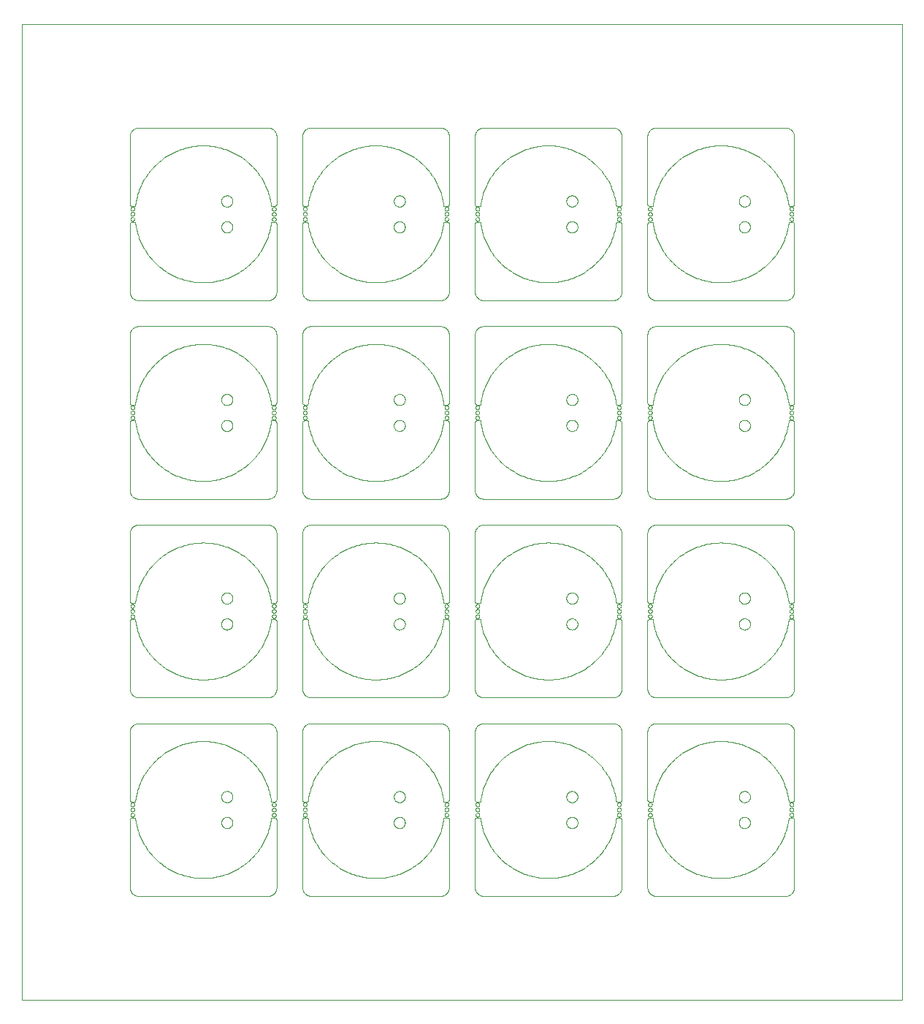
<source format=gko>
G75*
%MOIN*%
%OFA0B0*%
%FSLAX25Y25*%
%IPPOS*%
%LPD*%
%AMOC8*
5,1,8,0,0,1.08239X$1,22.5*
%
%ADD10C,0.00000*%
D10*
X0001000Y0001000D02*
X0001000Y0445882D01*
X0402575Y0445882D01*
X0402575Y0001000D01*
X0001000Y0001000D01*
X0050213Y0052181D02*
X0050213Y0083051D01*
X0050215Y0083113D01*
X0050221Y0083174D01*
X0050230Y0083235D01*
X0050244Y0083296D01*
X0050261Y0083355D01*
X0050282Y0083413D01*
X0050307Y0083470D01*
X0050335Y0083525D01*
X0050366Y0083578D01*
X0050401Y0083629D01*
X0050439Y0083678D01*
X0050480Y0083725D01*
X0050523Y0083768D01*
X0050570Y0083809D01*
X0050619Y0083847D01*
X0050670Y0083882D01*
X0050723Y0083913D01*
X0050778Y0083941D01*
X0050835Y0083966D01*
X0050893Y0083987D01*
X0050952Y0084004D01*
X0051013Y0084018D01*
X0051074Y0084027D01*
X0051135Y0084033D01*
X0051197Y0084035D01*
X0052661Y0084035D01*
X0050508Y0085252D02*
X0050510Y0085311D01*
X0050516Y0085370D01*
X0050526Y0085428D01*
X0050539Y0085486D01*
X0050557Y0085543D01*
X0050578Y0085598D01*
X0050603Y0085652D01*
X0050632Y0085704D01*
X0050664Y0085753D01*
X0050699Y0085801D01*
X0050737Y0085846D01*
X0050778Y0085889D01*
X0050822Y0085929D01*
X0050868Y0085965D01*
X0050917Y0085999D01*
X0050968Y0086029D01*
X0051021Y0086056D01*
X0051076Y0086079D01*
X0051131Y0086098D01*
X0051189Y0086114D01*
X0051247Y0086126D01*
X0051305Y0086134D01*
X0051364Y0086138D01*
X0051424Y0086138D01*
X0051483Y0086134D01*
X0051541Y0086126D01*
X0051599Y0086114D01*
X0051657Y0086098D01*
X0051712Y0086079D01*
X0051767Y0086056D01*
X0051820Y0086029D01*
X0051871Y0085999D01*
X0051920Y0085965D01*
X0051966Y0085929D01*
X0052010Y0085889D01*
X0052051Y0085846D01*
X0052089Y0085801D01*
X0052124Y0085753D01*
X0052156Y0085704D01*
X0052185Y0085652D01*
X0052210Y0085598D01*
X0052231Y0085543D01*
X0052249Y0085486D01*
X0052262Y0085428D01*
X0052272Y0085370D01*
X0052278Y0085311D01*
X0052280Y0085252D01*
X0052278Y0085193D01*
X0052272Y0085134D01*
X0052262Y0085076D01*
X0052249Y0085018D01*
X0052231Y0084961D01*
X0052210Y0084906D01*
X0052185Y0084852D01*
X0052156Y0084800D01*
X0052124Y0084751D01*
X0052089Y0084703D01*
X0052051Y0084658D01*
X0052010Y0084615D01*
X0051966Y0084575D01*
X0051920Y0084539D01*
X0051871Y0084505D01*
X0051820Y0084475D01*
X0051767Y0084448D01*
X0051712Y0084425D01*
X0051657Y0084406D01*
X0051599Y0084390D01*
X0051541Y0084378D01*
X0051483Y0084370D01*
X0051424Y0084366D01*
X0051364Y0084366D01*
X0051305Y0084370D01*
X0051247Y0084378D01*
X0051189Y0084390D01*
X0051131Y0084406D01*
X0051076Y0084425D01*
X0051021Y0084448D01*
X0050968Y0084475D01*
X0050917Y0084505D01*
X0050868Y0084539D01*
X0050822Y0084575D01*
X0050778Y0084615D01*
X0050737Y0084658D01*
X0050699Y0084703D01*
X0050664Y0084751D01*
X0050632Y0084800D01*
X0050603Y0084852D01*
X0050578Y0084906D01*
X0050557Y0084961D01*
X0050539Y0085018D01*
X0050526Y0085076D01*
X0050516Y0085134D01*
X0050510Y0085193D01*
X0050508Y0085252D01*
X0050508Y0087614D02*
X0050510Y0087673D01*
X0050516Y0087732D01*
X0050526Y0087790D01*
X0050539Y0087848D01*
X0050557Y0087905D01*
X0050578Y0087960D01*
X0050603Y0088014D01*
X0050632Y0088066D01*
X0050664Y0088115D01*
X0050699Y0088163D01*
X0050737Y0088208D01*
X0050778Y0088251D01*
X0050822Y0088291D01*
X0050868Y0088327D01*
X0050917Y0088361D01*
X0050968Y0088391D01*
X0051021Y0088418D01*
X0051076Y0088441D01*
X0051131Y0088460D01*
X0051189Y0088476D01*
X0051247Y0088488D01*
X0051305Y0088496D01*
X0051364Y0088500D01*
X0051424Y0088500D01*
X0051483Y0088496D01*
X0051541Y0088488D01*
X0051599Y0088476D01*
X0051657Y0088460D01*
X0051712Y0088441D01*
X0051767Y0088418D01*
X0051820Y0088391D01*
X0051871Y0088361D01*
X0051920Y0088327D01*
X0051966Y0088291D01*
X0052010Y0088251D01*
X0052051Y0088208D01*
X0052089Y0088163D01*
X0052124Y0088115D01*
X0052156Y0088066D01*
X0052185Y0088014D01*
X0052210Y0087960D01*
X0052231Y0087905D01*
X0052249Y0087848D01*
X0052262Y0087790D01*
X0052272Y0087732D01*
X0052278Y0087673D01*
X0052280Y0087614D01*
X0052278Y0087555D01*
X0052272Y0087496D01*
X0052262Y0087438D01*
X0052249Y0087380D01*
X0052231Y0087323D01*
X0052210Y0087268D01*
X0052185Y0087214D01*
X0052156Y0087162D01*
X0052124Y0087113D01*
X0052089Y0087065D01*
X0052051Y0087020D01*
X0052010Y0086977D01*
X0051966Y0086937D01*
X0051920Y0086901D01*
X0051871Y0086867D01*
X0051820Y0086837D01*
X0051767Y0086810D01*
X0051712Y0086787D01*
X0051657Y0086768D01*
X0051599Y0086752D01*
X0051541Y0086740D01*
X0051483Y0086732D01*
X0051424Y0086728D01*
X0051364Y0086728D01*
X0051305Y0086732D01*
X0051247Y0086740D01*
X0051189Y0086752D01*
X0051131Y0086768D01*
X0051076Y0086787D01*
X0051021Y0086810D01*
X0050968Y0086837D01*
X0050917Y0086867D01*
X0050868Y0086901D01*
X0050822Y0086937D01*
X0050778Y0086977D01*
X0050737Y0087020D01*
X0050699Y0087065D01*
X0050664Y0087113D01*
X0050632Y0087162D01*
X0050603Y0087214D01*
X0050578Y0087268D01*
X0050557Y0087323D01*
X0050539Y0087380D01*
X0050526Y0087438D01*
X0050516Y0087496D01*
X0050510Y0087555D01*
X0050508Y0087614D01*
X0050508Y0089976D02*
X0050510Y0090035D01*
X0050516Y0090094D01*
X0050526Y0090152D01*
X0050539Y0090210D01*
X0050557Y0090267D01*
X0050578Y0090322D01*
X0050603Y0090376D01*
X0050632Y0090428D01*
X0050664Y0090477D01*
X0050699Y0090525D01*
X0050737Y0090570D01*
X0050778Y0090613D01*
X0050822Y0090653D01*
X0050868Y0090689D01*
X0050917Y0090723D01*
X0050968Y0090753D01*
X0051021Y0090780D01*
X0051076Y0090803D01*
X0051131Y0090822D01*
X0051189Y0090838D01*
X0051247Y0090850D01*
X0051305Y0090858D01*
X0051364Y0090862D01*
X0051424Y0090862D01*
X0051483Y0090858D01*
X0051541Y0090850D01*
X0051599Y0090838D01*
X0051657Y0090822D01*
X0051712Y0090803D01*
X0051767Y0090780D01*
X0051820Y0090753D01*
X0051871Y0090723D01*
X0051920Y0090689D01*
X0051966Y0090653D01*
X0052010Y0090613D01*
X0052051Y0090570D01*
X0052089Y0090525D01*
X0052124Y0090477D01*
X0052156Y0090428D01*
X0052185Y0090376D01*
X0052210Y0090322D01*
X0052231Y0090267D01*
X0052249Y0090210D01*
X0052262Y0090152D01*
X0052272Y0090094D01*
X0052278Y0090035D01*
X0052280Y0089976D01*
X0052278Y0089917D01*
X0052272Y0089858D01*
X0052262Y0089800D01*
X0052249Y0089742D01*
X0052231Y0089685D01*
X0052210Y0089630D01*
X0052185Y0089576D01*
X0052156Y0089524D01*
X0052124Y0089475D01*
X0052089Y0089427D01*
X0052051Y0089382D01*
X0052010Y0089339D01*
X0051966Y0089299D01*
X0051920Y0089263D01*
X0051871Y0089229D01*
X0051820Y0089199D01*
X0051767Y0089172D01*
X0051712Y0089149D01*
X0051657Y0089130D01*
X0051599Y0089114D01*
X0051541Y0089102D01*
X0051483Y0089094D01*
X0051424Y0089090D01*
X0051364Y0089090D01*
X0051305Y0089094D01*
X0051247Y0089102D01*
X0051189Y0089114D01*
X0051131Y0089130D01*
X0051076Y0089149D01*
X0051021Y0089172D01*
X0050968Y0089199D01*
X0050917Y0089229D01*
X0050868Y0089263D01*
X0050822Y0089299D01*
X0050778Y0089339D01*
X0050737Y0089382D01*
X0050699Y0089427D01*
X0050664Y0089475D01*
X0050632Y0089524D01*
X0050603Y0089576D01*
X0050578Y0089630D01*
X0050557Y0089685D01*
X0050539Y0089742D01*
X0050526Y0089800D01*
X0050516Y0089858D01*
X0050510Y0089917D01*
X0050508Y0089976D01*
X0051197Y0091193D02*
X0052661Y0091193D01*
X0051197Y0091193D02*
X0051135Y0091195D01*
X0051074Y0091201D01*
X0051013Y0091210D01*
X0050952Y0091224D01*
X0050893Y0091241D01*
X0050835Y0091262D01*
X0050778Y0091287D01*
X0050723Y0091315D01*
X0050670Y0091346D01*
X0050619Y0091381D01*
X0050570Y0091419D01*
X0050523Y0091460D01*
X0050480Y0091503D01*
X0050439Y0091550D01*
X0050401Y0091599D01*
X0050366Y0091650D01*
X0050335Y0091703D01*
X0050307Y0091758D01*
X0050282Y0091815D01*
X0050261Y0091873D01*
X0050244Y0091932D01*
X0050230Y0091993D01*
X0050221Y0092054D01*
X0050215Y0092115D01*
X0050213Y0092177D01*
X0050213Y0123047D01*
X0050215Y0123171D01*
X0050221Y0123294D01*
X0050230Y0123418D01*
X0050244Y0123540D01*
X0050261Y0123663D01*
X0050283Y0123785D01*
X0050308Y0123906D01*
X0050337Y0124026D01*
X0050369Y0124145D01*
X0050406Y0124264D01*
X0050446Y0124381D01*
X0050489Y0124496D01*
X0050537Y0124611D01*
X0050588Y0124723D01*
X0050642Y0124834D01*
X0050700Y0124944D01*
X0050761Y0125051D01*
X0050826Y0125157D01*
X0050894Y0125260D01*
X0050965Y0125361D01*
X0051039Y0125460D01*
X0051116Y0125557D01*
X0051197Y0125651D01*
X0051280Y0125742D01*
X0051366Y0125831D01*
X0051455Y0125917D01*
X0051546Y0126000D01*
X0051640Y0126081D01*
X0051737Y0126158D01*
X0051836Y0126232D01*
X0051937Y0126303D01*
X0052040Y0126371D01*
X0052146Y0126436D01*
X0052253Y0126497D01*
X0052363Y0126555D01*
X0052474Y0126609D01*
X0052586Y0126660D01*
X0052701Y0126708D01*
X0052816Y0126751D01*
X0052933Y0126791D01*
X0053052Y0126828D01*
X0053171Y0126860D01*
X0053291Y0126889D01*
X0053412Y0126914D01*
X0053534Y0126936D01*
X0053657Y0126953D01*
X0053779Y0126967D01*
X0053903Y0126976D01*
X0054026Y0126982D01*
X0054150Y0126984D01*
X0113205Y0126984D01*
X0113329Y0126982D01*
X0113452Y0126976D01*
X0113576Y0126967D01*
X0113698Y0126953D01*
X0113821Y0126936D01*
X0113943Y0126914D01*
X0114064Y0126889D01*
X0114184Y0126860D01*
X0114303Y0126828D01*
X0114422Y0126791D01*
X0114539Y0126751D01*
X0114654Y0126708D01*
X0114769Y0126660D01*
X0114881Y0126609D01*
X0114992Y0126555D01*
X0115102Y0126497D01*
X0115209Y0126436D01*
X0115315Y0126371D01*
X0115418Y0126303D01*
X0115519Y0126232D01*
X0115618Y0126158D01*
X0115715Y0126081D01*
X0115809Y0126000D01*
X0115900Y0125917D01*
X0115989Y0125831D01*
X0116075Y0125742D01*
X0116158Y0125651D01*
X0116239Y0125557D01*
X0116316Y0125460D01*
X0116390Y0125361D01*
X0116461Y0125260D01*
X0116529Y0125157D01*
X0116594Y0125051D01*
X0116655Y0124944D01*
X0116713Y0124834D01*
X0116767Y0124723D01*
X0116818Y0124611D01*
X0116866Y0124496D01*
X0116909Y0124381D01*
X0116949Y0124264D01*
X0116986Y0124145D01*
X0117018Y0124026D01*
X0117047Y0123906D01*
X0117072Y0123785D01*
X0117094Y0123663D01*
X0117111Y0123540D01*
X0117125Y0123418D01*
X0117134Y0123294D01*
X0117140Y0123171D01*
X0117142Y0123047D01*
X0117142Y0092177D01*
X0117141Y0092177D02*
X0117139Y0092115D01*
X0117133Y0092054D01*
X0117124Y0091993D01*
X0117110Y0091932D01*
X0117093Y0091873D01*
X0117072Y0091815D01*
X0117047Y0091758D01*
X0117019Y0091703D01*
X0116988Y0091650D01*
X0116953Y0091599D01*
X0116915Y0091550D01*
X0116874Y0091503D01*
X0116831Y0091460D01*
X0116784Y0091419D01*
X0116735Y0091381D01*
X0116684Y0091346D01*
X0116631Y0091315D01*
X0116576Y0091287D01*
X0116519Y0091262D01*
X0116461Y0091241D01*
X0116402Y0091224D01*
X0116341Y0091210D01*
X0116280Y0091201D01*
X0116219Y0091195D01*
X0116157Y0091193D01*
X0114693Y0091193D01*
X0115075Y0089976D02*
X0115077Y0090035D01*
X0115083Y0090094D01*
X0115093Y0090152D01*
X0115106Y0090210D01*
X0115124Y0090267D01*
X0115145Y0090322D01*
X0115170Y0090376D01*
X0115199Y0090428D01*
X0115231Y0090477D01*
X0115266Y0090525D01*
X0115304Y0090570D01*
X0115345Y0090613D01*
X0115389Y0090653D01*
X0115435Y0090689D01*
X0115484Y0090723D01*
X0115535Y0090753D01*
X0115588Y0090780D01*
X0115643Y0090803D01*
X0115698Y0090822D01*
X0115756Y0090838D01*
X0115814Y0090850D01*
X0115872Y0090858D01*
X0115931Y0090862D01*
X0115991Y0090862D01*
X0116050Y0090858D01*
X0116108Y0090850D01*
X0116166Y0090838D01*
X0116224Y0090822D01*
X0116279Y0090803D01*
X0116334Y0090780D01*
X0116387Y0090753D01*
X0116438Y0090723D01*
X0116487Y0090689D01*
X0116533Y0090653D01*
X0116577Y0090613D01*
X0116618Y0090570D01*
X0116656Y0090525D01*
X0116691Y0090477D01*
X0116723Y0090428D01*
X0116752Y0090376D01*
X0116777Y0090322D01*
X0116798Y0090267D01*
X0116816Y0090210D01*
X0116829Y0090152D01*
X0116839Y0090094D01*
X0116845Y0090035D01*
X0116847Y0089976D01*
X0116845Y0089917D01*
X0116839Y0089858D01*
X0116829Y0089800D01*
X0116816Y0089742D01*
X0116798Y0089685D01*
X0116777Y0089630D01*
X0116752Y0089576D01*
X0116723Y0089524D01*
X0116691Y0089475D01*
X0116656Y0089427D01*
X0116618Y0089382D01*
X0116577Y0089339D01*
X0116533Y0089299D01*
X0116487Y0089263D01*
X0116438Y0089229D01*
X0116387Y0089199D01*
X0116334Y0089172D01*
X0116279Y0089149D01*
X0116224Y0089130D01*
X0116166Y0089114D01*
X0116108Y0089102D01*
X0116050Y0089094D01*
X0115991Y0089090D01*
X0115931Y0089090D01*
X0115872Y0089094D01*
X0115814Y0089102D01*
X0115756Y0089114D01*
X0115698Y0089130D01*
X0115643Y0089149D01*
X0115588Y0089172D01*
X0115535Y0089199D01*
X0115484Y0089229D01*
X0115435Y0089263D01*
X0115389Y0089299D01*
X0115345Y0089339D01*
X0115304Y0089382D01*
X0115266Y0089427D01*
X0115231Y0089475D01*
X0115199Y0089524D01*
X0115170Y0089576D01*
X0115145Y0089630D01*
X0115124Y0089685D01*
X0115106Y0089742D01*
X0115093Y0089800D01*
X0115083Y0089858D01*
X0115077Y0089917D01*
X0115075Y0089976D01*
X0115075Y0087614D02*
X0115077Y0087673D01*
X0115083Y0087732D01*
X0115093Y0087790D01*
X0115106Y0087848D01*
X0115124Y0087905D01*
X0115145Y0087960D01*
X0115170Y0088014D01*
X0115199Y0088066D01*
X0115231Y0088115D01*
X0115266Y0088163D01*
X0115304Y0088208D01*
X0115345Y0088251D01*
X0115389Y0088291D01*
X0115435Y0088327D01*
X0115484Y0088361D01*
X0115535Y0088391D01*
X0115588Y0088418D01*
X0115643Y0088441D01*
X0115698Y0088460D01*
X0115756Y0088476D01*
X0115814Y0088488D01*
X0115872Y0088496D01*
X0115931Y0088500D01*
X0115991Y0088500D01*
X0116050Y0088496D01*
X0116108Y0088488D01*
X0116166Y0088476D01*
X0116224Y0088460D01*
X0116279Y0088441D01*
X0116334Y0088418D01*
X0116387Y0088391D01*
X0116438Y0088361D01*
X0116487Y0088327D01*
X0116533Y0088291D01*
X0116577Y0088251D01*
X0116618Y0088208D01*
X0116656Y0088163D01*
X0116691Y0088115D01*
X0116723Y0088066D01*
X0116752Y0088014D01*
X0116777Y0087960D01*
X0116798Y0087905D01*
X0116816Y0087848D01*
X0116829Y0087790D01*
X0116839Y0087732D01*
X0116845Y0087673D01*
X0116847Y0087614D01*
X0116845Y0087555D01*
X0116839Y0087496D01*
X0116829Y0087438D01*
X0116816Y0087380D01*
X0116798Y0087323D01*
X0116777Y0087268D01*
X0116752Y0087214D01*
X0116723Y0087162D01*
X0116691Y0087113D01*
X0116656Y0087065D01*
X0116618Y0087020D01*
X0116577Y0086977D01*
X0116533Y0086937D01*
X0116487Y0086901D01*
X0116438Y0086867D01*
X0116387Y0086837D01*
X0116334Y0086810D01*
X0116279Y0086787D01*
X0116224Y0086768D01*
X0116166Y0086752D01*
X0116108Y0086740D01*
X0116050Y0086732D01*
X0115991Y0086728D01*
X0115931Y0086728D01*
X0115872Y0086732D01*
X0115814Y0086740D01*
X0115756Y0086752D01*
X0115698Y0086768D01*
X0115643Y0086787D01*
X0115588Y0086810D01*
X0115535Y0086837D01*
X0115484Y0086867D01*
X0115435Y0086901D01*
X0115389Y0086937D01*
X0115345Y0086977D01*
X0115304Y0087020D01*
X0115266Y0087065D01*
X0115231Y0087113D01*
X0115199Y0087162D01*
X0115170Y0087214D01*
X0115145Y0087268D01*
X0115124Y0087323D01*
X0115106Y0087380D01*
X0115093Y0087438D01*
X0115083Y0087496D01*
X0115077Y0087555D01*
X0115075Y0087614D01*
X0115075Y0085252D02*
X0115077Y0085311D01*
X0115083Y0085370D01*
X0115093Y0085428D01*
X0115106Y0085486D01*
X0115124Y0085543D01*
X0115145Y0085598D01*
X0115170Y0085652D01*
X0115199Y0085704D01*
X0115231Y0085753D01*
X0115266Y0085801D01*
X0115304Y0085846D01*
X0115345Y0085889D01*
X0115389Y0085929D01*
X0115435Y0085965D01*
X0115484Y0085999D01*
X0115535Y0086029D01*
X0115588Y0086056D01*
X0115643Y0086079D01*
X0115698Y0086098D01*
X0115756Y0086114D01*
X0115814Y0086126D01*
X0115872Y0086134D01*
X0115931Y0086138D01*
X0115991Y0086138D01*
X0116050Y0086134D01*
X0116108Y0086126D01*
X0116166Y0086114D01*
X0116224Y0086098D01*
X0116279Y0086079D01*
X0116334Y0086056D01*
X0116387Y0086029D01*
X0116438Y0085999D01*
X0116487Y0085965D01*
X0116533Y0085929D01*
X0116577Y0085889D01*
X0116618Y0085846D01*
X0116656Y0085801D01*
X0116691Y0085753D01*
X0116723Y0085704D01*
X0116752Y0085652D01*
X0116777Y0085598D01*
X0116798Y0085543D01*
X0116816Y0085486D01*
X0116829Y0085428D01*
X0116839Y0085370D01*
X0116845Y0085311D01*
X0116847Y0085252D01*
X0116845Y0085193D01*
X0116839Y0085134D01*
X0116829Y0085076D01*
X0116816Y0085018D01*
X0116798Y0084961D01*
X0116777Y0084906D01*
X0116752Y0084852D01*
X0116723Y0084800D01*
X0116691Y0084751D01*
X0116656Y0084703D01*
X0116618Y0084658D01*
X0116577Y0084615D01*
X0116533Y0084575D01*
X0116487Y0084539D01*
X0116438Y0084505D01*
X0116387Y0084475D01*
X0116334Y0084448D01*
X0116279Y0084425D01*
X0116224Y0084406D01*
X0116166Y0084390D01*
X0116108Y0084378D01*
X0116050Y0084370D01*
X0115991Y0084366D01*
X0115931Y0084366D01*
X0115872Y0084370D01*
X0115814Y0084378D01*
X0115756Y0084390D01*
X0115698Y0084406D01*
X0115643Y0084425D01*
X0115588Y0084448D01*
X0115535Y0084475D01*
X0115484Y0084505D01*
X0115435Y0084539D01*
X0115389Y0084575D01*
X0115345Y0084615D01*
X0115304Y0084658D01*
X0115266Y0084703D01*
X0115231Y0084751D01*
X0115199Y0084800D01*
X0115170Y0084852D01*
X0115145Y0084906D01*
X0115124Y0084961D01*
X0115106Y0085018D01*
X0115093Y0085076D01*
X0115083Y0085134D01*
X0115077Y0085193D01*
X0115075Y0085252D01*
X0114693Y0084035D02*
X0116157Y0084035D01*
X0116219Y0084033D01*
X0116280Y0084027D01*
X0116341Y0084018D01*
X0116402Y0084004D01*
X0116461Y0083987D01*
X0116519Y0083966D01*
X0116576Y0083941D01*
X0116631Y0083913D01*
X0116684Y0083882D01*
X0116735Y0083847D01*
X0116784Y0083809D01*
X0116831Y0083768D01*
X0116874Y0083725D01*
X0116915Y0083678D01*
X0116953Y0083629D01*
X0116988Y0083578D01*
X0117019Y0083525D01*
X0117047Y0083470D01*
X0117072Y0083413D01*
X0117093Y0083355D01*
X0117110Y0083296D01*
X0117124Y0083235D01*
X0117133Y0083174D01*
X0117139Y0083113D01*
X0117141Y0083051D01*
X0117142Y0083051D02*
X0117142Y0052181D01*
X0117140Y0052057D01*
X0117134Y0051934D01*
X0117125Y0051810D01*
X0117111Y0051688D01*
X0117094Y0051565D01*
X0117072Y0051443D01*
X0117047Y0051322D01*
X0117018Y0051202D01*
X0116986Y0051083D01*
X0116949Y0050964D01*
X0116909Y0050847D01*
X0116866Y0050732D01*
X0116818Y0050617D01*
X0116767Y0050505D01*
X0116713Y0050394D01*
X0116655Y0050284D01*
X0116594Y0050177D01*
X0116529Y0050071D01*
X0116461Y0049968D01*
X0116390Y0049867D01*
X0116316Y0049768D01*
X0116239Y0049671D01*
X0116158Y0049577D01*
X0116075Y0049486D01*
X0115989Y0049397D01*
X0115900Y0049311D01*
X0115809Y0049228D01*
X0115715Y0049147D01*
X0115618Y0049070D01*
X0115519Y0048996D01*
X0115418Y0048925D01*
X0115315Y0048857D01*
X0115209Y0048792D01*
X0115102Y0048731D01*
X0114992Y0048673D01*
X0114881Y0048619D01*
X0114769Y0048568D01*
X0114654Y0048520D01*
X0114539Y0048477D01*
X0114422Y0048437D01*
X0114303Y0048400D01*
X0114184Y0048368D01*
X0114064Y0048339D01*
X0113943Y0048314D01*
X0113821Y0048292D01*
X0113698Y0048275D01*
X0113576Y0048261D01*
X0113452Y0048252D01*
X0113329Y0048246D01*
X0113205Y0048244D01*
X0054150Y0048244D01*
X0054026Y0048246D01*
X0053903Y0048252D01*
X0053779Y0048261D01*
X0053657Y0048275D01*
X0053534Y0048292D01*
X0053412Y0048314D01*
X0053291Y0048339D01*
X0053171Y0048368D01*
X0053052Y0048400D01*
X0052933Y0048437D01*
X0052816Y0048477D01*
X0052701Y0048520D01*
X0052586Y0048568D01*
X0052474Y0048619D01*
X0052363Y0048673D01*
X0052253Y0048731D01*
X0052146Y0048792D01*
X0052040Y0048857D01*
X0051937Y0048925D01*
X0051836Y0048996D01*
X0051737Y0049070D01*
X0051640Y0049147D01*
X0051546Y0049228D01*
X0051455Y0049311D01*
X0051366Y0049397D01*
X0051280Y0049486D01*
X0051197Y0049577D01*
X0051116Y0049671D01*
X0051039Y0049768D01*
X0050965Y0049867D01*
X0050894Y0049968D01*
X0050826Y0050071D01*
X0050761Y0050177D01*
X0050700Y0050284D01*
X0050642Y0050394D01*
X0050588Y0050505D01*
X0050537Y0050617D01*
X0050489Y0050732D01*
X0050446Y0050847D01*
X0050406Y0050964D01*
X0050369Y0051083D01*
X0050337Y0051202D01*
X0050308Y0051322D01*
X0050283Y0051443D01*
X0050261Y0051565D01*
X0050244Y0051688D01*
X0050230Y0051810D01*
X0050221Y0051934D01*
X0050215Y0052057D01*
X0050213Y0052181D01*
X0052661Y0084035D02*
X0052758Y0083277D01*
X0052873Y0082522D01*
X0053007Y0081770D01*
X0053159Y0081021D01*
X0053329Y0080277D01*
X0053518Y0079536D01*
X0053725Y0078801D01*
X0053949Y0078071D01*
X0054192Y0077346D01*
X0054452Y0076628D01*
X0054729Y0075916D01*
X0055024Y0075211D01*
X0055336Y0074514D01*
X0055665Y0073825D01*
X0056011Y0073143D01*
X0056373Y0072471D01*
X0056752Y0071807D01*
X0057147Y0071153D01*
X0057557Y0070509D01*
X0057984Y0069875D01*
X0058425Y0069252D01*
X0058882Y0068639D01*
X0059354Y0068038D01*
X0059840Y0067449D01*
X0060341Y0066872D01*
X0060855Y0066307D01*
X0061383Y0065755D01*
X0061925Y0065216D01*
X0062479Y0064691D01*
X0063046Y0064179D01*
X0063626Y0063681D01*
X0064218Y0063198D01*
X0064821Y0062729D01*
X0065435Y0062275D01*
X0066061Y0061836D01*
X0066697Y0061413D01*
X0067343Y0061006D01*
X0067999Y0060614D01*
X0068664Y0060238D01*
X0069338Y0059879D01*
X0070021Y0059537D01*
X0070712Y0059211D01*
X0071411Y0058902D01*
X0072117Y0058611D01*
X0072830Y0058337D01*
X0073550Y0058080D01*
X0074275Y0057841D01*
X0075007Y0057620D01*
X0075743Y0057417D01*
X0076484Y0057232D01*
X0077230Y0057065D01*
X0077979Y0056916D01*
X0078732Y0056786D01*
X0079488Y0056674D01*
X0080246Y0056581D01*
X0081006Y0056506D01*
X0081768Y0056450D01*
X0082531Y0056413D01*
X0083295Y0056394D01*
X0084059Y0056394D01*
X0084823Y0056413D01*
X0085586Y0056450D01*
X0086348Y0056506D01*
X0087108Y0056581D01*
X0087866Y0056674D01*
X0088622Y0056786D01*
X0089375Y0056916D01*
X0090124Y0057065D01*
X0090870Y0057232D01*
X0091611Y0057417D01*
X0092347Y0057620D01*
X0093079Y0057841D01*
X0093804Y0058080D01*
X0094524Y0058337D01*
X0095237Y0058611D01*
X0095943Y0058902D01*
X0096642Y0059211D01*
X0097333Y0059537D01*
X0098016Y0059879D01*
X0098690Y0060238D01*
X0099355Y0060614D01*
X0100011Y0061006D01*
X0100657Y0061413D01*
X0101293Y0061836D01*
X0101919Y0062275D01*
X0102533Y0062729D01*
X0103136Y0063198D01*
X0103728Y0063681D01*
X0104308Y0064179D01*
X0104875Y0064691D01*
X0105429Y0065216D01*
X0105971Y0065755D01*
X0106499Y0066307D01*
X0107013Y0066872D01*
X0107514Y0067449D01*
X0108000Y0068038D01*
X0108472Y0068639D01*
X0108929Y0069252D01*
X0109370Y0069875D01*
X0109797Y0070509D01*
X0110207Y0071153D01*
X0110602Y0071807D01*
X0110981Y0072471D01*
X0111343Y0073143D01*
X0111689Y0073825D01*
X0112018Y0074514D01*
X0112330Y0075211D01*
X0112625Y0075916D01*
X0112902Y0076628D01*
X0113162Y0077346D01*
X0113405Y0078071D01*
X0113629Y0078801D01*
X0113836Y0079536D01*
X0114025Y0080277D01*
X0114195Y0081021D01*
X0114347Y0081770D01*
X0114481Y0082522D01*
X0114596Y0083277D01*
X0114693Y0084035D01*
X0128953Y0083051D02*
X0128953Y0052181D01*
X0128955Y0052057D01*
X0128961Y0051934D01*
X0128970Y0051810D01*
X0128984Y0051688D01*
X0129001Y0051565D01*
X0129023Y0051443D01*
X0129048Y0051322D01*
X0129077Y0051202D01*
X0129109Y0051083D01*
X0129146Y0050964D01*
X0129186Y0050847D01*
X0129229Y0050732D01*
X0129277Y0050617D01*
X0129328Y0050505D01*
X0129382Y0050394D01*
X0129440Y0050284D01*
X0129501Y0050177D01*
X0129566Y0050071D01*
X0129634Y0049968D01*
X0129705Y0049867D01*
X0129779Y0049768D01*
X0129856Y0049671D01*
X0129937Y0049577D01*
X0130020Y0049486D01*
X0130106Y0049397D01*
X0130195Y0049311D01*
X0130286Y0049228D01*
X0130380Y0049147D01*
X0130477Y0049070D01*
X0130576Y0048996D01*
X0130677Y0048925D01*
X0130780Y0048857D01*
X0130886Y0048792D01*
X0130993Y0048731D01*
X0131103Y0048673D01*
X0131214Y0048619D01*
X0131326Y0048568D01*
X0131441Y0048520D01*
X0131556Y0048477D01*
X0131673Y0048437D01*
X0131792Y0048400D01*
X0131911Y0048368D01*
X0132031Y0048339D01*
X0132152Y0048314D01*
X0132274Y0048292D01*
X0132397Y0048275D01*
X0132519Y0048261D01*
X0132643Y0048252D01*
X0132766Y0048246D01*
X0132890Y0048244D01*
X0191945Y0048244D01*
X0192069Y0048246D01*
X0192192Y0048252D01*
X0192316Y0048261D01*
X0192438Y0048275D01*
X0192561Y0048292D01*
X0192683Y0048314D01*
X0192804Y0048339D01*
X0192924Y0048368D01*
X0193043Y0048400D01*
X0193162Y0048437D01*
X0193279Y0048477D01*
X0193394Y0048520D01*
X0193509Y0048568D01*
X0193621Y0048619D01*
X0193732Y0048673D01*
X0193842Y0048731D01*
X0193949Y0048792D01*
X0194055Y0048857D01*
X0194158Y0048925D01*
X0194259Y0048996D01*
X0194358Y0049070D01*
X0194455Y0049147D01*
X0194549Y0049228D01*
X0194640Y0049311D01*
X0194729Y0049397D01*
X0194815Y0049486D01*
X0194898Y0049577D01*
X0194979Y0049671D01*
X0195056Y0049768D01*
X0195130Y0049867D01*
X0195201Y0049968D01*
X0195269Y0050071D01*
X0195334Y0050177D01*
X0195395Y0050284D01*
X0195453Y0050394D01*
X0195507Y0050505D01*
X0195558Y0050617D01*
X0195606Y0050732D01*
X0195649Y0050847D01*
X0195689Y0050964D01*
X0195726Y0051083D01*
X0195758Y0051202D01*
X0195787Y0051322D01*
X0195812Y0051443D01*
X0195834Y0051565D01*
X0195851Y0051688D01*
X0195865Y0051810D01*
X0195874Y0051934D01*
X0195880Y0052057D01*
X0195882Y0052181D01*
X0195882Y0083051D01*
X0195880Y0083113D01*
X0195874Y0083174D01*
X0195865Y0083235D01*
X0195851Y0083296D01*
X0195834Y0083355D01*
X0195813Y0083413D01*
X0195788Y0083470D01*
X0195760Y0083525D01*
X0195729Y0083578D01*
X0195694Y0083629D01*
X0195656Y0083678D01*
X0195615Y0083725D01*
X0195572Y0083768D01*
X0195525Y0083809D01*
X0195476Y0083847D01*
X0195425Y0083882D01*
X0195372Y0083913D01*
X0195317Y0083941D01*
X0195260Y0083966D01*
X0195202Y0083987D01*
X0195143Y0084004D01*
X0195082Y0084018D01*
X0195021Y0084027D01*
X0194960Y0084033D01*
X0194898Y0084035D01*
X0193433Y0084035D01*
X0193815Y0085252D02*
X0193817Y0085311D01*
X0193823Y0085370D01*
X0193833Y0085428D01*
X0193846Y0085486D01*
X0193864Y0085543D01*
X0193885Y0085598D01*
X0193910Y0085652D01*
X0193939Y0085704D01*
X0193971Y0085753D01*
X0194006Y0085801D01*
X0194044Y0085846D01*
X0194085Y0085889D01*
X0194129Y0085929D01*
X0194175Y0085965D01*
X0194224Y0085999D01*
X0194275Y0086029D01*
X0194328Y0086056D01*
X0194383Y0086079D01*
X0194438Y0086098D01*
X0194496Y0086114D01*
X0194554Y0086126D01*
X0194612Y0086134D01*
X0194671Y0086138D01*
X0194731Y0086138D01*
X0194790Y0086134D01*
X0194848Y0086126D01*
X0194906Y0086114D01*
X0194964Y0086098D01*
X0195019Y0086079D01*
X0195074Y0086056D01*
X0195127Y0086029D01*
X0195178Y0085999D01*
X0195227Y0085965D01*
X0195273Y0085929D01*
X0195317Y0085889D01*
X0195358Y0085846D01*
X0195396Y0085801D01*
X0195431Y0085753D01*
X0195463Y0085704D01*
X0195492Y0085652D01*
X0195517Y0085598D01*
X0195538Y0085543D01*
X0195556Y0085486D01*
X0195569Y0085428D01*
X0195579Y0085370D01*
X0195585Y0085311D01*
X0195587Y0085252D01*
X0195585Y0085193D01*
X0195579Y0085134D01*
X0195569Y0085076D01*
X0195556Y0085018D01*
X0195538Y0084961D01*
X0195517Y0084906D01*
X0195492Y0084852D01*
X0195463Y0084800D01*
X0195431Y0084751D01*
X0195396Y0084703D01*
X0195358Y0084658D01*
X0195317Y0084615D01*
X0195273Y0084575D01*
X0195227Y0084539D01*
X0195178Y0084505D01*
X0195127Y0084475D01*
X0195074Y0084448D01*
X0195019Y0084425D01*
X0194964Y0084406D01*
X0194906Y0084390D01*
X0194848Y0084378D01*
X0194790Y0084370D01*
X0194731Y0084366D01*
X0194671Y0084366D01*
X0194612Y0084370D01*
X0194554Y0084378D01*
X0194496Y0084390D01*
X0194438Y0084406D01*
X0194383Y0084425D01*
X0194328Y0084448D01*
X0194275Y0084475D01*
X0194224Y0084505D01*
X0194175Y0084539D01*
X0194129Y0084575D01*
X0194085Y0084615D01*
X0194044Y0084658D01*
X0194006Y0084703D01*
X0193971Y0084751D01*
X0193939Y0084800D01*
X0193910Y0084852D01*
X0193885Y0084906D01*
X0193864Y0084961D01*
X0193846Y0085018D01*
X0193833Y0085076D01*
X0193823Y0085134D01*
X0193817Y0085193D01*
X0193815Y0085252D01*
X0193815Y0087614D02*
X0193817Y0087673D01*
X0193823Y0087732D01*
X0193833Y0087790D01*
X0193846Y0087848D01*
X0193864Y0087905D01*
X0193885Y0087960D01*
X0193910Y0088014D01*
X0193939Y0088066D01*
X0193971Y0088115D01*
X0194006Y0088163D01*
X0194044Y0088208D01*
X0194085Y0088251D01*
X0194129Y0088291D01*
X0194175Y0088327D01*
X0194224Y0088361D01*
X0194275Y0088391D01*
X0194328Y0088418D01*
X0194383Y0088441D01*
X0194438Y0088460D01*
X0194496Y0088476D01*
X0194554Y0088488D01*
X0194612Y0088496D01*
X0194671Y0088500D01*
X0194731Y0088500D01*
X0194790Y0088496D01*
X0194848Y0088488D01*
X0194906Y0088476D01*
X0194964Y0088460D01*
X0195019Y0088441D01*
X0195074Y0088418D01*
X0195127Y0088391D01*
X0195178Y0088361D01*
X0195227Y0088327D01*
X0195273Y0088291D01*
X0195317Y0088251D01*
X0195358Y0088208D01*
X0195396Y0088163D01*
X0195431Y0088115D01*
X0195463Y0088066D01*
X0195492Y0088014D01*
X0195517Y0087960D01*
X0195538Y0087905D01*
X0195556Y0087848D01*
X0195569Y0087790D01*
X0195579Y0087732D01*
X0195585Y0087673D01*
X0195587Y0087614D01*
X0195585Y0087555D01*
X0195579Y0087496D01*
X0195569Y0087438D01*
X0195556Y0087380D01*
X0195538Y0087323D01*
X0195517Y0087268D01*
X0195492Y0087214D01*
X0195463Y0087162D01*
X0195431Y0087113D01*
X0195396Y0087065D01*
X0195358Y0087020D01*
X0195317Y0086977D01*
X0195273Y0086937D01*
X0195227Y0086901D01*
X0195178Y0086867D01*
X0195127Y0086837D01*
X0195074Y0086810D01*
X0195019Y0086787D01*
X0194964Y0086768D01*
X0194906Y0086752D01*
X0194848Y0086740D01*
X0194790Y0086732D01*
X0194731Y0086728D01*
X0194671Y0086728D01*
X0194612Y0086732D01*
X0194554Y0086740D01*
X0194496Y0086752D01*
X0194438Y0086768D01*
X0194383Y0086787D01*
X0194328Y0086810D01*
X0194275Y0086837D01*
X0194224Y0086867D01*
X0194175Y0086901D01*
X0194129Y0086937D01*
X0194085Y0086977D01*
X0194044Y0087020D01*
X0194006Y0087065D01*
X0193971Y0087113D01*
X0193939Y0087162D01*
X0193910Y0087214D01*
X0193885Y0087268D01*
X0193864Y0087323D01*
X0193846Y0087380D01*
X0193833Y0087438D01*
X0193823Y0087496D01*
X0193817Y0087555D01*
X0193815Y0087614D01*
X0193815Y0089976D02*
X0193817Y0090035D01*
X0193823Y0090094D01*
X0193833Y0090152D01*
X0193846Y0090210D01*
X0193864Y0090267D01*
X0193885Y0090322D01*
X0193910Y0090376D01*
X0193939Y0090428D01*
X0193971Y0090477D01*
X0194006Y0090525D01*
X0194044Y0090570D01*
X0194085Y0090613D01*
X0194129Y0090653D01*
X0194175Y0090689D01*
X0194224Y0090723D01*
X0194275Y0090753D01*
X0194328Y0090780D01*
X0194383Y0090803D01*
X0194438Y0090822D01*
X0194496Y0090838D01*
X0194554Y0090850D01*
X0194612Y0090858D01*
X0194671Y0090862D01*
X0194731Y0090862D01*
X0194790Y0090858D01*
X0194848Y0090850D01*
X0194906Y0090838D01*
X0194964Y0090822D01*
X0195019Y0090803D01*
X0195074Y0090780D01*
X0195127Y0090753D01*
X0195178Y0090723D01*
X0195227Y0090689D01*
X0195273Y0090653D01*
X0195317Y0090613D01*
X0195358Y0090570D01*
X0195396Y0090525D01*
X0195431Y0090477D01*
X0195463Y0090428D01*
X0195492Y0090376D01*
X0195517Y0090322D01*
X0195538Y0090267D01*
X0195556Y0090210D01*
X0195569Y0090152D01*
X0195579Y0090094D01*
X0195585Y0090035D01*
X0195587Y0089976D01*
X0195585Y0089917D01*
X0195579Y0089858D01*
X0195569Y0089800D01*
X0195556Y0089742D01*
X0195538Y0089685D01*
X0195517Y0089630D01*
X0195492Y0089576D01*
X0195463Y0089524D01*
X0195431Y0089475D01*
X0195396Y0089427D01*
X0195358Y0089382D01*
X0195317Y0089339D01*
X0195273Y0089299D01*
X0195227Y0089263D01*
X0195178Y0089229D01*
X0195127Y0089199D01*
X0195074Y0089172D01*
X0195019Y0089149D01*
X0194964Y0089130D01*
X0194906Y0089114D01*
X0194848Y0089102D01*
X0194790Y0089094D01*
X0194731Y0089090D01*
X0194671Y0089090D01*
X0194612Y0089094D01*
X0194554Y0089102D01*
X0194496Y0089114D01*
X0194438Y0089130D01*
X0194383Y0089149D01*
X0194328Y0089172D01*
X0194275Y0089199D01*
X0194224Y0089229D01*
X0194175Y0089263D01*
X0194129Y0089299D01*
X0194085Y0089339D01*
X0194044Y0089382D01*
X0194006Y0089427D01*
X0193971Y0089475D01*
X0193939Y0089524D01*
X0193910Y0089576D01*
X0193885Y0089630D01*
X0193864Y0089685D01*
X0193846Y0089742D01*
X0193833Y0089800D01*
X0193823Y0089858D01*
X0193817Y0089917D01*
X0193815Y0089976D01*
X0193433Y0091193D02*
X0194898Y0091193D01*
X0194960Y0091195D01*
X0195021Y0091201D01*
X0195082Y0091210D01*
X0195143Y0091224D01*
X0195202Y0091241D01*
X0195260Y0091262D01*
X0195317Y0091287D01*
X0195372Y0091315D01*
X0195425Y0091346D01*
X0195476Y0091381D01*
X0195525Y0091419D01*
X0195572Y0091460D01*
X0195615Y0091503D01*
X0195656Y0091550D01*
X0195694Y0091599D01*
X0195729Y0091650D01*
X0195760Y0091703D01*
X0195788Y0091758D01*
X0195813Y0091815D01*
X0195834Y0091873D01*
X0195851Y0091932D01*
X0195865Y0091993D01*
X0195874Y0092054D01*
X0195880Y0092115D01*
X0195882Y0092177D01*
X0195882Y0123047D01*
X0195880Y0123171D01*
X0195874Y0123294D01*
X0195865Y0123418D01*
X0195851Y0123540D01*
X0195834Y0123663D01*
X0195812Y0123785D01*
X0195787Y0123906D01*
X0195758Y0124026D01*
X0195726Y0124145D01*
X0195689Y0124264D01*
X0195649Y0124381D01*
X0195606Y0124496D01*
X0195558Y0124611D01*
X0195507Y0124723D01*
X0195453Y0124834D01*
X0195395Y0124944D01*
X0195334Y0125051D01*
X0195269Y0125157D01*
X0195201Y0125260D01*
X0195130Y0125361D01*
X0195056Y0125460D01*
X0194979Y0125557D01*
X0194898Y0125651D01*
X0194815Y0125742D01*
X0194729Y0125831D01*
X0194640Y0125917D01*
X0194549Y0126000D01*
X0194455Y0126081D01*
X0194358Y0126158D01*
X0194259Y0126232D01*
X0194158Y0126303D01*
X0194055Y0126371D01*
X0193949Y0126436D01*
X0193842Y0126497D01*
X0193732Y0126555D01*
X0193621Y0126609D01*
X0193509Y0126660D01*
X0193394Y0126708D01*
X0193279Y0126751D01*
X0193162Y0126791D01*
X0193043Y0126828D01*
X0192924Y0126860D01*
X0192804Y0126889D01*
X0192683Y0126914D01*
X0192561Y0126936D01*
X0192438Y0126953D01*
X0192316Y0126967D01*
X0192192Y0126976D01*
X0192069Y0126982D01*
X0191945Y0126984D01*
X0132890Y0126984D01*
X0132766Y0126982D01*
X0132643Y0126976D01*
X0132519Y0126967D01*
X0132397Y0126953D01*
X0132274Y0126936D01*
X0132152Y0126914D01*
X0132031Y0126889D01*
X0131911Y0126860D01*
X0131792Y0126828D01*
X0131673Y0126791D01*
X0131556Y0126751D01*
X0131441Y0126708D01*
X0131326Y0126660D01*
X0131214Y0126609D01*
X0131103Y0126555D01*
X0130993Y0126497D01*
X0130886Y0126436D01*
X0130780Y0126371D01*
X0130677Y0126303D01*
X0130576Y0126232D01*
X0130477Y0126158D01*
X0130380Y0126081D01*
X0130286Y0126000D01*
X0130195Y0125917D01*
X0130106Y0125831D01*
X0130020Y0125742D01*
X0129937Y0125651D01*
X0129856Y0125557D01*
X0129779Y0125460D01*
X0129705Y0125361D01*
X0129634Y0125260D01*
X0129566Y0125157D01*
X0129501Y0125051D01*
X0129440Y0124944D01*
X0129382Y0124834D01*
X0129328Y0124723D01*
X0129277Y0124611D01*
X0129229Y0124496D01*
X0129186Y0124381D01*
X0129146Y0124264D01*
X0129109Y0124145D01*
X0129077Y0124026D01*
X0129048Y0123906D01*
X0129023Y0123785D01*
X0129001Y0123663D01*
X0128984Y0123540D01*
X0128970Y0123418D01*
X0128961Y0123294D01*
X0128955Y0123171D01*
X0128953Y0123047D01*
X0128953Y0092177D01*
X0128955Y0092115D01*
X0128961Y0092054D01*
X0128970Y0091993D01*
X0128984Y0091932D01*
X0129001Y0091873D01*
X0129022Y0091815D01*
X0129047Y0091758D01*
X0129075Y0091703D01*
X0129106Y0091650D01*
X0129141Y0091599D01*
X0129179Y0091550D01*
X0129220Y0091503D01*
X0129263Y0091460D01*
X0129310Y0091419D01*
X0129359Y0091381D01*
X0129410Y0091346D01*
X0129463Y0091315D01*
X0129518Y0091287D01*
X0129575Y0091262D01*
X0129633Y0091241D01*
X0129692Y0091224D01*
X0129753Y0091210D01*
X0129814Y0091201D01*
X0129875Y0091195D01*
X0129937Y0091193D01*
X0131402Y0091193D01*
X0129248Y0089976D02*
X0129250Y0090035D01*
X0129256Y0090094D01*
X0129266Y0090152D01*
X0129279Y0090210D01*
X0129297Y0090267D01*
X0129318Y0090322D01*
X0129343Y0090376D01*
X0129372Y0090428D01*
X0129404Y0090477D01*
X0129439Y0090525D01*
X0129477Y0090570D01*
X0129518Y0090613D01*
X0129562Y0090653D01*
X0129608Y0090689D01*
X0129657Y0090723D01*
X0129708Y0090753D01*
X0129761Y0090780D01*
X0129816Y0090803D01*
X0129871Y0090822D01*
X0129929Y0090838D01*
X0129987Y0090850D01*
X0130045Y0090858D01*
X0130104Y0090862D01*
X0130164Y0090862D01*
X0130223Y0090858D01*
X0130281Y0090850D01*
X0130339Y0090838D01*
X0130397Y0090822D01*
X0130452Y0090803D01*
X0130507Y0090780D01*
X0130560Y0090753D01*
X0130611Y0090723D01*
X0130660Y0090689D01*
X0130706Y0090653D01*
X0130750Y0090613D01*
X0130791Y0090570D01*
X0130829Y0090525D01*
X0130864Y0090477D01*
X0130896Y0090428D01*
X0130925Y0090376D01*
X0130950Y0090322D01*
X0130971Y0090267D01*
X0130989Y0090210D01*
X0131002Y0090152D01*
X0131012Y0090094D01*
X0131018Y0090035D01*
X0131020Y0089976D01*
X0131018Y0089917D01*
X0131012Y0089858D01*
X0131002Y0089800D01*
X0130989Y0089742D01*
X0130971Y0089685D01*
X0130950Y0089630D01*
X0130925Y0089576D01*
X0130896Y0089524D01*
X0130864Y0089475D01*
X0130829Y0089427D01*
X0130791Y0089382D01*
X0130750Y0089339D01*
X0130706Y0089299D01*
X0130660Y0089263D01*
X0130611Y0089229D01*
X0130560Y0089199D01*
X0130507Y0089172D01*
X0130452Y0089149D01*
X0130397Y0089130D01*
X0130339Y0089114D01*
X0130281Y0089102D01*
X0130223Y0089094D01*
X0130164Y0089090D01*
X0130104Y0089090D01*
X0130045Y0089094D01*
X0129987Y0089102D01*
X0129929Y0089114D01*
X0129871Y0089130D01*
X0129816Y0089149D01*
X0129761Y0089172D01*
X0129708Y0089199D01*
X0129657Y0089229D01*
X0129608Y0089263D01*
X0129562Y0089299D01*
X0129518Y0089339D01*
X0129477Y0089382D01*
X0129439Y0089427D01*
X0129404Y0089475D01*
X0129372Y0089524D01*
X0129343Y0089576D01*
X0129318Y0089630D01*
X0129297Y0089685D01*
X0129279Y0089742D01*
X0129266Y0089800D01*
X0129256Y0089858D01*
X0129250Y0089917D01*
X0129248Y0089976D01*
X0129248Y0087614D02*
X0129250Y0087673D01*
X0129256Y0087732D01*
X0129266Y0087790D01*
X0129279Y0087848D01*
X0129297Y0087905D01*
X0129318Y0087960D01*
X0129343Y0088014D01*
X0129372Y0088066D01*
X0129404Y0088115D01*
X0129439Y0088163D01*
X0129477Y0088208D01*
X0129518Y0088251D01*
X0129562Y0088291D01*
X0129608Y0088327D01*
X0129657Y0088361D01*
X0129708Y0088391D01*
X0129761Y0088418D01*
X0129816Y0088441D01*
X0129871Y0088460D01*
X0129929Y0088476D01*
X0129987Y0088488D01*
X0130045Y0088496D01*
X0130104Y0088500D01*
X0130164Y0088500D01*
X0130223Y0088496D01*
X0130281Y0088488D01*
X0130339Y0088476D01*
X0130397Y0088460D01*
X0130452Y0088441D01*
X0130507Y0088418D01*
X0130560Y0088391D01*
X0130611Y0088361D01*
X0130660Y0088327D01*
X0130706Y0088291D01*
X0130750Y0088251D01*
X0130791Y0088208D01*
X0130829Y0088163D01*
X0130864Y0088115D01*
X0130896Y0088066D01*
X0130925Y0088014D01*
X0130950Y0087960D01*
X0130971Y0087905D01*
X0130989Y0087848D01*
X0131002Y0087790D01*
X0131012Y0087732D01*
X0131018Y0087673D01*
X0131020Y0087614D01*
X0131018Y0087555D01*
X0131012Y0087496D01*
X0131002Y0087438D01*
X0130989Y0087380D01*
X0130971Y0087323D01*
X0130950Y0087268D01*
X0130925Y0087214D01*
X0130896Y0087162D01*
X0130864Y0087113D01*
X0130829Y0087065D01*
X0130791Y0087020D01*
X0130750Y0086977D01*
X0130706Y0086937D01*
X0130660Y0086901D01*
X0130611Y0086867D01*
X0130560Y0086837D01*
X0130507Y0086810D01*
X0130452Y0086787D01*
X0130397Y0086768D01*
X0130339Y0086752D01*
X0130281Y0086740D01*
X0130223Y0086732D01*
X0130164Y0086728D01*
X0130104Y0086728D01*
X0130045Y0086732D01*
X0129987Y0086740D01*
X0129929Y0086752D01*
X0129871Y0086768D01*
X0129816Y0086787D01*
X0129761Y0086810D01*
X0129708Y0086837D01*
X0129657Y0086867D01*
X0129608Y0086901D01*
X0129562Y0086937D01*
X0129518Y0086977D01*
X0129477Y0087020D01*
X0129439Y0087065D01*
X0129404Y0087113D01*
X0129372Y0087162D01*
X0129343Y0087214D01*
X0129318Y0087268D01*
X0129297Y0087323D01*
X0129279Y0087380D01*
X0129266Y0087438D01*
X0129256Y0087496D01*
X0129250Y0087555D01*
X0129248Y0087614D01*
X0129248Y0085252D02*
X0129250Y0085311D01*
X0129256Y0085370D01*
X0129266Y0085428D01*
X0129279Y0085486D01*
X0129297Y0085543D01*
X0129318Y0085598D01*
X0129343Y0085652D01*
X0129372Y0085704D01*
X0129404Y0085753D01*
X0129439Y0085801D01*
X0129477Y0085846D01*
X0129518Y0085889D01*
X0129562Y0085929D01*
X0129608Y0085965D01*
X0129657Y0085999D01*
X0129708Y0086029D01*
X0129761Y0086056D01*
X0129816Y0086079D01*
X0129871Y0086098D01*
X0129929Y0086114D01*
X0129987Y0086126D01*
X0130045Y0086134D01*
X0130104Y0086138D01*
X0130164Y0086138D01*
X0130223Y0086134D01*
X0130281Y0086126D01*
X0130339Y0086114D01*
X0130397Y0086098D01*
X0130452Y0086079D01*
X0130507Y0086056D01*
X0130560Y0086029D01*
X0130611Y0085999D01*
X0130660Y0085965D01*
X0130706Y0085929D01*
X0130750Y0085889D01*
X0130791Y0085846D01*
X0130829Y0085801D01*
X0130864Y0085753D01*
X0130896Y0085704D01*
X0130925Y0085652D01*
X0130950Y0085598D01*
X0130971Y0085543D01*
X0130989Y0085486D01*
X0131002Y0085428D01*
X0131012Y0085370D01*
X0131018Y0085311D01*
X0131020Y0085252D01*
X0131018Y0085193D01*
X0131012Y0085134D01*
X0131002Y0085076D01*
X0130989Y0085018D01*
X0130971Y0084961D01*
X0130950Y0084906D01*
X0130925Y0084852D01*
X0130896Y0084800D01*
X0130864Y0084751D01*
X0130829Y0084703D01*
X0130791Y0084658D01*
X0130750Y0084615D01*
X0130706Y0084575D01*
X0130660Y0084539D01*
X0130611Y0084505D01*
X0130560Y0084475D01*
X0130507Y0084448D01*
X0130452Y0084425D01*
X0130397Y0084406D01*
X0130339Y0084390D01*
X0130281Y0084378D01*
X0130223Y0084370D01*
X0130164Y0084366D01*
X0130104Y0084366D01*
X0130045Y0084370D01*
X0129987Y0084378D01*
X0129929Y0084390D01*
X0129871Y0084406D01*
X0129816Y0084425D01*
X0129761Y0084448D01*
X0129708Y0084475D01*
X0129657Y0084505D01*
X0129608Y0084539D01*
X0129562Y0084575D01*
X0129518Y0084615D01*
X0129477Y0084658D01*
X0129439Y0084703D01*
X0129404Y0084751D01*
X0129372Y0084800D01*
X0129343Y0084852D01*
X0129318Y0084906D01*
X0129297Y0084961D01*
X0129279Y0085018D01*
X0129266Y0085076D01*
X0129256Y0085134D01*
X0129250Y0085193D01*
X0129248Y0085252D01*
X0129937Y0084035D02*
X0131402Y0084035D01*
X0129937Y0084035D02*
X0129875Y0084033D01*
X0129814Y0084027D01*
X0129753Y0084018D01*
X0129692Y0084004D01*
X0129633Y0083987D01*
X0129575Y0083966D01*
X0129518Y0083941D01*
X0129463Y0083913D01*
X0129410Y0083882D01*
X0129359Y0083847D01*
X0129310Y0083809D01*
X0129263Y0083768D01*
X0129220Y0083725D01*
X0129179Y0083678D01*
X0129141Y0083629D01*
X0129106Y0083578D01*
X0129075Y0083525D01*
X0129047Y0083470D01*
X0129022Y0083413D01*
X0129001Y0083355D01*
X0128984Y0083296D01*
X0128970Y0083235D01*
X0128961Y0083174D01*
X0128955Y0083113D01*
X0128953Y0083051D01*
X0091945Y0081709D02*
X0091947Y0081810D01*
X0091953Y0081911D01*
X0091963Y0082012D01*
X0091977Y0082112D01*
X0091995Y0082211D01*
X0092017Y0082310D01*
X0092042Y0082408D01*
X0092072Y0082505D01*
X0092105Y0082600D01*
X0092142Y0082694D01*
X0092183Y0082787D01*
X0092227Y0082878D01*
X0092275Y0082967D01*
X0092327Y0083054D01*
X0092382Y0083139D01*
X0092440Y0083221D01*
X0092501Y0083302D01*
X0092566Y0083380D01*
X0092633Y0083455D01*
X0092703Y0083527D01*
X0092777Y0083597D01*
X0092853Y0083664D01*
X0092931Y0083728D01*
X0093012Y0083788D01*
X0093095Y0083845D01*
X0093181Y0083899D01*
X0093269Y0083950D01*
X0093358Y0083997D01*
X0093449Y0084041D01*
X0093542Y0084080D01*
X0093637Y0084117D01*
X0093732Y0084149D01*
X0093829Y0084178D01*
X0093928Y0084202D01*
X0094026Y0084223D01*
X0094126Y0084240D01*
X0094226Y0084253D01*
X0094327Y0084262D01*
X0094428Y0084267D01*
X0094529Y0084268D01*
X0094630Y0084265D01*
X0094731Y0084258D01*
X0094832Y0084247D01*
X0094932Y0084232D01*
X0095031Y0084213D01*
X0095130Y0084190D01*
X0095227Y0084164D01*
X0095324Y0084133D01*
X0095419Y0084099D01*
X0095512Y0084061D01*
X0095605Y0084019D01*
X0095695Y0083974D01*
X0095784Y0083925D01*
X0095870Y0083873D01*
X0095954Y0083817D01*
X0096037Y0083758D01*
X0096116Y0083696D01*
X0096194Y0083631D01*
X0096268Y0083563D01*
X0096340Y0083491D01*
X0096409Y0083418D01*
X0096475Y0083341D01*
X0096538Y0083262D01*
X0096598Y0083180D01*
X0096654Y0083096D01*
X0096707Y0083010D01*
X0096757Y0082922D01*
X0096803Y0082832D01*
X0096846Y0082741D01*
X0096885Y0082647D01*
X0096920Y0082552D01*
X0096951Y0082456D01*
X0096979Y0082359D01*
X0097003Y0082261D01*
X0097023Y0082162D01*
X0097039Y0082062D01*
X0097051Y0081961D01*
X0097059Y0081861D01*
X0097063Y0081760D01*
X0097063Y0081658D01*
X0097059Y0081557D01*
X0097051Y0081457D01*
X0097039Y0081356D01*
X0097023Y0081256D01*
X0097003Y0081157D01*
X0096979Y0081059D01*
X0096951Y0080962D01*
X0096920Y0080866D01*
X0096885Y0080771D01*
X0096846Y0080677D01*
X0096803Y0080586D01*
X0096757Y0080496D01*
X0096707Y0080408D01*
X0096654Y0080322D01*
X0096598Y0080238D01*
X0096538Y0080156D01*
X0096475Y0080077D01*
X0096409Y0080000D01*
X0096340Y0079927D01*
X0096268Y0079855D01*
X0096194Y0079787D01*
X0096116Y0079722D01*
X0096037Y0079660D01*
X0095954Y0079601D01*
X0095870Y0079545D01*
X0095783Y0079493D01*
X0095695Y0079444D01*
X0095605Y0079399D01*
X0095512Y0079357D01*
X0095419Y0079319D01*
X0095324Y0079285D01*
X0095227Y0079254D01*
X0095130Y0079228D01*
X0095031Y0079205D01*
X0094932Y0079186D01*
X0094832Y0079171D01*
X0094731Y0079160D01*
X0094630Y0079153D01*
X0094529Y0079150D01*
X0094428Y0079151D01*
X0094327Y0079156D01*
X0094226Y0079165D01*
X0094126Y0079178D01*
X0094026Y0079195D01*
X0093928Y0079216D01*
X0093829Y0079240D01*
X0093732Y0079269D01*
X0093637Y0079301D01*
X0093542Y0079338D01*
X0093449Y0079377D01*
X0093358Y0079421D01*
X0093269Y0079468D01*
X0093181Y0079519D01*
X0093095Y0079573D01*
X0093012Y0079630D01*
X0092931Y0079690D01*
X0092853Y0079754D01*
X0092777Y0079821D01*
X0092703Y0079891D01*
X0092633Y0079963D01*
X0092566Y0080038D01*
X0092501Y0080116D01*
X0092440Y0080197D01*
X0092382Y0080279D01*
X0092327Y0080364D01*
X0092275Y0080451D01*
X0092227Y0080540D01*
X0092183Y0080631D01*
X0092142Y0080724D01*
X0092105Y0080818D01*
X0092072Y0080913D01*
X0092042Y0081010D01*
X0092017Y0081108D01*
X0091995Y0081207D01*
X0091977Y0081306D01*
X0091963Y0081406D01*
X0091953Y0081507D01*
X0091947Y0081608D01*
X0091945Y0081709D01*
X0114693Y0091193D02*
X0114596Y0091951D01*
X0114481Y0092706D01*
X0114347Y0093458D01*
X0114195Y0094207D01*
X0114025Y0094951D01*
X0113836Y0095692D01*
X0113629Y0096427D01*
X0113405Y0097157D01*
X0113162Y0097882D01*
X0112902Y0098600D01*
X0112625Y0099312D01*
X0112330Y0100017D01*
X0112018Y0100714D01*
X0111689Y0101403D01*
X0111343Y0102085D01*
X0110981Y0102757D01*
X0110602Y0103421D01*
X0110207Y0104075D01*
X0109797Y0104719D01*
X0109370Y0105353D01*
X0108929Y0105976D01*
X0108472Y0106589D01*
X0108000Y0107190D01*
X0107514Y0107779D01*
X0107013Y0108356D01*
X0106499Y0108921D01*
X0105971Y0109473D01*
X0105429Y0110012D01*
X0104875Y0110537D01*
X0104308Y0111049D01*
X0103728Y0111547D01*
X0103136Y0112030D01*
X0102533Y0112499D01*
X0101919Y0112953D01*
X0101293Y0113392D01*
X0100657Y0113815D01*
X0100011Y0114222D01*
X0099355Y0114614D01*
X0098690Y0114990D01*
X0098016Y0115349D01*
X0097333Y0115691D01*
X0096642Y0116017D01*
X0095943Y0116326D01*
X0095237Y0116617D01*
X0094524Y0116891D01*
X0093804Y0117148D01*
X0093079Y0117387D01*
X0092347Y0117608D01*
X0091611Y0117811D01*
X0090870Y0117996D01*
X0090124Y0118163D01*
X0089375Y0118312D01*
X0088622Y0118442D01*
X0087866Y0118554D01*
X0087108Y0118647D01*
X0086348Y0118722D01*
X0085586Y0118778D01*
X0084823Y0118815D01*
X0084059Y0118834D01*
X0083295Y0118834D01*
X0082531Y0118815D01*
X0081768Y0118778D01*
X0081006Y0118722D01*
X0080246Y0118647D01*
X0079488Y0118554D01*
X0078732Y0118442D01*
X0077979Y0118312D01*
X0077230Y0118163D01*
X0076484Y0117996D01*
X0075743Y0117811D01*
X0075007Y0117608D01*
X0074275Y0117387D01*
X0073550Y0117148D01*
X0072830Y0116891D01*
X0072117Y0116617D01*
X0071411Y0116326D01*
X0070712Y0116017D01*
X0070021Y0115691D01*
X0069338Y0115349D01*
X0068664Y0114990D01*
X0067999Y0114614D01*
X0067343Y0114222D01*
X0066697Y0113815D01*
X0066061Y0113392D01*
X0065435Y0112953D01*
X0064821Y0112499D01*
X0064218Y0112030D01*
X0063626Y0111547D01*
X0063046Y0111049D01*
X0062479Y0110537D01*
X0061925Y0110012D01*
X0061383Y0109473D01*
X0060855Y0108921D01*
X0060341Y0108356D01*
X0059840Y0107779D01*
X0059354Y0107190D01*
X0058882Y0106589D01*
X0058425Y0105976D01*
X0057984Y0105353D01*
X0057557Y0104719D01*
X0057147Y0104075D01*
X0056752Y0103421D01*
X0056373Y0102757D01*
X0056011Y0102085D01*
X0055665Y0101403D01*
X0055336Y0100714D01*
X0055024Y0100017D01*
X0054729Y0099312D01*
X0054452Y0098600D01*
X0054192Y0097882D01*
X0053949Y0097157D01*
X0053725Y0096427D01*
X0053518Y0095692D01*
X0053329Y0094951D01*
X0053159Y0094207D01*
X0053007Y0093458D01*
X0052873Y0092706D01*
X0052758Y0091951D01*
X0052661Y0091193D01*
X0091945Y0093520D02*
X0091947Y0093621D01*
X0091953Y0093722D01*
X0091963Y0093823D01*
X0091977Y0093923D01*
X0091995Y0094022D01*
X0092017Y0094121D01*
X0092042Y0094219D01*
X0092072Y0094316D01*
X0092105Y0094411D01*
X0092142Y0094505D01*
X0092183Y0094598D01*
X0092227Y0094689D01*
X0092275Y0094778D01*
X0092327Y0094865D01*
X0092382Y0094950D01*
X0092440Y0095032D01*
X0092501Y0095113D01*
X0092566Y0095191D01*
X0092633Y0095266D01*
X0092703Y0095338D01*
X0092777Y0095408D01*
X0092853Y0095475D01*
X0092931Y0095539D01*
X0093012Y0095599D01*
X0093095Y0095656D01*
X0093181Y0095710D01*
X0093269Y0095761D01*
X0093358Y0095808D01*
X0093449Y0095852D01*
X0093542Y0095891D01*
X0093637Y0095928D01*
X0093732Y0095960D01*
X0093829Y0095989D01*
X0093928Y0096013D01*
X0094026Y0096034D01*
X0094126Y0096051D01*
X0094226Y0096064D01*
X0094327Y0096073D01*
X0094428Y0096078D01*
X0094529Y0096079D01*
X0094630Y0096076D01*
X0094731Y0096069D01*
X0094832Y0096058D01*
X0094932Y0096043D01*
X0095031Y0096024D01*
X0095130Y0096001D01*
X0095227Y0095975D01*
X0095324Y0095944D01*
X0095419Y0095910D01*
X0095512Y0095872D01*
X0095605Y0095830D01*
X0095695Y0095785D01*
X0095784Y0095736D01*
X0095870Y0095684D01*
X0095954Y0095628D01*
X0096037Y0095569D01*
X0096116Y0095507D01*
X0096194Y0095442D01*
X0096268Y0095374D01*
X0096340Y0095302D01*
X0096409Y0095229D01*
X0096475Y0095152D01*
X0096538Y0095073D01*
X0096598Y0094991D01*
X0096654Y0094907D01*
X0096707Y0094821D01*
X0096757Y0094733D01*
X0096803Y0094643D01*
X0096846Y0094552D01*
X0096885Y0094458D01*
X0096920Y0094363D01*
X0096951Y0094267D01*
X0096979Y0094170D01*
X0097003Y0094072D01*
X0097023Y0093973D01*
X0097039Y0093873D01*
X0097051Y0093772D01*
X0097059Y0093672D01*
X0097063Y0093571D01*
X0097063Y0093469D01*
X0097059Y0093368D01*
X0097051Y0093268D01*
X0097039Y0093167D01*
X0097023Y0093067D01*
X0097003Y0092968D01*
X0096979Y0092870D01*
X0096951Y0092773D01*
X0096920Y0092677D01*
X0096885Y0092582D01*
X0096846Y0092488D01*
X0096803Y0092397D01*
X0096757Y0092307D01*
X0096707Y0092219D01*
X0096654Y0092133D01*
X0096598Y0092049D01*
X0096538Y0091967D01*
X0096475Y0091888D01*
X0096409Y0091811D01*
X0096340Y0091738D01*
X0096268Y0091666D01*
X0096194Y0091598D01*
X0096116Y0091533D01*
X0096037Y0091471D01*
X0095954Y0091412D01*
X0095870Y0091356D01*
X0095783Y0091304D01*
X0095695Y0091255D01*
X0095605Y0091210D01*
X0095512Y0091168D01*
X0095419Y0091130D01*
X0095324Y0091096D01*
X0095227Y0091065D01*
X0095130Y0091039D01*
X0095031Y0091016D01*
X0094932Y0090997D01*
X0094832Y0090982D01*
X0094731Y0090971D01*
X0094630Y0090964D01*
X0094529Y0090961D01*
X0094428Y0090962D01*
X0094327Y0090967D01*
X0094226Y0090976D01*
X0094126Y0090989D01*
X0094026Y0091006D01*
X0093928Y0091027D01*
X0093829Y0091051D01*
X0093732Y0091080D01*
X0093637Y0091112D01*
X0093542Y0091149D01*
X0093449Y0091188D01*
X0093358Y0091232D01*
X0093269Y0091279D01*
X0093181Y0091330D01*
X0093095Y0091384D01*
X0093012Y0091441D01*
X0092931Y0091501D01*
X0092853Y0091565D01*
X0092777Y0091632D01*
X0092703Y0091702D01*
X0092633Y0091774D01*
X0092566Y0091849D01*
X0092501Y0091927D01*
X0092440Y0092008D01*
X0092382Y0092090D01*
X0092327Y0092175D01*
X0092275Y0092262D01*
X0092227Y0092351D01*
X0092183Y0092442D01*
X0092142Y0092535D01*
X0092105Y0092629D01*
X0092072Y0092724D01*
X0092042Y0092821D01*
X0092017Y0092919D01*
X0091995Y0093018D01*
X0091977Y0093117D01*
X0091963Y0093217D01*
X0091953Y0093318D01*
X0091947Y0093419D01*
X0091945Y0093520D01*
X0113205Y0138795D02*
X0054150Y0138795D01*
X0054026Y0138797D01*
X0053903Y0138803D01*
X0053779Y0138812D01*
X0053657Y0138826D01*
X0053534Y0138843D01*
X0053412Y0138865D01*
X0053291Y0138890D01*
X0053171Y0138919D01*
X0053052Y0138951D01*
X0052933Y0138988D01*
X0052816Y0139028D01*
X0052701Y0139071D01*
X0052586Y0139119D01*
X0052474Y0139170D01*
X0052363Y0139224D01*
X0052253Y0139282D01*
X0052146Y0139343D01*
X0052040Y0139408D01*
X0051937Y0139476D01*
X0051836Y0139547D01*
X0051737Y0139621D01*
X0051640Y0139698D01*
X0051546Y0139779D01*
X0051455Y0139862D01*
X0051366Y0139948D01*
X0051280Y0140037D01*
X0051197Y0140128D01*
X0051116Y0140222D01*
X0051039Y0140319D01*
X0050965Y0140418D01*
X0050894Y0140519D01*
X0050826Y0140622D01*
X0050761Y0140728D01*
X0050700Y0140835D01*
X0050642Y0140945D01*
X0050588Y0141056D01*
X0050537Y0141168D01*
X0050489Y0141283D01*
X0050446Y0141398D01*
X0050406Y0141515D01*
X0050369Y0141634D01*
X0050337Y0141753D01*
X0050308Y0141873D01*
X0050283Y0141994D01*
X0050261Y0142116D01*
X0050244Y0142239D01*
X0050230Y0142361D01*
X0050221Y0142485D01*
X0050215Y0142608D01*
X0050213Y0142732D01*
X0050213Y0173602D01*
X0050215Y0173664D01*
X0050221Y0173725D01*
X0050230Y0173786D01*
X0050244Y0173847D01*
X0050261Y0173906D01*
X0050282Y0173964D01*
X0050307Y0174021D01*
X0050335Y0174076D01*
X0050366Y0174129D01*
X0050401Y0174180D01*
X0050439Y0174229D01*
X0050480Y0174276D01*
X0050523Y0174319D01*
X0050570Y0174360D01*
X0050619Y0174398D01*
X0050670Y0174433D01*
X0050723Y0174464D01*
X0050778Y0174492D01*
X0050835Y0174517D01*
X0050893Y0174538D01*
X0050952Y0174555D01*
X0051013Y0174569D01*
X0051074Y0174578D01*
X0051135Y0174584D01*
X0051197Y0174586D01*
X0051197Y0174587D02*
X0052661Y0174587D01*
X0050508Y0175803D02*
X0050510Y0175862D01*
X0050516Y0175921D01*
X0050526Y0175979D01*
X0050539Y0176037D01*
X0050557Y0176094D01*
X0050578Y0176149D01*
X0050603Y0176203D01*
X0050632Y0176255D01*
X0050664Y0176304D01*
X0050699Y0176352D01*
X0050737Y0176397D01*
X0050778Y0176440D01*
X0050822Y0176480D01*
X0050868Y0176516D01*
X0050917Y0176550D01*
X0050968Y0176580D01*
X0051021Y0176607D01*
X0051076Y0176630D01*
X0051131Y0176649D01*
X0051189Y0176665D01*
X0051247Y0176677D01*
X0051305Y0176685D01*
X0051364Y0176689D01*
X0051424Y0176689D01*
X0051483Y0176685D01*
X0051541Y0176677D01*
X0051599Y0176665D01*
X0051657Y0176649D01*
X0051712Y0176630D01*
X0051767Y0176607D01*
X0051820Y0176580D01*
X0051871Y0176550D01*
X0051920Y0176516D01*
X0051966Y0176480D01*
X0052010Y0176440D01*
X0052051Y0176397D01*
X0052089Y0176352D01*
X0052124Y0176304D01*
X0052156Y0176255D01*
X0052185Y0176203D01*
X0052210Y0176149D01*
X0052231Y0176094D01*
X0052249Y0176037D01*
X0052262Y0175979D01*
X0052272Y0175921D01*
X0052278Y0175862D01*
X0052280Y0175803D01*
X0052278Y0175744D01*
X0052272Y0175685D01*
X0052262Y0175627D01*
X0052249Y0175569D01*
X0052231Y0175512D01*
X0052210Y0175457D01*
X0052185Y0175403D01*
X0052156Y0175351D01*
X0052124Y0175302D01*
X0052089Y0175254D01*
X0052051Y0175209D01*
X0052010Y0175166D01*
X0051966Y0175126D01*
X0051920Y0175090D01*
X0051871Y0175056D01*
X0051820Y0175026D01*
X0051767Y0174999D01*
X0051712Y0174976D01*
X0051657Y0174957D01*
X0051599Y0174941D01*
X0051541Y0174929D01*
X0051483Y0174921D01*
X0051424Y0174917D01*
X0051364Y0174917D01*
X0051305Y0174921D01*
X0051247Y0174929D01*
X0051189Y0174941D01*
X0051131Y0174957D01*
X0051076Y0174976D01*
X0051021Y0174999D01*
X0050968Y0175026D01*
X0050917Y0175056D01*
X0050868Y0175090D01*
X0050822Y0175126D01*
X0050778Y0175166D01*
X0050737Y0175209D01*
X0050699Y0175254D01*
X0050664Y0175302D01*
X0050632Y0175351D01*
X0050603Y0175403D01*
X0050578Y0175457D01*
X0050557Y0175512D01*
X0050539Y0175569D01*
X0050526Y0175627D01*
X0050516Y0175685D01*
X0050510Y0175744D01*
X0050508Y0175803D01*
X0050508Y0178165D02*
X0050510Y0178224D01*
X0050516Y0178283D01*
X0050526Y0178341D01*
X0050539Y0178399D01*
X0050557Y0178456D01*
X0050578Y0178511D01*
X0050603Y0178565D01*
X0050632Y0178617D01*
X0050664Y0178666D01*
X0050699Y0178714D01*
X0050737Y0178759D01*
X0050778Y0178802D01*
X0050822Y0178842D01*
X0050868Y0178878D01*
X0050917Y0178912D01*
X0050968Y0178942D01*
X0051021Y0178969D01*
X0051076Y0178992D01*
X0051131Y0179011D01*
X0051189Y0179027D01*
X0051247Y0179039D01*
X0051305Y0179047D01*
X0051364Y0179051D01*
X0051424Y0179051D01*
X0051483Y0179047D01*
X0051541Y0179039D01*
X0051599Y0179027D01*
X0051657Y0179011D01*
X0051712Y0178992D01*
X0051767Y0178969D01*
X0051820Y0178942D01*
X0051871Y0178912D01*
X0051920Y0178878D01*
X0051966Y0178842D01*
X0052010Y0178802D01*
X0052051Y0178759D01*
X0052089Y0178714D01*
X0052124Y0178666D01*
X0052156Y0178617D01*
X0052185Y0178565D01*
X0052210Y0178511D01*
X0052231Y0178456D01*
X0052249Y0178399D01*
X0052262Y0178341D01*
X0052272Y0178283D01*
X0052278Y0178224D01*
X0052280Y0178165D01*
X0052278Y0178106D01*
X0052272Y0178047D01*
X0052262Y0177989D01*
X0052249Y0177931D01*
X0052231Y0177874D01*
X0052210Y0177819D01*
X0052185Y0177765D01*
X0052156Y0177713D01*
X0052124Y0177664D01*
X0052089Y0177616D01*
X0052051Y0177571D01*
X0052010Y0177528D01*
X0051966Y0177488D01*
X0051920Y0177452D01*
X0051871Y0177418D01*
X0051820Y0177388D01*
X0051767Y0177361D01*
X0051712Y0177338D01*
X0051657Y0177319D01*
X0051599Y0177303D01*
X0051541Y0177291D01*
X0051483Y0177283D01*
X0051424Y0177279D01*
X0051364Y0177279D01*
X0051305Y0177283D01*
X0051247Y0177291D01*
X0051189Y0177303D01*
X0051131Y0177319D01*
X0051076Y0177338D01*
X0051021Y0177361D01*
X0050968Y0177388D01*
X0050917Y0177418D01*
X0050868Y0177452D01*
X0050822Y0177488D01*
X0050778Y0177528D01*
X0050737Y0177571D01*
X0050699Y0177616D01*
X0050664Y0177664D01*
X0050632Y0177713D01*
X0050603Y0177765D01*
X0050578Y0177819D01*
X0050557Y0177874D01*
X0050539Y0177931D01*
X0050526Y0177989D01*
X0050516Y0178047D01*
X0050510Y0178106D01*
X0050508Y0178165D01*
X0050508Y0180528D02*
X0050510Y0180587D01*
X0050516Y0180646D01*
X0050526Y0180704D01*
X0050539Y0180762D01*
X0050557Y0180819D01*
X0050578Y0180874D01*
X0050603Y0180928D01*
X0050632Y0180980D01*
X0050664Y0181029D01*
X0050699Y0181077D01*
X0050737Y0181122D01*
X0050778Y0181165D01*
X0050822Y0181205D01*
X0050868Y0181241D01*
X0050917Y0181275D01*
X0050968Y0181305D01*
X0051021Y0181332D01*
X0051076Y0181355D01*
X0051131Y0181374D01*
X0051189Y0181390D01*
X0051247Y0181402D01*
X0051305Y0181410D01*
X0051364Y0181414D01*
X0051424Y0181414D01*
X0051483Y0181410D01*
X0051541Y0181402D01*
X0051599Y0181390D01*
X0051657Y0181374D01*
X0051712Y0181355D01*
X0051767Y0181332D01*
X0051820Y0181305D01*
X0051871Y0181275D01*
X0051920Y0181241D01*
X0051966Y0181205D01*
X0052010Y0181165D01*
X0052051Y0181122D01*
X0052089Y0181077D01*
X0052124Y0181029D01*
X0052156Y0180980D01*
X0052185Y0180928D01*
X0052210Y0180874D01*
X0052231Y0180819D01*
X0052249Y0180762D01*
X0052262Y0180704D01*
X0052272Y0180646D01*
X0052278Y0180587D01*
X0052280Y0180528D01*
X0052278Y0180469D01*
X0052272Y0180410D01*
X0052262Y0180352D01*
X0052249Y0180294D01*
X0052231Y0180237D01*
X0052210Y0180182D01*
X0052185Y0180128D01*
X0052156Y0180076D01*
X0052124Y0180027D01*
X0052089Y0179979D01*
X0052051Y0179934D01*
X0052010Y0179891D01*
X0051966Y0179851D01*
X0051920Y0179815D01*
X0051871Y0179781D01*
X0051820Y0179751D01*
X0051767Y0179724D01*
X0051712Y0179701D01*
X0051657Y0179682D01*
X0051599Y0179666D01*
X0051541Y0179654D01*
X0051483Y0179646D01*
X0051424Y0179642D01*
X0051364Y0179642D01*
X0051305Y0179646D01*
X0051247Y0179654D01*
X0051189Y0179666D01*
X0051131Y0179682D01*
X0051076Y0179701D01*
X0051021Y0179724D01*
X0050968Y0179751D01*
X0050917Y0179781D01*
X0050868Y0179815D01*
X0050822Y0179851D01*
X0050778Y0179891D01*
X0050737Y0179934D01*
X0050699Y0179979D01*
X0050664Y0180027D01*
X0050632Y0180076D01*
X0050603Y0180128D01*
X0050578Y0180182D01*
X0050557Y0180237D01*
X0050539Y0180294D01*
X0050526Y0180352D01*
X0050516Y0180410D01*
X0050510Y0180469D01*
X0050508Y0180528D01*
X0051197Y0181744D02*
X0052661Y0181744D01*
X0051197Y0181744D02*
X0051135Y0181746D01*
X0051074Y0181752D01*
X0051013Y0181761D01*
X0050952Y0181775D01*
X0050893Y0181792D01*
X0050835Y0181813D01*
X0050778Y0181838D01*
X0050723Y0181866D01*
X0050670Y0181897D01*
X0050619Y0181932D01*
X0050570Y0181970D01*
X0050523Y0182011D01*
X0050480Y0182054D01*
X0050439Y0182101D01*
X0050401Y0182150D01*
X0050366Y0182201D01*
X0050335Y0182254D01*
X0050307Y0182309D01*
X0050282Y0182366D01*
X0050261Y0182424D01*
X0050244Y0182483D01*
X0050230Y0182544D01*
X0050221Y0182605D01*
X0050215Y0182666D01*
X0050213Y0182728D01*
X0050213Y0213598D01*
X0050215Y0213722D01*
X0050221Y0213845D01*
X0050230Y0213969D01*
X0050244Y0214091D01*
X0050261Y0214214D01*
X0050283Y0214336D01*
X0050308Y0214457D01*
X0050337Y0214577D01*
X0050369Y0214696D01*
X0050406Y0214815D01*
X0050446Y0214932D01*
X0050489Y0215047D01*
X0050537Y0215162D01*
X0050588Y0215274D01*
X0050642Y0215385D01*
X0050700Y0215495D01*
X0050761Y0215602D01*
X0050826Y0215708D01*
X0050894Y0215811D01*
X0050965Y0215912D01*
X0051039Y0216011D01*
X0051116Y0216108D01*
X0051197Y0216202D01*
X0051280Y0216293D01*
X0051366Y0216382D01*
X0051455Y0216468D01*
X0051546Y0216551D01*
X0051640Y0216632D01*
X0051737Y0216709D01*
X0051836Y0216783D01*
X0051937Y0216854D01*
X0052040Y0216922D01*
X0052146Y0216987D01*
X0052253Y0217048D01*
X0052363Y0217106D01*
X0052474Y0217160D01*
X0052586Y0217211D01*
X0052701Y0217259D01*
X0052816Y0217302D01*
X0052933Y0217342D01*
X0053052Y0217379D01*
X0053171Y0217411D01*
X0053291Y0217440D01*
X0053412Y0217465D01*
X0053534Y0217487D01*
X0053657Y0217504D01*
X0053779Y0217518D01*
X0053903Y0217527D01*
X0054026Y0217533D01*
X0054150Y0217535D01*
X0113205Y0217535D01*
X0113329Y0217533D01*
X0113452Y0217527D01*
X0113576Y0217518D01*
X0113698Y0217504D01*
X0113821Y0217487D01*
X0113943Y0217465D01*
X0114064Y0217440D01*
X0114184Y0217411D01*
X0114303Y0217379D01*
X0114422Y0217342D01*
X0114539Y0217302D01*
X0114654Y0217259D01*
X0114769Y0217211D01*
X0114881Y0217160D01*
X0114992Y0217106D01*
X0115102Y0217048D01*
X0115209Y0216987D01*
X0115315Y0216922D01*
X0115418Y0216854D01*
X0115519Y0216783D01*
X0115618Y0216709D01*
X0115715Y0216632D01*
X0115809Y0216551D01*
X0115900Y0216468D01*
X0115989Y0216382D01*
X0116075Y0216293D01*
X0116158Y0216202D01*
X0116239Y0216108D01*
X0116316Y0216011D01*
X0116390Y0215912D01*
X0116461Y0215811D01*
X0116529Y0215708D01*
X0116594Y0215602D01*
X0116655Y0215495D01*
X0116713Y0215385D01*
X0116767Y0215274D01*
X0116818Y0215162D01*
X0116866Y0215047D01*
X0116909Y0214932D01*
X0116949Y0214815D01*
X0116986Y0214696D01*
X0117018Y0214577D01*
X0117047Y0214457D01*
X0117072Y0214336D01*
X0117094Y0214214D01*
X0117111Y0214091D01*
X0117125Y0213969D01*
X0117134Y0213845D01*
X0117140Y0213722D01*
X0117142Y0213598D01*
X0117142Y0182728D01*
X0117141Y0182728D02*
X0117139Y0182666D01*
X0117133Y0182605D01*
X0117124Y0182544D01*
X0117110Y0182483D01*
X0117093Y0182424D01*
X0117072Y0182366D01*
X0117047Y0182309D01*
X0117019Y0182254D01*
X0116988Y0182201D01*
X0116953Y0182150D01*
X0116915Y0182101D01*
X0116874Y0182054D01*
X0116831Y0182011D01*
X0116784Y0181970D01*
X0116735Y0181932D01*
X0116684Y0181897D01*
X0116631Y0181866D01*
X0116576Y0181838D01*
X0116519Y0181813D01*
X0116461Y0181792D01*
X0116402Y0181775D01*
X0116341Y0181761D01*
X0116280Y0181752D01*
X0116219Y0181746D01*
X0116157Y0181744D01*
X0114693Y0181744D01*
X0115075Y0180528D02*
X0115077Y0180587D01*
X0115083Y0180646D01*
X0115093Y0180704D01*
X0115106Y0180762D01*
X0115124Y0180819D01*
X0115145Y0180874D01*
X0115170Y0180928D01*
X0115199Y0180980D01*
X0115231Y0181029D01*
X0115266Y0181077D01*
X0115304Y0181122D01*
X0115345Y0181165D01*
X0115389Y0181205D01*
X0115435Y0181241D01*
X0115484Y0181275D01*
X0115535Y0181305D01*
X0115588Y0181332D01*
X0115643Y0181355D01*
X0115698Y0181374D01*
X0115756Y0181390D01*
X0115814Y0181402D01*
X0115872Y0181410D01*
X0115931Y0181414D01*
X0115991Y0181414D01*
X0116050Y0181410D01*
X0116108Y0181402D01*
X0116166Y0181390D01*
X0116224Y0181374D01*
X0116279Y0181355D01*
X0116334Y0181332D01*
X0116387Y0181305D01*
X0116438Y0181275D01*
X0116487Y0181241D01*
X0116533Y0181205D01*
X0116577Y0181165D01*
X0116618Y0181122D01*
X0116656Y0181077D01*
X0116691Y0181029D01*
X0116723Y0180980D01*
X0116752Y0180928D01*
X0116777Y0180874D01*
X0116798Y0180819D01*
X0116816Y0180762D01*
X0116829Y0180704D01*
X0116839Y0180646D01*
X0116845Y0180587D01*
X0116847Y0180528D01*
X0116845Y0180469D01*
X0116839Y0180410D01*
X0116829Y0180352D01*
X0116816Y0180294D01*
X0116798Y0180237D01*
X0116777Y0180182D01*
X0116752Y0180128D01*
X0116723Y0180076D01*
X0116691Y0180027D01*
X0116656Y0179979D01*
X0116618Y0179934D01*
X0116577Y0179891D01*
X0116533Y0179851D01*
X0116487Y0179815D01*
X0116438Y0179781D01*
X0116387Y0179751D01*
X0116334Y0179724D01*
X0116279Y0179701D01*
X0116224Y0179682D01*
X0116166Y0179666D01*
X0116108Y0179654D01*
X0116050Y0179646D01*
X0115991Y0179642D01*
X0115931Y0179642D01*
X0115872Y0179646D01*
X0115814Y0179654D01*
X0115756Y0179666D01*
X0115698Y0179682D01*
X0115643Y0179701D01*
X0115588Y0179724D01*
X0115535Y0179751D01*
X0115484Y0179781D01*
X0115435Y0179815D01*
X0115389Y0179851D01*
X0115345Y0179891D01*
X0115304Y0179934D01*
X0115266Y0179979D01*
X0115231Y0180027D01*
X0115199Y0180076D01*
X0115170Y0180128D01*
X0115145Y0180182D01*
X0115124Y0180237D01*
X0115106Y0180294D01*
X0115093Y0180352D01*
X0115083Y0180410D01*
X0115077Y0180469D01*
X0115075Y0180528D01*
X0115075Y0178165D02*
X0115077Y0178224D01*
X0115083Y0178283D01*
X0115093Y0178341D01*
X0115106Y0178399D01*
X0115124Y0178456D01*
X0115145Y0178511D01*
X0115170Y0178565D01*
X0115199Y0178617D01*
X0115231Y0178666D01*
X0115266Y0178714D01*
X0115304Y0178759D01*
X0115345Y0178802D01*
X0115389Y0178842D01*
X0115435Y0178878D01*
X0115484Y0178912D01*
X0115535Y0178942D01*
X0115588Y0178969D01*
X0115643Y0178992D01*
X0115698Y0179011D01*
X0115756Y0179027D01*
X0115814Y0179039D01*
X0115872Y0179047D01*
X0115931Y0179051D01*
X0115991Y0179051D01*
X0116050Y0179047D01*
X0116108Y0179039D01*
X0116166Y0179027D01*
X0116224Y0179011D01*
X0116279Y0178992D01*
X0116334Y0178969D01*
X0116387Y0178942D01*
X0116438Y0178912D01*
X0116487Y0178878D01*
X0116533Y0178842D01*
X0116577Y0178802D01*
X0116618Y0178759D01*
X0116656Y0178714D01*
X0116691Y0178666D01*
X0116723Y0178617D01*
X0116752Y0178565D01*
X0116777Y0178511D01*
X0116798Y0178456D01*
X0116816Y0178399D01*
X0116829Y0178341D01*
X0116839Y0178283D01*
X0116845Y0178224D01*
X0116847Y0178165D01*
X0116845Y0178106D01*
X0116839Y0178047D01*
X0116829Y0177989D01*
X0116816Y0177931D01*
X0116798Y0177874D01*
X0116777Y0177819D01*
X0116752Y0177765D01*
X0116723Y0177713D01*
X0116691Y0177664D01*
X0116656Y0177616D01*
X0116618Y0177571D01*
X0116577Y0177528D01*
X0116533Y0177488D01*
X0116487Y0177452D01*
X0116438Y0177418D01*
X0116387Y0177388D01*
X0116334Y0177361D01*
X0116279Y0177338D01*
X0116224Y0177319D01*
X0116166Y0177303D01*
X0116108Y0177291D01*
X0116050Y0177283D01*
X0115991Y0177279D01*
X0115931Y0177279D01*
X0115872Y0177283D01*
X0115814Y0177291D01*
X0115756Y0177303D01*
X0115698Y0177319D01*
X0115643Y0177338D01*
X0115588Y0177361D01*
X0115535Y0177388D01*
X0115484Y0177418D01*
X0115435Y0177452D01*
X0115389Y0177488D01*
X0115345Y0177528D01*
X0115304Y0177571D01*
X0115266Y0177616D01*
X0115231Y0177664D01*
X0115199Y0177713D01*
X0115170Y0177765D01*
X0115145Y0177819D01*
X0115124Y0177874D01*
X0115106Y0177931D01*
X0115093Y0177989D01*
X0115083Y0178047D01*
X0115077Y0178106D01*
X0115075Y0178165D01*
X0115075Y0175803D02*
X0115077Y0175862D01*
X0115083Y0175921D01*
X0115093Y0175979D01*
X0115106Y0176037D01*
X0115124Y0176094D01*
X0115145Y0176149D01*
X0115170Y0176203D01*
X0115199Y0176255D01*
X0115231Y0176304D01*
X0115266Y0176352D01*
X0115304Y0176397D01*
X0115345Y0176440D01*
X0115389Y0176480D01*
X0115435Y0176516D01*
X0115484Y0176550D01*
X0115535Y0176580D01*
X0115588Y0176607D01*
X0115643Y0176630D01*
X0115698Y0176649D01*
X0115756Y0176665D01*
X0115814Y0176677D01*
X0115872Y0176685D01*
X0115931Y0176689D01*
X0115991Y0176689D01*
X0116050Y0176685D01*
X0116108Y0176677D01*
X0116166Y0176665D01*
X0116224Y0176649D01*
X0116279Y0176630D01*
X0116334Y0176607D01*
X0116387Y0176580D01*
X0116438Y0176550D01*
X0116487Y0176516D01*
X0116533Y0176480D01*
X0116577Y0176440D01*
X0116618Y0176397D01*
X0116656Y0176352D01*
X0116691Y0176304D01*
X0116723Y0176255D01*
X0116752Y0176203D01*
X0116777Y0176149D01*
X0116798Y0176094D01*
X0116816Y0176037D01*
X0116829Y0175979D01*
X0116839Y0175921D01*
X0116845Y0175862D01*
X0116847Y0175803D01*
X0116845Y0175744D01*
X0116839Y0175685D01*
X0116829Y0175627D01*
X0116816Y0175569D01*
X0116798Y0175512D01*
X0116777Y0175457D01*
X0116752Y0175403D01*
X0116723Y0175351D01*
X0116691Y0175302D01*
X0116656Y0175254D01*
X0116618Y0175209D01*
X0116577Y0175166D01*
X0116533Y0175126D01*
X0116487Y0175090D01*
X0116438Y0175056D01*
X0116387Y0175026D01*
X0116334Y0174999D01*
X0116279Y0174976D01*
X0116224Y0174957D01*
X0116166Y0174941D01*
X0116108Y0174929D01*
X0116050Y0174921D01*
X0115991Y0174917D01*
X0115931Y0174917D01*
X0115872Y0174921D01*
X0115814Y0174929D01*
X0115756Y0174941D01*
X0115698Y0174957D01*
X0115643Y0174976D01*
X0115588Y0174999D01*
X0115535Y0175026D01*
X0115484Y0175056D01*
X0115435Y0175090D01*
X0115389Y0175126D01*
X0115345Y0175166D01*
X0115304Y0175209D01*
X0115266Y0175254D01*
X0115231Y0175302D01*
X0115199Y0175351D01*
X0115170Y0175403D01*
X0115145Y0175457D01*
X0115124Y0175512D01*
X0115106Y0175569D01*
X0115093Y0175627D01*
X0115083Y0175685D01*
X0115077Y0175744D01*
X0115075Y0175803D01*
X0114693Y0174587D02*
X0116157Y0174587D01*
X0116157Y0174586D02*
X0116219Y0174584D01*
X0116280Y0174578D01*
X0116341Y0174569D01*
X0116402Y0174555D01*
X0116461Y0174538D01*
X0116519Y0174517D01*
X0116576Y0174492D01*
X0116631Y0174464D01*
X0116684Y0174433D01*
X0116735Y0174398D01*
X0116784Y0174360D01*
X0116831Y0174319D01*
X0116874Y0174276D01*
X0116915Y0174229D01*
X0116953Y0174180D01*
X0116988Y0174129D01*
X0117019Y0174076D01*
X0117047Y0174021D01*
X0117072Y0173964D01*
X0117093Y0173906D01*
X0117110Y0173847D01*
X0117124Y0173786D01*
X0117133Y0173725D01*
X0117139Y0173664D01*
X0117141Y0173602D01*
X0117142Y0173602D02*
X0117142Y0142732D01*
X0117140Y0142608D01*
X0117134Y0142485D01*
X0117125Y0142361D01*
X0117111Y0142239D01*
X0117094Y0142116D01*
X0117072Y0141994D01*
X0117047Y0141873D01*
X0117018Y0141753D01*
X0116986Y0141634D01*
X0116949Y0141515D01*
X0116909Y0141398D01*
X0116866Y0141283D01*
X0116818Y0141168D01*
X0116767Y0141056D01*
X0116713Y0140945D01*
X0116655Y0140835D01*
X0116594Y0140728D01*
X0116529Y0140622D01*
X0116461Y0140519D01*
X0116390Y0140418D01*
X0116316Y0140319D01*
X0116239Y0140222D01*
X0116158Y0140128D01*
X0116075Y0140037D01*
X0115989Y0139948D01*
X0115900Y0139862D01*
X0115809Y0139779D01*
X0115715Y0139698D01*
X0115618Y0139621D01*
X0115519Y0139547D01*
X0115418Y0139476D01*
X0115315Y0139408D01*
X0115209Y0139343D01*
X0115102Y0139282D01*
X0114992Y0139224D01*
X0114881Y0139170D01*
X0114769Y0139119D01*
X0114654Y0139071D01*
X0114539Y0139028D01*
X0114422Y0138988D01*
X0114303Y0138951D01*
X0114184Y0138919D01*
X0114064Y0138890D01*
X0113943Y0138865D01*
X0113821Y0138843D01*
X0113698Y0138826D01*
X0113576Y0138812D01*
X0113452Y0138803D01*
X0113329Y0138797D01*
X0113205Y0138795D01*
X0128953Y0142732D02*
X0128953Y0173602D01*
X0128955Y0173664D01*
X0128961Y0173725D01*
X0128970Y0173786D01*
X0128984Y0173847D01*
X0129001Y0173906D01*
X0129022Y0173964D01*
X0129047Y0174021D01*
X0129075Y0174076D01*
X0129106Y0174129D01*
X0129141Y0174180D01*
X0129179Y0174229D01*
X0129220Y0174276D01*
X0129263Y0174319D01*
X0129310Y0174360D01*
X0129359Y0174398D01*
X0129410Y0174433D01*
X0129463Y0174464D01*
X0129518Y0174492D01*
X0129575Y0174517D01*
X0129633Y0174538D01*
X0129692Y0174555D01*
X0129753Y0174569D01*
X0129814Y0174578D01*
X0129875Y0174584D01*
X0129937Y0174586D01*
X0129937Y0174587D02*
X0131402Y0174587D01*
X0129248Y0175803D02*
X0129250Y0175862D01*
X0129256Y0175921D01*
X0129266Y0175979D01*
X0129279Y0176037D01*
X0129297Y0176094D01*
X0129318Y0176149D01*
X0129343Y0176203D01*
X0129372Y0176255D01*
X0129404Y0176304D01*
X0129439Y0176352D01*
X0129477Y0176397D01*
X0129518Y0176440D01*
X0129562Y0176480D01*
X0129608Y0176516D01*
X0129657Y0176550D01*
X0129708Y0176580D01*
X0129761Y0176607D01*
X0129816Y0176630D01*
X0129871Y0176649D01*
X0129929Y0176665D01*
X0129987Y0176677D01*
X0130045Y0176685D01*
X0130104Y0176689D01*
X0130164Y0176689D01*
X0130223Y0176685D01*
X0130281Y0176677D01*
X0130339Y0176665D01*
X0130397Y0176649D01*
X0130452Y0176630D01*
X0130507Y0176607D01*
X0130560Y0176580D01*
X0130611Y0176550D01*
X0130660Y0176516D01*
X0130706Y0176480D01*
X0130750Y0176440D01*
X0130791Y0176397D01*
X0130829Y0176352D01*
X0130864Y0176304D01*
X0130896Y0176255D01*
X0130925Y0176203D01*
X0130950Y0176149D01*
X0130971Y0176094D01*
X0130989Y0176037D01*
X0131002Y0175979D01*
X0131012Y0175921D01*
X0131018Y0175862D01*
X0131020Y0175803D01*
X0131018Y0175744D01*
X0131012Y0175685D01*
X0131002Y0175627D01*
X0130989Y0175569D01*
X0130971Y0175512D01*
X0130950Y0175457D01*
X0130925Y0175403D01*
X0130896Y0175351D01*
X0130864Y0175302D01*
X0130829Y0175254D01*
X0130791Y0175209D01*
X0130750Y0175166D01*
X0130706Y0175126D01*
X0130660Y0175090D01*
X0130611Y0175056D01*
X0130560Y0175026D01*
X0130507Y0174999D01*
X0130452Y0174976D01*
X0130397Y0174957D01*
X0130339Y0174941D01*
X0130281Y0174929D01*
X0130223Y0174921D01*
X0130164Y0174917D01*
X0130104Y0174917D01*
X0130045Y0174921D01*
X0129987Y0174929D01*
X0129929Y0174941D01*
X0129871Y0174957D01*
X0129816Y0174976D01*
X0129761Y0174999D01*
X0129708Y0175026D01*
X0129657Y0175056D01*
X0129608Y0175090D01*
X0129562Y0175126D01*
X0129518Y0175166D01*
X0129477Y0175209D01*
X0129439Y0175254D01*
X0129404Y0175302D01*
X0129372Y0175351D01*
X0129343Y0175403D01*
X0129318Y0175457D01*
X0129297Y0175512D01*
X0129279Y0175569D01*
X0129266Y0175627D01*
X0129256Y0175685D01*
X0129250Y0175744D01*
X0129248Y0175803D01*
X0129248Y0178165D02*
X0129250Y0178224D01*
X0129256Y0178283D01*
X0129266Y0178341D01*
X0129279Y0178399D01*
X0129297Y0178456D01*
X0129318Y0178511D01*
X0129343Y0178565D01*
X0129372Y0178617D01*
X0129404Y0178666D01*
X0129439Y0178714D01*
X0129477Y0178759D01*
X0129518Y0178802D01*
X0129562Y0178842D01*
X0129608Y0178878D01*
X0129657Y0178912D01*
X0129708Y0178942D01*
X0129761Y0178969D01*
X0129816Y0178992D01*
X0129871Y0179011D01*
X0129929Y0179027D01*
X0129987Y0179039D01*
X0130045Y0179047D01*
X0130104Y0179051D01*
X0130164Y0179051D01*
X0130223Y0179047D01*
X0130281Y0179039D01*
X0130339Y0179027D01*
X0130397Y0179011D01*
X0130452Y0178992D01*
X0130507Y0178969D01*
X0130560Y0178942D01*
X0130611Y0178912D01*
X0130660Y0178878D01*
X0130706Y0178842D01*
X0130750Y0178802D01*
X0130791Y0178759D01*
X0130829Y0178714D01*
X0130864Y0178666D01*
X0130896Y0178617D01*
X0130925Y0178565D01*
X0130950Y0178511D01*
X0130971Y0178456D01*
X0130989Y0178399D01*
X0131002Y0178341D01*
X0131012Y0178283D01*
X0131018Y0178224D01*
X0131020Y0178165D01*
X0131018Y0178106D01*
X0131012Y0178047D01*
X0131002Y0177989D01*
X0130989Y0177931D01*
X0130971Y0177874D01*
X0130950Y0177819D01*
X0130925Y0177765D01*
X0130896Y0177713D01*
X0130864Y0177664D01*
X0130829Y0177616D01*
X0130791Y0177571D01*
X0130750Y0177528D01*
X0130706Y0177488D01*
X0130660Y0177452D01*
X0130611Y0177418D01*
X0130560Y0177388D01*
X0130507Y0177361D01*
X0130452Y0177338D01*
X0130397Y0177319D01*
X0130339Y0177303D01*
X0130281Y0177291D01*
X0130223Y0177283D01*
X0130164Y0177279D01*
X0130104Y0177279D01*
X0130045Y0177283D01*
X0129987Y0177291D01*
X0129929Y0177303D01*
X0129871Y0177319D01*
X0129816Y0177338D01*
X0129761Y0177361D01*
X0129708Y0177388D01*
X0129657Y0177418D01*
X0129608Y0177452D01*
X0129562Y0177488D01*
X0129518Y0177528D01*
X0129477Y0177571D01*
X0129439Y0177616D01*
X0129404Y0177664D01*
X0129372Y0177713D01*
X0129343Y0177765D01*
X0129318Y0177819D01*
X0129297Y0177874D01*
X0129279Y0177931D01*
X0129266Y0177989D01*
X0129256Y0178047D01*
X0129250Y0178106D01*
X0129248Y0178165D01*
X0129248Y0180528D02*
X0129250Y0180587D01*
X0129256Y0180646D01*
X0129266Y0180704D01*
X0129279Y0180762D01*
X0129297Y0180819D01*
X0129318Y0180874D01*
X0129343Y0180928D01*
X0129372Y0180980D01*
X0129404Y0181029D01*
X0129439Y0181077D01*
X0129477Y0181122D01*
X0129518Y0181165D01*
X0129562Y0181205D01*
X0129608Y0181241D01*
X0129657Y0181275D01*
X0129708Y0181305D01*
X0129761Y0181332D01*
X0129816Y0181355D01*
X0129871Y0181374D01*
X0129929Y0181390D01*
X0129987Y0181402D01*
X0130045Y0181410D01*
X0130104Y0181414D01*
X0130164Y0181414D01*
X0130223Y0181410D01*
X0130281Y0181402D01*
X0130339Y0181390D01*
X0130397Y0181374D01*
X0130452Y0181355D01*
X0130507Y0181332D01*
X0130560Y0181305D01*
X0130611Y0181275D01*
X0130660Y0181241D01*
X0130706Y0181205D01*
X0130750Y0181165D01*
X0130791Y0181122D01*
X0130829Y0181077D01*
X0130864Y0181029D01*
X0130896Y0180980D01*
X0130925Y0180928D01*
X0130950Y0180874D01*
X0130971Y0180819D01*
X0130989Y0180762D01*
X0131002Y0180704D01*
X0131012Y0180646D01*
X0131018Y0180587D01*
X0131020Y0180528D01*
X0131018Y0180469D01*
X0131012Y0180410D01*
X0131002Y0180352D01*
X0130989Y0180294D01*
X0130971Y0180237D01*
X0130950Y0180182D01*
X0130925Y0180128D01*
X0130896Y0180076D01*
X0130864Y0180027D01*
X0130829Y0179979D01*
X0130791Y0179934D01*
X0130750Y0179891D01*
X0130706Y0179851D01*
X0130660Y0179815D01*
X0130611Y0179781D01*
X0130560Y0179751D01*
X0130507Y0179724D01*
X0130452Y0179701D01*
X0130397Y0179682D01*
X0130339Y0179666D01*
X0130281Y0179654D01*
X0130223Y0179646D01*
X0130164Y0179642D01*
X0130104Y0179642D01*
X0130045Y0179646D01*
X0129987Y0179654D01*
X0129929Y0179666D01*
X0129871Y0179682D01*
X0129816Y0179701D01*
X0129761Y0179724D01*
X0129708Y0179751D01*
X0129657Y0179781D01*
X0129608Y0179815D01*
X0129562Y0179851D01*
X0129518Y0179891D01*
X0129477Y0179934D01*
X0129439Y0179979D01*
X0129404Y0180027D01*
X0129372Y0180076D01*
X0129343Y0180128D01*
X0129318Y0180182D01*
X0129297Y0180237D01*
X0129279Y0180294D01*
X0129266Y0180352D01*
X0129256Y0180410D01*
X0129250Y0180469D01*
X0129248Y0180528D01*
X0129937Y0181744D02*
X0131402Y0181744D01*
X0129937Y0181744D02*
X0129875Y0181746D01*
X0129814Y0181752D01*
X0129753Y0181761D01*
X0129692Y0181775D01*
X0129633Y0181792D01*
X0129575Y0181813D01*
X0129518Y0181838D01*
X0129463Y0181866D01*
X0129410Y0181897D01*
X0129359Y0181932D01*
X0129310Y0181970D01*
X0129263Y0182011D01*
X0129220Y0182054D01*
X0129179Y0182101D01*
X0129141Y0182150D01*
X0129106Y0182201D01*
X0129075Y0182254D01*
X0129047Y0182309D01*
X0129022Y0182366D01*
X0129001Y0182424D01*
X0128984Y0182483D01*
X0128970Y0182544D01*
X0128961Y0182605D01*
X0128955Y0182666D01*
X0128953Y0182728D01*
X0128953Y0213598D01*
X0128955Y0213722D01*
X0128961Y0213845D01*
X0128970Y0213969D01*
X0128984Y0214091D01*
X0129001Y0214214D01*
X0129023Y0214336D01*
X0129048Y0214457D01*
X0129077Y0214577D01*
X0129109Y0214696D01*
X0129146Y0214815D01*
X0129186Y0214932D01*
X0129229Y0215047D01*
X0129277Y0215162D01*
X0129328Y0215274D01*
X0129382Y0215385D01*
X0129440Y0215495D01*
X0129501Y0215602D01*
X0129566Y0215708D01*
X0129634Y0215811D01*
X0129705Y0215912D01*
X0129779Y0216011D01*
X0129856Y0216108D01*
X0129937Y0216202D01*
X0130020Y0216293D01*
X0130106Y0216382D01*
X0130195Y0216468D01*
X0130286Y0216551D01*
X0130380Y0216632D01*
X0130477Y0216709D01*
X0130576Y0216783D01*
X0130677Y0216854D01*
X0130780Y0216922D01*
X0130886Y0216987D01*
X0130993Y0217048D01*
X0131103Y0217106D01*
X0131214Y0217160D01*
X0131326Y0217211D01*
X0131441Y0217259D01*
X0131556Y0217302D01*
X0131673Y0217342D01*
X0131792Y0217379D01*
X0131911Y0217411D01*
X0132031Y0217440D01*
X0132152Y0217465D01*
X0132274Y0217487D01*
X0132397Y0217504D01*
X0132519Y0217518D01*
X0132643Y0217527D01*
X0132766Y0217533D01*
X0132890Y0217535D01*
X0191945Y0217535D01*
X0192069Y0217533D01*
X0192192Y0217527D01*
X0192316Y0217518D01*
X0192438Y0217504D01*
X0192561Y0217487D01*
X0192683Y0217465D01*
X0192804Y0217440D01*
X0192924Y0217411D01*
X0193043Y0217379D01*
X0193162Y0217342D01*
X0193279Y0217302D01*
X0193394Y0217259D01*
X0193509Y0217211D01*
X0193621Y0217160D01*
X0193732Y0217106D01*
X0193842Y0217048D01*
X0193949Y0216987D01*
X0194055Y0216922D01*
X0194158Y0216854D01*
X0194259Y0216783D01*
X0194358Y0216709D01*
X0194455Y0216632D01*
X0194549Y0216551D01*
X0194640Y0216468D01*
X0194729Y0216382D01*
X0194815Y0216293D01*
X0194898Y0216202D01*
X0194979Y0216108D01*
X0195056Y0216011D01*
X0195130Y0215912D01*
X0195201Y0215811D01*
X0195269Y0215708D01*
X0195334Y0215602D01*
X0195395Y0215495D01*
X0195453Y0215385D01*
X0195507Y0215274D01*
X0195558Y0215162D01*
X0195606Y0215047D01*
X0195649Y0214932D01*
X0195689Y0214815D01*
X0195726Y0214696D01*
X0195758Y0214577D01*
X0195787Y0214457D01*
X0195812Y0214336D01*
X0195834Y0214214D01*
X0195851Y0214091D01*
X0195865Y0213969D01*
X0195874Y0213845D01*
X0195880Y0213722D01*
X0195882Y0213598D01*
X0195882Y0182728D01*
X0195880Y0182666D01*
X0195874Y0182605D01*
X0195865Y0182544D01*
X0195851Y0182483D01*
X0195834Y0182424D01*
X0195813Y0182366D01*
X0195788Y0182309D01*
X0195760Y0182254D01*
X0195729Y0182201D01*
X0195694Y0182150D01*
X0195656Y0182101D01*
X0195615Y0182054D01*
X0195572Y0182011D01*
X0195525Y0181970D01*
X0195476Y0181932D01*
X0195425Y0181897D01*
X0195372Y0181866D01*
X0195317Y0181838D01*
X0195260Y0181813D01*
X0195202Y0181792D01*
X0195143Y0181775D01*
X0195082Y0181761D01*
X0195021Y0181752D01*
X0194960Y0181746D01*
X0194898Y0181744D01*
X0193433Y0181744D01*
X0193815Y0180528D02*
X0193817Y0180587D01*
X0193823Y0180646D01*
X0193833Y0180704D01*
X0193846Y0180762D01*
X0193864Y0180819D01*
X0193885Y0180874D01*
X0193910Y0180928D01*
X0193939Y0180980D01*
X0193971Y0181029D01*
X0194006Y0181077D01*
X0194044Y0181122D01*
X0194085Y0181165D01*
X0194129Y0181205D01*
X0194175Y0181241D01*
X0194224Y0181275D01*
X0194275Y0181305D01*
X0194328Y0181332D01*
X0194383Y0181355D01*
X0194438Y0181374D01*
X0194496Y0181390D01*
X0194554Y0181402D01*
X0194612Y0181410D01*
X0194671Y0181414D01*
X0194731Y0181414D01*
X0194790Y0181410D01*
X0194848Y0181402D01*
X0194906Y0181390D01*
X0194964Y0181374D01*
X0195019Y0181355D01*
X0195074Y0181332D01*
X0195127Y0181305D01*
X0195178Y0181275D01*
X0195227Y0181241D01*
X0195273Y0181205D01*
X0195317Y0181165D01*
X0195358Y0181122D01*
X0195396Y0181077D01*
X0195431Y0181029D01*
X0195463Y0180980D01*
X0195492Y0180928D01*
X0195517Y0180874D01*
X0195538Y0180819D01*
X0195556Y0180762D01*
X0195569Y0180704D01*
X0195579Y0180646D01*
X0195585Y0180587D01*
X0195587Y0180528D01*
X0195585Y0180469D01*
X0195579Y0180410D01*
X0195569Y0180352D01*
X0195556Y0180294D01*
X0195538Y0180237D01*
X0195517Y0180182D01*
X0195492Y0180128D01*
X0195463Y0180076D01*
X0195431Y0180027D01*
X0195396Y0179979D01*
X0195358Y0179934D01*
X0195317Y0179891D01*
X0195273Y0179851D01*
X0195227Y0179815D01*
X0195178Y0179781D01*
X0195127Y0179751D01*
X0195074Y0179724D01*
X0195019Y0179701D01*
X0194964Y0179682D01*
X0194906Y0179666D01*
X0194848Y0179654D01*
X0194790Y0179646D01*
X0194731Y0179642D01*
X0194671Y0179642D01*
X0194612Y0179646D01*
X0194554Y0179654D01*
X0194496Y0179666D01*
X0194438Y0179682D01*
X0194383Y0179701D01*
X0194328Y0179724D01*
X0194275Y0179751D01*
X0194224Y0179781D01*
X0194175Y0179815D01*
X0194129Y0179851D01*
X0194085Y0179891D01*
X0194044Y0179934D01*
X0194006Y0179979D01*
X0193971Y0180027D01*
X0193939Y0180076D01*
X0193910Y0180128D01*
X0193885Y0180182D01*
X0193864Y0180237D01*
X0193846Y0180294D01*
X0193833Y0180352D01*
X0193823Y0180410D01*
X0193817Y0180469D01*
X0193815Y0180528D01*
X0193815Y0178165D02*
X0193817Y0178224D01*
X0193823Y0178283D01*
X0193833Y0178341D01*
X0193846Y0178399D01*
X0193864Y0178456D01*
X0193885Y0178511D01*
X0193910Y0178565D01*
X0193939Y0178617D01*
X0193971Y0178666D01*
X0194006Y0178714D01*
X0194044Y0178759D01*
X0194085Y0178802D01*
X0194129Y0178842D01*
X0194175Y0178878D01*
X0194224Y0178912D01*
X0194275Y0178942D01*
X0194328Y0178969D01*
X0194383Y0178992D01*
X0194438Y0179011D01*
X0194496Y0179027D01*
X0194554Y0179039D01*
X0194612Y0179047D01*
X0194671Y0179051D01*
X0194731Y0179051D01*
X0194790Y0179047D01*
X0194848Y0179039D01*
X0194906Y0179027D01*
X0194964Y0179011D01*
X0195019Y0178992D01*
X0195074Y0178969D01*
X0195127Y0178942D01*
X0195178Y0178912D01*
X0195227Y0178878D01*
X0195273Y0178842D01*
X0195317Y0178802D01*
X0195358Y0178759D01*
X0195396Y0178714D01*
X0195431Y0178666D01*
X0195463Y0178617D01*
X0195492Y0178565D01*
X0195517Y0178511D01*
X0195538Y0178456D01*
X0195556Y0178399D01*
X0195569Y0178341D01*
X0195579Y0178283D01*
X0195585Y0178224D01*
X0195587Y0178165D01*
X0195585Y0178106D01*
X0195579Y0178047D01*
X0195569Y0177989D01*
X0195556Y0177931D01*
X0195538Y0177874D01*
X0195517Y0177819D01*
X0195492Y0177765D01*
X0195463Y0177713D01*
X0195431Y0177664D01*
X0195396Y0177616D01*
X0195358Y0177571D01*
X0195317Y0177528D01*
X0195273Y0177488D01*
X0195227Y0177452D01*
X0195178Y0177418D01*
X0195127Y0177388D01*
X0195074Y0177361D01*
X0195019Y0177338D01*
X0194964Y0177319D01*
X0194906Y0177303D01*
X0194848Y0177291D01*
X0194790Y0177283D01*
X0194731Y0177279D01*
X0194671Y0177279D01*
X0194612Y0177283D01*
X0194554Y0177291D01*
X0194496Y0177303D01*
X0194438Y0177319D01*
X0194383Y0177338D01*
X0194328Y0177361D01*
X0194275Y0177388D01*
X0194224Y0177418D01*
X0194175Y0177452D01*
X0194129Y0177488D01*
X0194085Y0177528D01*
X0194044Y0177571D01*
X0194006Y0177616D01*
X0193971Y0177664D01*
X0193939Y0177713D01*
X0193910Y0177765D01*
X0193885Y0177819D01*
X0193864Y0177874D01*
X0193846Y0177931D01*
X0193833Y0177989D01*
X0193823Y0178047D01*
X0193817Y0178106D01*
X0193815Y0178165D01*
X0193815Y0175803D02*
X0193817Y0175862D01*
X0193823Y0175921D01*
X0193833Y0175979D01*
X0193846Y0176037D01*
X0193864Y0176094D01*
X0193885Y0176149D01*
X0193910Y0176203D01*
X0193939Y0176255D01*
X0193971Y0176304D01*
X0194006Y0176352D01*
X0194044Y0176397D01*
X0194085Y0176440D01*
X0194129Y0176480D01*
X0194175Y0176516D01*
X0194224Y0176550D01*
X0194275Y0176580D01*
X0194328Y0176607D01*
X0194383Y0176630D01*
X0194438Y0176649D01*
X0194496Y0176665D01*
X0194554Y0176677D01*
X0194612Y0176685D01*
X0194671Y0176689D01*
X0194731Y0176689D01*
X0194790Y0176685D01*
X0194848Y0176677D01*
X0194906Y0176665D01*
X0194964Y0176649D01*
X0195019Y0176630D01*
X0195074Y0176607D01*
X0195127Y0176580D01*
X0195178Y0176550D01*
X0195227Y0176516D01*
X0195273Y0176480D01*
X0195317Y0176440D01*
X0195358Y0176397D01*
X0195396Y0176352D01*
X0195431Y0176304D01*
X0195463Y0176255D01*
X0195492Y0176203D01*
X0195517Y0176149D01*
X0195538Y0176094D01*
X0195556Y0176037D01*
X0195569Y0175979D01*
X0195579Y0175921D01*
X0195585Y0175862D01*
X0195587Y0175803D01*
X0195585Y0175744D01*
X0195579Y0175685D01*
X0195569Y0175627D01*
X0195556Y0175569D01*
X0195538Y0175512D01*
X0195517Y0175457D01*
X0195492Y0175403D01*
X0195463Y0175351D01*
X0195431Y0175302D01*
X0195396Y0175254D01*
X0195358Y0175209D01*
X0195317Y0175166D01*
X0195273Y0175126D01*
X0195227Y0175090D01*
X0195178Y0175056D01*
X0195127Y0175026D01*
X0195074Y0174999D01*
X0195019Y0174976D01*
X0194964Y0174957D01*
X0194906Y0174941D01*
X0194848Y0174929D01*
X0194790Y0174921D01*
X0194731Y0174917D01*
X0194671Y0174917D01*
X0194612Y0174921D01*
X0194554Y0174929D01*
X0194496Y0174941D01*
X0194438Y0174957D01*
X0194383Y0174976D01*
X0194328Y0174999D01*
X0194275Y0175026D01*
X0194224Y0175056D01*
X0194175Y0175090D01*
X0194129Y0175126D01*
X0194085Y0175166D01*
X0194044Y0175209D01*
X0194006Y0175254D01*
X0193971Y0175302D01*
X0193939Y0175351D01*
X0193910Y0175403D01*
X0193885Y0175457D01*
X0193864Y0175512D01*
X0193846Y0175569D01*
X0193833Y0175627D01*
X0193823Y0175685D01*
X0193817Y0175744D01*
X0193815Y0175803D01*
X0193433Y0174587D02*
X0194898Y0174587D01*
X0194898Y0174586D02*
X0194960Y0174584D01*
X0195021Y0174578D01*
X0195082Y0174569D01*
X0195143Y0174555D01*
X0195202Y0174538D01*
X0195260Y0174517D01*
X0195317Y0174492D01*
X0195372Y0174464D01*
X0195425Y0174433D01*
X0195476Y0174398D01*
X0195525Y0174360D01*
X0195572Y0174319D01*
X0195615Y0174276D01*
X0195656Y0174229D01*
X0195694Y0174180D01*
X0195729Y0174129D01*
X0195760Y0174076D01*
X0195788Y0174021D01*
X0195813Y0173964D01*
X0195834Y0173906D01*
X0195851Y0173847D01*
X0195865Y0173786D01*
X0195874Y0173725D01*
X0195880Y0173664D01*
X0195882Y0173602D01*
X0195882Y0142732D01*
X0195880Y0142608D01*
X0195874Y0142485D01*
X0195865Y0142361D01*
X0195851Y0142239D01*
X0195834Y0142116D01*
X0195812Y0141994D01*
X0195787Y0141873D01*
X0195758Y0141753D01*
X0195726Y0141634D01*
X0195689Y0141515D01*
X0195649Y0141398D01*
X0195606Y0141283D01*
X0195558Y0141168D01*
X0195507Y0141056D01*
X0195453Y0140945D01*
X0195395Y0140835D01*
X0195334Y0140728D01*
X0195269Y0140622D01*
X0195201Y0140519D01*
X0195130Y0140418D01*
X0195056Y0140319D01*
X0194979Y0140222D01*
X0194898Y0140128D01*
X0194815Y0140037D01*
X0194729Y0139948D01*
X0194640Y0139862D01*
X0194549Y0139779D01*
X0194455Y0139698D01*
X0194358Y0139621D01*
X0194259Y0139547D01*
X0194158Y0139476D01*
X0194055Y0139408D01*
X0193949Y0139343D01*
X0193842Y0139282D01*
X0193732Y0139224D01*
X0193621Y0139170D01*
X0193509Y0139119D01*
X0193394Y0139071D01*
X0193279Y0139028D01*
X0193162Y0138988D01*
X0193043Y0138951D01*
X0192924Y0138919D01*
X0192804Y0138890D01*
X0192683Y0138865D01*
X0192561Y0138843D01*
X0192438Y0138826D01*
X0192316Y0138812D01*
X0192192Y0138803D01*
X0192069Y0138797D01*
X0191945Y0138795D01*
X0132890Y0138795D01*
X0132766Y0138797D01*
X0132643Y0138803D01*
X0132519Y0138812D01*
X0132397Y0138826D01*
X0132274Y0138843D01*
X0132152Y0138865D01*
X0132031Y0138890D01*
X0131911Y0138919D01*
X0131792Y0138951D01*
X0131673Y0138988D01*
X0131556Y0139028D01*
X0131441Y0139071D01*
X0131326Y0139119D01*
X0131214Y0139170D01*
X0131103Y0139224D01*
X0130993Y0139282D01*
X0130886Y0139343D01*
X0130780Y0139408D01*
X0130677Y0139476D01*
X0130576Y0139547D01*
X0130477Y0139621D01*
X0130380Y0139698D01*
X0130286Y0139779D01*
X0130195Y0139862D01*
X0130106Y0139948D01*
X0130020Y0140037D01*
X0129937Y0140128D01*
X0129856Y0140222D01*
X0129779Y0140319D01*
X0129705Y0140418D01*
X0129634Y0140519D01*
X0129566Y0140622D01*
X0129501Y0140728D01*
X0129440Y0140835D01*
X0129382Y0140945D01*
X0129328Y0141056D01*
X0129277Y0141168D01*
X0129229Y0141283D01*
X0129186Y0141398D01*
X0129146Y0141515D01*
X0129109Y0141634D01*
X0129077Y0141753D01*
X0129048Y0141873D01*
X0129023Y0141994D01*
X0129001Y0142116D01*
X0128984Y0142239D01*
X0128970Y0142361D01*
X0128961Y0142485D01*
X0128955Y0142608D01*
X0128953Y0142732D01*
X0091945Y0172260D02*
X0091947Y0172361D01*
X0091953Y0172462D01*
X0091963Y0172563D01*
X0091977Y0172663D01*
X0091995Y0172762D01*
X0092017Y0172861D01*
X0092042Y0172959D01*
X0092072Y0173056D01*
X0092105Y0173151D01*
X0092142Y0173245D01*
X0092183Y0173338D01*
X0092227Y0173429D01*
X0092275Y0173518D01*
X0092327Y0173605D01*
X0092382Y0173690D01*
X0092440Y0173772D01*
X0092501Y0173853D01*
X0092566Y0173931D01*
X0092633Y0174006D01*
X0092703Y0174078D01*
X0092777Y0174148D01*
X0092853Y0174215D01*
X0092931Y0174279D01*
X0093012Y0174339D01*
X0093095Y0174396D01*
X0093181Y0174450D01*
X0093269Y0174501D01*
X0093358Y0174548D01*
X0093449Y0174592D01*
X0093542Y0174631D01*
X0093637Y0174668D01*
X0093732Y0174700D01*
X0093829Y0174729D01*
X0093928Y0174753D01*
X0094026Y0174774D01*
X0094126Y0174791D01*
X0094226Y0174804D01*
X0094327Y0174813D01*
X0094428Y0174818D01*
X0094529Y0174819D01*
X0094630Y0174816D01*
X0094731Y0174809D01*
X0094832Y0174798D01*
X0094932Y0174783D01*
X0095031Y0174764D01*
X0095130Y0174741D01*
X0095227Y0174715D01*
X0095324Y0174684D01*
X0095419Y0174650D01*
X0095512Y0174612D01*
X0095605Y0174570D01*
X0095695Y0174525D01*
X0095784Y0174476D01*
X0095870Y0174424D01*
X0095954Y0174368D01*
X0096037Y0174309D01*
X0096116Y0174247D01*
X0096194Y0174182D01*
X0096268Y0174114D01*
X0096340Y0174042D01*
X0096409Y0173969D01*
X0096475Y0173892D01*
X0096538Y0173813D01*
X0096598Y0173731D01*
X0096654Y0173647D01*
X0096707Y0173561D01*
X0096757Y0173473D01*
X0096803Y0173383D01*
X0096846Y0173292D01*
X0096885Y0173198D01*
X0096920Y0173103D01*
X0096951Y0173007D01*
X0096979Y0172910D01*
X0097003Y0172812D01*
X0097023Y0172713D01*
X0097039Y0172613D01*
X0097051Y0172512D01*
X0097059Y0172412D01*
X0097063Y0172311D01*
X0097063Y0172209D01*
X0097059Y0172108D01*
X0097051Y0172008D01*
X0097039Y0171907D01*
X0097023Y0171807D01*
X0097003Y0171708D01*
X0096979Y0171610D01*
X0096951Y0171513D01*
X0096920Y0171417D01*
X0096885Y0171322D01*
X0096846Y0171228D01*
X0096803Y0171137D01*
X0096757Y0171047D01*
X0096707Y0170959D01*
X0096654Y0170873D01*
X0096598Y0170789D01*
X0096538Y0170707D01*
X0096475Y0170628D01*
X0096409Y0170551D01*
X0096340Y0170478D01*
X0096268Y0170406D01*
X0096194Y0170338D01*
X0096116Y0170273D01*
X0096037Y0170211D01*
X0095954Y0170152D01*
X0095870Y0170096D01*
X0095783Y0170044D01*
X0095695Y0169995D01*
X0095605Y0169950D01*
X0095512Y0169908D01*
X0095419Y0169870D01*
X0095324Y0169836D01*
X0095227Y0169805D01*
X0095130Y0169779D01*
X0095031Y0169756D01*
X0094932Y0169737D01*
X0094832Y0169722D01*
X0094731Y0169711D01*
X0094630Y0169704D01*
X0094529Y0169701D01*
X0094428Y0169702D01*
X0094327Y0169707D01*
X0094226Y0169716D01*
X0094126Y0169729D01*
X0094026Y0169746D01*
X0093928Y0169767D01*
X0093829Y0169791D01*
X0093732Y0169820D01*
X0093637Y0169852D01*
X0093542Y0169889D01*
X0093449Y0169928D01*
X0093358Y0169972D01*
X0093269Y0170019D01*
X0093181Y0170070D01*
X0093095Y0170124D01*
X0093012Y0170181D01*
X0092931Y0170241D01*
X0092853Y0170305D01*
X0092777Y0170372D01*
X0092703Y0170442D01*
X0092633Y0170514D01*
X0092566Y0170589D01*
X0092501Y0170667D01*
X0092440Y0170748D01*
X0092382Y0170830D01*
X0092327Y0170915D01*
X0092275Y0171002D01*
X0092227Y0171091D01*
X0092183Y0171182D01*
X0092142Y0171275D01*
X0092105Y0171369D01*
X0092072Y0171464D01*
X0092042Y0171561D01*
X0092017Y0171659D01*
X0091995Y0171758D01*
X0091977Y0171857D01*
X0091963Y0171957D01*
X0091953Y0172058D01*
X0091947Y0172159D01*
X0091945Y0172260D01*
X0114693Y0174586D02*
X0114596Y0173828D01*
X0114481Y0173073D01*
X0114347Y0172321D01*
X0114195Y0171572D01*
X0114025Y0170828D01*
X0113836Y0170087D01*
X0113629Y0169352D01*
X0113405Y0168622D01*
X0113162Y0167897D01*
X0112902Y0167179D01*
X0112625Y0166467D01*
X0112330Y0165762D01*
X0112018Y0165065D01*
X0111689Y0164376D01*
X0111343Y0163694D01*
X0110981Y0163022D01*
X0110602Y0162358D01*
X0110207Y0161704D01*
X0109797Y0161060D01*
X0109370Y0160426D01*
X0108929Y0159803D01*
X0108472Y0159190D01*
X0108000Y0158589D01*
X0107514Y0158000D01*
X0107013Y0157423D01*
X0106499Y0156858D01*
X0105971Y0156306D01*
X0105429Y0155767D01*
X0104875Y0155242D01*
X0104308Y0154730D01*
X0103728Y0154232D01*
X0103136Y0153749D01*
X0102533Y0153280D01*
X0101919Y0152826D01*
X0101293Y0152387D01*
X0100657Y0151964D01*
X0100011Y0151557D01*
X0099355Y0151165D01*
X0098690Y0150789D01*
X0098016Y0150430D01*
X0097333Y0150088D01*
X0096642Y0149762D01*
X0095943Y0149453D01*
X0095237Y0149162D01*
X0094524Y0148888D01*
X0093804Y0148631D01*
X0093079Y0148392D01*
X0092347Y0148171D01*
X0091611Y0147968D01*
X0090870Y0147783D01*
X0090124Y0147616D01*
X0089375Y0147467D01*
X0088622Y0147337D01*
X0087866Y0147225D01*
X0087108Y0147132D01*
X0086348Y0147057D01*
X0085586Y0147001D01*
X0084823Y0146964D01*
X0084059Y0146945D01*
X0083295Y0146945D01*
X0082531Y0146964D01*
X0081768Y0147001D01*
X0081006Y0147057D01*
X0080246Y0147132D01*
X0079488Y0147225D01*
X0078732Y0147337D01*
X0077979Y0147467D01*
X0077230Y0147616D01*
X0076484Y0147783D01*
X0075743Y0147968D01*
X0075007Y0148171D01*
X0074275Y0148392D01*
X0073550Y0148631D01*
X0072830Y0148888D01*
X0072117Y0149162D01*
X0071411Y0149453D01*
X0070712Y0149762D01*
X0070021Y0150088D01*
X0069338Y0150430D01*
X0068664Y0150789D01*
X0067999Y0151165D01*
X0067343Y0151557D01*
X0066697Y0151964D01*
X0066061Y0152387D01*
X0065435Y0152826D01*
X0064821Y0153280D01*
X0064218Y0153749D01*
X0063626Y0154232D01*
X0063046Y0154730D01*
X0062479Y0155242D01*
X0061925Y0155767D01*
X0061383Y0156306D01*
X0060855Y0156858D01*
X0060341Y0157423D01*
X0059840Y0158000D01*
X0059354Y0158589D01*
X0058882Y0159190D01*
X0058425Y0159803D01*
X0057984Y0160426D01*
X0057557Y0161060D01*
X0057147Y0161704D01*
X0056752Y0162358D01*
X0056373Y0163022D01*
X0056011Y0163694D01*
X0055665Y0164376D01*
X0055336Y0165065D01*
X0055024Y0165762D01*
X0054729Y0166467D01*
X0054452Y0167179D01*
X0054192Y0167897D01*
X0053949Y0168622D01*
X0053725Y0169352D01*
X0053518Y0170087D01*
X0053329Y0170828D01*
X0053159Y0171572D01*
X0053007Y0172321D01*
X0052873Y0173073D01*
X0052758Y0173828D01*
X0052661Y0174586D01*
X0052661Y0181744D02*
X0052758Y0182502D01*
X0052873Y0183257D01*
X0053007Y0184009D01*
X0053159Y0184758D01*
X0053329Y0185502D01*
X0053518Y0186243D01*
X0053725Y0186978D01*
X0053949Y0187708D01*
X0054192Y0188433D01*
X0054452Y0189151D01*
X0054729Y0189863D01*
X0055024Y0190568D01*
X0055336Y0191265D01*
X0055665Y0191954D01*
X0056011Y0192636D01*
X0056373Y0193308D01*
X0056752Y0193972D01*
X0057147Y0194626D01*
X0057557Y0195270D01*
X0057984Y0195904D01*
X0058425Y0196527D01*
X0058882Y0197140D01*
X0059354Y0197741D01*
X0059840Y0198330D01*
X0060341Y0198907D01*
X0060855Y0199472D01*
X0061383Y0200024D01*
X0061925Y0200563D01*
X0062479Y0201088D01*
X0063046Y0201600D01*
X0063626Y0202098D01*
X0064218Y0202581D01*
X0064821Y0203050D01*
X0065435Y0203504D01*
X0066061Y0203943D01*
X0066697Y0204366D01*
X0067343Y0204773D01*
X0067999Y0205165D01*
X0068664Y0205541D01*
X0069338Y0205900D01*
X0070021Y0206242D01*
X0070712Y0206568D01*
X0071411Y0206877D01*
X0072117Y0207168D01*
X0072830Y0207442D01*
X0073550Y0207699D01*
X0074275Y0207938D01*
X0075007Y0208159D01*
X0075743Y0208362D01*
X0076484Y0208547D01*
X0077230Y0208714D01*
X0077979Y0208863D01*
X0078732Y0208993D01*
X0079488Y0209105D01*
X0080246Y0209198D01*
X0081006Y0209273D01*
X0081768Y0209329D01*
X0082531Y0209366D01*
X0083295Y0209385D01*
X0084059Y0209385D01*
X0084823Y0209366D01*
X0085586Y0209329D01*
X0086348Y0209273D01*
X0087108Y0209198D01*
X0087866Y0209105D01*
X0088622Y0208993D01*
X0089375Y0208863D01*
X0090124Y0208714D01*
X0090870Y0208547D01*
X0091611Y0208362D01*
X0092347Y0208159D01*
X0093079Y0207938D01*
X0093804Y0207699D01*
X0094524Y0207442D01*
X0095237Y0207168D01*
X0095943Y0206877D01*
X0096642Y0206568D01*
X0097333Y0206242D01*
X0098016Y0205900D01*
X0098690Y0205541D01*
X0099355Y0205165D01*
X0100011Y0204773D01*
X0100657Y0204366D01*
X0101293Y0203943D01*
X0101919Y0203504D01*
X0102533Y0203050D01*
X0103136Y0202581D01*
X0103728Y0202098D01*
X0104308Y0201600D01*
X0104875Y0201088D01*
X0105429Y0200563D01*
X0105971Y0200024D01*
X0106499Y0199472D01*
X0107013Y0198907D01*
X0107514Y0198330D01*
X0108000Y0197741D01*
X0108472Y0197140D01*
X0108929Y0196527D01*
X0109370Y0195904D01*
X0109797Y0195270D01*
X0110207Y0194626D01*
X0110602Y0193972D01*
X0110981Y0193308D01*
X0111343Y0192636D01*
X0111689Y0191954D01*
X0112018Y0191265D01*
X0112330Y0190568D01*
X0112625Y0189863D01*
X0112902Y0189151D01*
X0113162Y0188433D01*
X0113405Y0187708D01*
X0113629Y0186978D01*
X0113836Y0186243D01*
X0114025Y0185502D01*
X0114195Y0184758D01*
X0114347Y0184009D01*
X0114481Y0183257D01*
X0114596Y0182502D01*
X0114693Y0181744D01*
X0091945Y0184071D02*
X0091947Y0184172D01*
X0091953Y0184273D01*
X0091963Y0184374D01*
X0091977Y0184474D01*
X0091995Y0184573D01*
X0092017Y0184672D01*
X0092042Y0184770D01*
X0092072Y0184867D01*
X0092105Y0184962D01*
X0092142Y0185056D01*
X0092183Y0185149D01*
X0092227Y0185240D01*
X0092275Y0185329D01*
X0092327Y0185416D01*
X0092382Y0185501D01*
X0092440Y0185583D01*
X0092501Y0185664D01*
X0092566Y0185742D01*
X0092633Y0185817D01*
X0092703Y0185889D01*
X0092777Y0185959D01*
X0092853Y0186026D01*
X0092931Y0186090D01*
X0093012Y0186150D01*
X0093095Y0186207D01*
X0093181Y0186261D01*
X0093269Y0186312D01*
X0093358Y0186359D01*
X0093449Y0186403D01*
X0093542Y0186442D01*
X0093637Y0186479D01*
X0093732Y0186511D01*
X0093829Y0186540D01*
X0093928Y0186564D01*
X0094026Y0186585D01*
X0094126Y0186602D01*
X0094226Y0186615D01*
X0094327Y0186624D01*
X0094428Y0186629D01*
X0094529Y0186630D01*
X0094630Y0186627D01*
X0094731Y0186620D01*
X0094832Y0186609D01*
X0094932Y0186594D01*
X0095031Y0186575D01*
X0095130Y0186552D01*
X0095227Y0186526D01*
X0095324Y0186495D01*
X0095419Y0186461D01*
X0095512Y0186423D01*
X0095605Y0186381D01*
X0095695Y0186336D01*
X0095784Y0186287D01*
X0095870Y0186235D01*
X0095954Y0186179D01*
X0096037Y0186120D01*
X0096116Y0186058D01*
X0096194Y0185993D01*
X0096268Y0185925D01*
X0096340Y0185853D01*
X0096409Y0185780D01*
X0096475Y0185703D01*
X0096538Y0185624D01*
X0096598Y0185542D01*
X0096654Y0185458D01*
X0096707Y0185372D01*
X0096757Y0185284D01*
X0096803Y0185194D01*
X0096846Y0185103D01*
X0096885Y0185009D01*
X0096920Y0184914D01*
X0096951Y0184818D01*
X0096979Y0184721D01*
X0097003Y0184623D01*
X0097023Y0184524D01*
X0097039Y0184424D01*
X0097051Y0184323D01*
X0097059Y0184223D01*
X0097063Y0184122D01*
X0097063Y0184020D01*
X0097059Y0183919D01*
X0097051Y0183819D01*
X0097039Y0183718D01*
X0097023Y0183618D01*
X0097003Y0183519D01*
X0096979Y0183421D01*
X0096951Y0183324D01*
X0096920Y0183228D01*
X0096885Y0183133D01*
X0096846Y0183039D01*
X0096803Y0182948D01*
X0096757Y0182858D01*
X0096707Y0182770D01*
X0096654Y0182684D01*
X0096598Y0182600D01*
X0096538Y0182518D01*
X0096475Y0182439D01*
X0096409Y0182362D01*
X0096340Y0182289D01*
X0096268Y0182217D01*
X0096194Y0182149D01*
X0096116Y0182084D01*
X0096037Y0182022D01*
X0095954Y0181963D01*
X0095870Y0181907D01*
X0095783Y0181855D01*
X0095695Y0181806D01*
X0095605Y0181761D01*
X0095512Y0181719D01*
X0095419Y0181681D01*
X0095324Y0181647D01*
X0095227Y0181616D01*
X0095130Y0181590D01*
X0095031Y0181567D01*
X0094932Y0181548D01*
X0094832Y0181533D01*
X0094731Y0181522D01*
X0094630Y0181515D01*
X0094529Y0181512D01*
X0094428Y0181513D01*
X0094327Y0181518D01*
X0094226Y0181527D01*
X0094126Y0181540D01*
X0094026Y0181557D01*
X0093928Y0181578D01*
X0093829Y0181602D01*
X0093732Y0181631D01*
X0093637Y0181663D01*
X0093542Y0181700D01*
X0093449Y0181739D01*
X0093358Y0181783D01*
X0093269Y0181830D01*
X0093181Y0181881D01*
X0093095Y0181935D01*
X0093012Y0181992D01*
X0092931Y0182052D01*
X0092853Y0182116D01*
X0092777Y0182183D01*
X0092703Y0182253D01*
X0092633Y0182325D01*
X0092566Y0182400D01*
X0092501Y0182478D01*
X0092440Y0182559D01*
X0092382Y0182641D01*
X0092327Y0182726D01*
X0092275Y0182813D01*
X0092227Y0182902D01*
X0092183Y0182993D01*
X0092142Y0183086D01*
X0092105Y0183180D01*
X0092072Y0183275D01*
X0092042Y0183372D01*
X0092017Y0183470D01*
X0091995Y0183569D01*
X0091977Y0183668D01*
X0091963Y0183768D01*
X0091953Y0183869D01*
X0091947Y0183970D01*
X0091945Y0184071D01*
X0113205Y0229346D02*
X0054150Y0229346D01*
X0054026Y0229348D01*
X0053903Y0229354D01*
X0053779Y0229363D01*
X0053657Y0229377D01*
X0053534Y0229394D01*
X0053412Y0229416D01*
X0053291Y0229441D01*
X0053171Y0229470D01*
X0053052Y0229502D01*
X0052933Y0229539D01*
X0052816Y0229579D01*
X0052701Y0229622D01*
X0052586Y0229670D01*
X0052474Y0229721D01*
X0052363Y0229775D01*
X0052253Y0229833D01*
X0052146Y0229894D01*
X0052040Y0229959D01*
X0051937Y0230027D01*
X0051836Y0230098D01*
X0051737Y0230172D01*
X0051640Y0230249D01*
X0051546Y0230330D01*
X0051455Y0230413D01*
X0051366Y0230499D01*
X0051280Y0230588D01*
X0051197Y0230679D01*
X0051116Y0230773D01*
X0051039Y0230870D01*
X0050965Y0230969D01*
X0050894Y0231070D01*
X0050826Y0231173D01*
X0050761Y0231279D01*
X0050700Y0231386D01*
X0050642Y0231496D01*
X0050588Y0231607D01*
X0050537Y0231719D01*
X0050489Y0231834D01*
X0050446Y0231949D01*
X0050406Y0232066D01*
X0050369Y0232185D01*
X0050337Y0232304D01*
X0050308Y0232424D01*
X0050283Y0232545D01*
X0050261Y0232667D01*
X0050244Y0232790D01*
X0050230Y0232912D01*
X0050221Y0233036D01*
X0050215Y0233159D01*
X0050213Y0233283D01*
X0050213Y0264154D01*
X0050215Y0264216D01*
X0050221Y0264277D01*
X0050230Y0264338D01*
X0050244Y0264399D01*
X0050261Y0264458D01*
X0050282Y0264516D01*
X0050307Y0264573D01*
X0050335Y0264628D01*
X0050366Y0264681D01*
X0050401Y0264732D01*
X0050439Y0264781D01*
X0050480Y0264828D01*
X0050523Y0264871D01*
X0050570Y0264912D01*
X0050619Y0264950D01*
X0050670Y0264985D01*
X0050723Y0265016D01*
X0050778Y0265044D01*
X0050835Y0265069D01*
X0050893Y0265090D01*
X0050952Y0265107D01*
X0051013Y0265121D01*
X0051074Y0265130D01*
X0051135Y0265136D01*
X0051197Y0265138D01*
X0052661Y0265138D01*
X0050508Y0266354D02*
X0050510Y0266413D01*
X0050516Y0266472D01*
X0050526Y0266530D01*
X0050539Y0266588D01*
X0050557Y0266645D01*
X0050578Y0266700D01*
X0050603Y0266754D01*
X0050632Y0266806D01*
X0050664Y0266855D01*
X0050699Y0266903D01*
X0050737Y0266948D01*
X0050778Y0266991D01*
X0050822Y0267031D01*
X0050868Y0267067D01*
X0050917Y0267101D01*
X0050968Y0267131D01*
X0051021Y0267158D01*
X0051076Y0267181D01*
X0051131Y0267200D01*
X0051189Y0267216D01*
X0051247Y0267228D01*
X0051305Y0267236D01*
X0051364Y0267240D01*
X0051424Y0267240D01*
X0051483Y0267236D01*
X0051541Y0267228D01*
X0051599Y0267216D01*
X0051657Y0267200D01*
X0051712Y0267181D01*
X0051767Y0267158D01*
X0051820Y0267131D01*
X0051871Y0267101D01*
X0051920Y0267067D01*
X0051966Y0267031D01*
X0052010Y0266991D01*
X0052051Y0266948D01*
X0052089Y0266903D01*
X0052124Y0266855D01*
X0052156Y0266806D01*
X0052185Y0266754D01*
X0052210Y0266700D01*
X0052231Y0266645D01*
X0052249Y0266588D01*
X0052262Y0266530D01*
X0052272Y0266472D01*
X0052278Y0266413D01*
X0052280Y0266354D01*
X0052278Y0266295D01*
X0052272Y0266236D01*
X0052262Y0266178D01*
X0052249Y0266120D01*
X0052231Y0266063D01*
X0052210Y0266008D01*
X0052185Y0265954D01*
X0052156Y0265902D01*
X0052124Y0265853D01*
X0052089Y0265805D01*
X0052051Y0265760D01*
X0052010Y0265717D01*
X0051966Y0265677D01*
X0051920Y0265641D01*
X0051871Y0265607D01*
X0051820Y0265577D01*
X0051767Y0265550D01*
X0051712Y0265527D01*
X0051657Y0265508D01*
X0051599Y0265492D01*
X0051541Y0265480D01*
X0051483Y0265472D01*
X0051424Y0265468D01*
X0051364Y0265468D01*
X0051305Y0265472D01*
X0051247Y0265480D01*
X0051189Y0265492D01*
X0051131Y0265508D01*
X0051076Y0265527D01*
X0051021Y0265550D01*
X0050968Y0265577D01*
X0050917Y0265607D01*
X0050868Y0265641D01*
X0050822Y0265677D01*
X0050778Y0265717D01*
X0050737Y0265760D01*
X0050699Y0265805D01*
X0050664Y0265853D01*
X0050632Y0265902D01*
X0050603Y0265954D01*
X0050578Y0266008D01*
X0050557Y0266063D01*
X0050539Y0266120D01*
X0050526Y0266178D01*
X0050516Y0266236D01*
X0050510Y0266295D01*
X0050508Y0266354D01*
X0050508Y0268717D02*
X0050510Y0268776D01*
X0050516Y0268835D01*
X0050526Y0268893D01*
X0050539Y0268951D01*
X0050557Y0269008D01*
X0050578Y0269063D01*
X0050603Y0269117D01*
X0050632Y0269169D01*
X0050664Y0269218D01*
X0050699Y0269266D01*
X0050737Y0269311D01*
X0050778Y0269354D01*
X0050822Y0269394D01*
X0050868Y0269430D01*
X0050917Y0269464D01*
X0050968Y0269494D01*
X0051021Y0269521D01*
X0051076Y0269544D01*
X0051131Y0269563D01*
X0051189Y0269579D01*
X0051247Y0269591D01*
X0051305Y0269599D01*
X0051364Y0269603D01*
X0051424Y0269603D01*
X0051483Y0269599D01*
X0051541Y0269591D01*
X0051599Y0269579D01*
X0051657Y0269563D01*
X0051712Y0269544D01*
X0051767Y0269521D01*
X0051820Y0269494D01*
X0051871Y0269464D01*
X0051920Y0269430D01*
X0051966Y0269394D01*
X0052010Y0269354D01*
X0052051Y0269311D01*
X0052089Y0269266D01*
X0052124Y0269218D01*
X0052156Y0269169D01*
X0052185Y0269117D01*
X0052210Y0269063D01*
X0052231Y0269008D01*
X0052249Y0268951D01*
X0052262Y0268893D01*
X0052272Y0268835D01*
X0052278Y0268776D01*
X0052280Y0268717D01*
X0052278Y0268658D01*
X0052272Y0268599D01*
X0052262Y0268541D01*
X0052249Y0268483D01*
X0052231Y0268426D01*
X0052210Y0268371D01*
X0052185Y0268317D01*
X0052156Y0268265D01*
X0052124Y0268216D01*
X0052089Y0268168D01*
X0052051Y0268123D01*
X0052010Y0268080D01*
X0051966Y0268040D01*
X0051920Y0268004D01*
X0051871Y0267970D01*
X0051820Y0267940D01*
X0051767Y0267913D01*
X0051712Y0267890D01*
X0051657Y0267871D01*
X0051599Y0267855D01*
X0051541Y0267843D01*
X0051483Y0267835D01*
X0051424Y0267831D01*
X0051364Y0267831D01*
X0051305Y0267835D01*
X0051247Y0267843D01*
X0051189Y0267855D01*
X0051131Y0267871D01*
X0051076Y0267890D01*
X0051021Y0267913D01*
X0050968Y0267940D01*
X0050917Y0267970D01*
X0050868Y0268004D01*
X0050822Y0268040D01*
X0050778Y0268080D01*
X0050737Y0268123D01*
X0050699Y0268168D01*
X0050664Y0268216D01*
X0050632Y0268265D01*
X0050603Y0268317D01*
X0050578Y0268371D01*
X0050557Y0268426D01*
X0050539Y0268483D01*
X0050526Y0268541D01*
X0050516Y0268599D01*
X0050510Y0268658D01*
X0050508Y0268717D01*
X0050508Y0271079D02*
X0050510Y0271138D01*
X0050516Y0271197D01*
X0050526Y0271255D01*
X0050539Y0271313D01*
X0050557Y0271370D01*
X0050578Y0271425D01*
X0050603Y0271479D01*
X0050632Y0271531D01*
X0050664Y0271580D01*
X0050699Y0271628D01*
X0050737Y0271673D01*
X0050778Y0271716D01*
X0050822Y0271756D01*
X0050868Y0271792D01*
X0050917Y0271826D01*
X0050968Y0271856D01*
X0051021Y0271883D01*
X0051076Y0271906D01*
X0051131Y0271925D01*
X0051189Y0271941D01*
X0051247Y0271953D01*
X0051305Y0271961D01*
X0051364Y0271965D01*
X0051424Y0271965D01*
X0051483Y0271961D01*
X0051541Y0271953D01*
X0051599Y0271941D01*
X0051657Y0271925D01*
X0051712Y0271906D01*
X0051767Y0271883D01*
X0051820Y0271856D01*
X0051871Y0271826D01*
X0051920Y0271792D01*
X0051966Y0271756D01*
X0052010Y0271716D01*
X0052051Y0271673D01*
X0052089Y0271628D01*
X0052124Y0271580D01*
X0052156Y0271531D01*
X0052185Y0271479D01*
X0052210Y0271425D01*
X0052231Y0271370D01*
X0052249Y0271313D01*
X0052262Y0271255D01*
X0052272Y0271197D01*
X0052278Y0271138D01*
X0052280Y0271079D01*
X0052278Y0271020D01*
X0052272Y0270961D01*
X0052262Y0270903D01*
X0052249Y0270845D01*
X0052231Y0270788D01*
X0052210Y0270733D01*
X0052185Y0270679D01*
X0052156Y0270627D01*
X0052124Y0270578D01*
X0052089Y0270530D01*
X0052051Y0270485D01*
X0052010Y0270442D01*
X0051966Y0270402D01*
X0051920Y0270366D01*
X0051871Y0270332D01*
X0051820Y0270302D01*
X0051767Y0270275D01*
X0051712Y0270252D01*
X0051657Y0270233D01*
X0051599Y0270217D01*
X0051541Y0270205D01*
X0051483Y0270197D01*
X0051424Y0270193D01*
X0051364Y0270193D01*
X0051305Y0270197D01*
X0051247Y0270205D01*
X0051189Y0270217D01*
X0051131Y0270233D01*
X0051076Y0270252D01*
X0051021Y0270275D01*
X0050968Y0270302D01*
X0050917Y0270332D01*
X0050868Y0270366D01*
X0050822Y0270402D01*
X0050778Y0270442D01*
X0050737Y0270485D01*
X0050699Y0270530D01*
X0050664Y0270578D01*
X0050632Y0270627D01*
X0050603Y0270679D01*
X0050578Y0270733D01*
X0050557Y0270788D01*
X0050539Y0270845D01*
X0050526Y0270903D01*
X0050516Y0270961D01*
X0050510Y0271020D01*
X0050508Y0271079D01*
X0051197Y0272295D02*
X0052661Y0272295D01*
X0051197Y0272296D02*
X0051135Y0272298D01*
X0051074Y0272304D01*
X0051013Y0272313D01*
X0050952Y0272327D01*
X0050893Y0272344D01*
X0050835Y0272365D01*
X0050778Y0272390D01*
X0050723Y0272418D01*
X0050670Y0272449D01*
X0050619Y0272484D01*
X0050570Y0272522D01*
X0050523Y0272563D01*
X0050480Y0272606D01*
X0050439Y0272653D01*
X0050401Y0272702D01*
X0050366Y0272753D01*
X0050335Y0272806D01*
X0050307Y0272861D01*
X0050282Y0272918D01*
X0050261Y0272976D01*
X0050244Y0273035D01*
X0050230Y0273096D01*
X0050221Y0273157D01*
X0050215Y0273218D01*
X0050213Y0273280D01*
X0050213Y0304150D01*
X0050215Y0304274D01*
X0050221Y0304397D01*
X0050230Y0304521D01*
X0050244Y0304643D01*
X0050261Y0304766D01*
X0050283Y0304888D01*
X0050308Y0305009D01*
X0050337Y0305129D01*
X0050369Y0305248D01*
X0050406Y0305367D01*
X0050446Y0305484D01*
X0050489Y0305599D01*
X0050537Y0305714D01*
X0050588Y0305826D01*
X0050642Y0305937D01*
X0050700Y0306047D01*
X0050761Y0306154D01*
X0050826Y0306260D01*
X0050894Y0306363D01*
X0050965Y0306464D01*
X0051039Y0306563D01*
X0051116Y0306660D01*
X0051197Y0306754D01*
X0051280Y0306845D01*
X0051366Y0306934D01*
X0051455Y0307020D01*
X0051546Y0307103D01*
X0051640Y0307184D01*
X0051737Y0307261D01*
X0051836Y0307335D01*
X0051937Y0307406D01*
X0052040Y0307474D01*
X0052146Y0307539D01*
X0052253Y0307600D01*
X0052363Y0307658D01*
X0052474Y0307712D01*
X0052586Y0307763D01*
X0052701Y0307811D01*
X0052816Y0307854D01*
X0052933Y0307894D01*
X0053052Y0307931D01*
X0053171Y0307963D01*
X0053291Y0307992D01*
X0053412Y0308017D01*
X0053534Y0308039D01*
X0053657Y0308056D01*
X0053779Y0308070D01*
X0053903Y0308079D01*
X0054026Y0308085D01*
X0054150Y0308087D01*
X0113205Y0308087D01*
X0113329Y0308085D01*
X0113452Y0308079D01*
X0113576Y0308070D01*
X0113698Y0308056D01*
X0113821Y0308039D01*
X0113943Y0308017D01*
X0114064Y0307992D01*
X0114184Y0307963D01*
X0114303Y0307931D01*
X0114422Y0307894D01*
X0114539Y0307854D01*
X0114654Y0307811D01*
X0114769Y0307763D01*
X0114881Y0307712D01*
X0114992Y0307658D01*
X0115102Y0307600D01*
X0115209Y0307539D01*
X0115315Y0307474D01*
X0115418Y0307406D01*
X0115519Y0307335D01*
X0115618Y0307261D01*
X0115715Y0307184D01*
X0115809Y0307103D01*
X0115900Y0307020D01*
X0115989Y0306934D01*
X0116075Y0306845D01*
X0116158Y0306754D01*
X0116239Y0306660D01*
X0116316Y0306563D01*
X0116390Y0306464D01*
X0116461Y0306363D01*
X0116529Y0306260D01*
X0116594Y0306154D01*
X0116655Y0306047D01*
X0116713Y0305937D01*
X0116767Y0305826D01*
X0116818Y0305714D01*
X0116866Y0305599D01*
X0116909Y0305484D01*
X0116949Y0305367D01*
X0116986Y0305248D01*
X0117018Y0305129D01*
X0117047Y0305009D01*
X0117072Y0304888D01*
X0117094Y0304766D01*
X0117111Y0304643D01*
X0117125Y0304521D01*
X0117134Y0304397D01*
X0117140Y0304274D01*
X0117142Y0304150D01*
X0117142Y0273280D01*
X0117141Y0273280D02*
X0117139Y0273218D01*
X0117133Y0273157D01*
X0117124Y0273096D01*
X0117110Y0273035D01*
X0117093Y0272976D01*
X0117072Y0272918D01*
X0117047Y0272861D01*
X0117019Y0272806D01*
X0116988Y0272753D01*
X0116953Y0272702D01*
X0116915Y0272653D01*
X0116874Y0272606D01*
X0116831Y0272563D01*
X0116784Y0272522D01*
X0116735Y0272484D01*
X0116684Y0272449D01*
X0116631Y0272418D01*
X0116576Y0272390D01*
X0116519Y0272365D01*
X0116461Y0272344D01*
X0116402Y0272327D01*
X0116341Y0272313D01*
X0116280Y0272304D01*
X0116219Y0272298D01*
X0116157Y0272296D01*
X0116157Y0272295D02*
X0114693Y0272295D01*
X0115075Y0271079D02*
X0115077Y0271138D01*
X0115083Y0271197D01*
X0115093Y0271255D01*
X0115106Y0271313D01*
X0115124Y0271370D01*
X0115145Y0271425D01*
X0115170Y0271479D01*
X0115199Y0271531D01*
X0115231Y0271580D01*
X0115266Y0271628D01*
X0115304Y0271673D01*
X0115345Y0271716D01*
X0115389Y0271756D01*
X0115435Y0271792D01*
X0115484Y0271826D01*
X0115535Y0271856D01*
X0115588Y0271883D01*
X0115643Y0271906D01*
X0115698Y0271925D01*
X0115756Y0271941D01*
X0115814Y0271953D01*
X0115872Y0271961D01*
X0115931Y0271965D01*
X0115991Y0271965D01*
X0116050Y0271961D01*
X0116108Y0271953D01*
X0116166Y0271941D01*
X0116224Y0271925D01*
X0116279Y0271906D01*
X0116334Y0271883D01*
X0116387Y0271856D01*
X0116438Y0271826D01*
X0116487Y0271792D01*
X0116533Y0271756D01*
X0116577Y0271716D01*
X0116618Y0271673D01*
X0116656Y0271628D01*
X0116691Y0271580D01*
X0116723Y0271531D01*
X0116752Y0271479D01*
X0116777Y0271425D01*
X0116798Y0271370D01*
X0116816Y0271313D01*
X0116829Y0271255D01*
X0116839Y0271197D01*
X0116845Y0271138D01*
X0116847Y0271079D01*
X0116845Y0271020D01*
X0116839Y0270961D01*
X0116829Y0270903D01*
X0116816Y0270845D01*
X0116798Y0270788D01*
X0116777Y0270733D01*
X0116752Y0270679D01*
X0116723Y0270627D01*
X0116691Y0270578D01*
X0116656Y0270530D01*
X0116618Y0270485D01*
X0116577Y0270442D01*
X0116533Y0270402D01*
X0116487Y0270366D01*
X0116438Y0270332D01*
X0116387Y0270302D01*
X0116334Y0270275D01*
X0116279Y0270252D01*
X0116224Y0270233D01*
X0116166Y0270217D01*
X0116108Y0270205D01*
X0116050Y0270197D01*
X0115991Y0270193D01*
X0115931Y0270193D01*
X0115872Y0270197D01*
X0115814Y0270205D01*
X0115756Y0270217D01*
X0115698Y0270233D01*
X0115643Y0270252D01*
X0115588Y0270275D01*
X0115535Y0270302D01*
X0115484Y0270332D01*
X0115435Y0270366D01*
X0115389Y0270402D01*
X0115345Y0270442D01*
X0115304Y0270485D01*
X0115266Y0270530D01*
X0115231Y0270578D01*
X0115199Y0270627D01*
X0115170Y0270679D01*
X0115145Y0270733D01*
X0115124Y0270788D01*
X0115106Y0270845D01*
X0115093Y0270903D01*
X0115083Y0270961D01*
X0115077Y0271020D01*
X0115075Y0271079D01*
X0115075Y0268717D02*
X0115077Y0268776D01*
X0115083Y0268835D01*
X0115093Y0268893D01*
X0115106Y0268951D01*
X0115124Y0269008D01*
X0115145Y0269063D01*
X0115170Y0269117D01*
X0115199Y0269169D01*
X0115231Y0269218D01*
X0115266Y0269266D01*
X0115304Y0269311D01*
X0115345Y0269354D01*
X0115389Y0269394D01*
X0115435Y0269430D01*
X0115484Y0269464D01*
X0115535Y0269494D01*
X0115588Y0269521D01*
X0115643Y0269544D01*
X0115698Y0269563D01*
X0115756Y0269579D01*
X0115814Y0269591D01*
X0115872Y0269599D01*
X0115931Y0269603D01*
X0115991Y0269603D01*
X0116050Y0269599D01*
X0116108Y0269591D01*
X0116166Y0269579D01*
X0116224Y0269563D01*
X0116279Y0269544D01*
X0116334Y0269521D01*
X0116387Y0269494D01*
X0116438Y0269464D01*
X0116487Y0269430D01*
X0116533Y0269394D01*
X0116577Y0269354D01*
X0116618Y0269311D01*
X0116656Y0269266D01*
X0116691Y0269218D01*
X0116723Y0269169D01*
X0116752Y0269117D01*
X0116777Y0269063D01*
X0116798Y0269008D01*
X0116816Y0268951D01*
X0116829Y0268893D01*
X0116839Y0268835D01*
X0116845Y0268776D01*
X0116847Y0268717D01*
X0116845Y0268658D01*
X0116839Y0268599D01*
X0116829Y0268541D01*
X0116816Y0268483D01*
X0116798Y0268426D01*
X0116777Y0268371D01*
X0116752Y0268317D01*
X0116723Y0268265D01*
X0116691Y0268216D01*
X0116656Y0268168D01*
X0116618Y0268123D01*
X0116577Y0268080D01*
X0116533Y0268040D01*
X0116487Y0268004D01*
X0116438Y0267970D01*
X0116387Y0267940D01*
X0116334Y0267913D01*
X0116279Y0267890D01*
X0116224Y0267871D01*
X0116166Y0267855D01*
X0116108Y0267843D01*
X0116050Y0267835D01*
X0115991Y0267831D01*
X0115931Y0267831D01*
X0115872Y0267835D01*
X0115814Y0267843D01*
X0115756Y0267855D01*
X0115698Y0267871D01*
X0115643Y0267890D01*
X0115588Y0267913D01*
X0115535Y0267940D01*
X0115484Y0267970D01*
X0115435Y0268004D01*
X0115389Y0268040D01*
X0115345Y0268080D01*
X0115304Y0268123D01*
X0115266Y0268168D01*
X0115231Y0268216D01*
X0115199Y0268265D01*
X0115170Y0268317D01*
X0115145Y0268371D01*
X0115124Y0268426D01*
X0115106Y0268483D01*
X0115093Y0268541D01*
X0115083Y0268599D01*
X0115077Y0268658D01*
X0115075Y0268717D01*
X0115075Y0266354D02*
X0115077Y0266413D01*
X0115083Y0266472D01*
X0115093Y0266530D01*
X0115106Y0266588D01*
X0115124Y0266645D01*
X0115145Y0266700D01*
X0115170Y0266754D01*
X0115199Y0266806D01*
X0115231Y0266855D01*
X0115266Y0266903D01*
X0115304Y0266948D01*
X0115345Y0266991D01*
X0115389Y0267031D01*
X0115435Y0267067D01*
X0115484Y0267101D01*
X0115535Y0267131D01*
X0115588Y0267158D01*
X0115643Y0267181D01*
X0115698Y0267200D01*
X0115756Y0267216D01*
X0115814Y0267228D01*
X0115872Y0267236D01*
X0115931Y0267240D01*
X0115991Y0267240D01*
X0116050Y0267236D01*
X0116108Y0267228D01*
X0116166Y0267216D01*
X0116224Y0267200D01*
X0116279Y0267181D01*
X0116334Y0267158D01*
X0116387Y0267131D01*
X0116438Y0267101D01*
X0116487Y0267067D01*
X0116533Y0267031D01*
X0116577Y0266991D01*
X0116618Y0266948D01*
X0116656Y0266903D01*
X0116691Y0266855D01*
X0116723Y0266806D01*
X0116752Y0266754D01*
X0116777Y0266700D01*
X0116798Y0266645D01*
X0116816Y0266588D01*
X0116829Y0266530D01*
X0116839Y0266472D01*
X0116845Y0266413D01*
X0116847Y0266354D01*
X0116845Y0266295D01*
X0116839Y0266236D01*
X0116829Y0266178D01*
X0116816Y0266120D01*
X0116798Y0266063D01*
X0116777Y0266008D01*
X0116752Y0265954D01*
X0116723Y0265902D01*
X0116691Y0265853D01*
X0116656Y0265805D01*
X0116618Y0265760D01*
X0116577Y0265717D01*
X0116533Y0265677D01*
X0116487Y0265641D01*
X0116438Y0265607D01*
X0116387Y0265577D01*
X0116334Y0265550D01*
X0116279Y0265527D01*
X0116224Y0265508D01*
X0116166Y0265492D01*
X0116108Y0265480D01*
X0116050Y0265472D01*
X0115991Y0265468D01*
X0115931Y0265468D01*
X0115872Y0265472D01*
X0115814Y0265480D01*
X0115756Y0265492D01*
X0115698Y0265508D01*
X0115643Y0265527D01*
X0115588Y0265550D01*
X0115535Y0265577D01*
X0115484Y0265607D01*
X0115435Y0265641D01*
X0115389Y0265677D01*
X0115345Y0265717D01*
X0115304Y0265760D01*
X0115266Y0265805D01*
X0115231Y0265853D01*
X0115199Y0265902D01*
X0115170Y0265954D01*
X0115145Y0266008D01*
X0115124Y0266063D01*
X0115106Y0266120D01*
X0115093Y0266178D01*
X0115083Y0266236D01*
X0115077Y0266295D01*
X0115075Y0266354D01*
X0114693Y0265138D02*
X0116157Y0265138D01*
X0116219Y0265136D01*
X0116280Y0265130D01*
X0116341Y0265121D01*
X0116402Y0265107D01*
X0116461Y0265090D01*
X0116519Y0265069D01*
X0116576Y0265044D01*
X0116631Y0265016D01*
X0116684Y0264985D01*
X0116735Y0264950D01*
X0116784Y0264912D01*
X0116831Y0264871D01*
X0116874Y0264828D01*
X0116915Y0264781D01*
X0116953Y0264732D01*
X0116988Y0264681D01*
X0117019Y0264628D01*
X0117047Y0264573D01*
X0117072Y0264516D01*
X0117093Y0264458D01*
X0117110Y0264399D01*
X0117124Y0264338D01*
X0117133Y0264277D01*
X0117139Y0264216D01*
X0117141Y0264154D01*
X0117142Y0264154D02*
X0117142Y0233283D01*
X0117140Y0233159D01*
X0117134Y0233036D01*
X0117125Y0232912D01*
X0117111Y0232790D01*
X0117094Y0232667D01*
X0117072Y0232545D01*
X0117047Y0232424D01*
X0117018Y0232304D01*
X0116986Y0232185D01*
X0116949Y0232066D01*
X0116909Y0231949D01*
X0116866Y0231834D01*
X0116818Y0231719D01*
X0116767Y0231607D01*
X0116713Y0231496D01*
X0116655Y0231386D01*
X0116594Y0231279D01*
X0116529Y0231173D01*
X0116461Y0231070D01*
X0116390Y0230969D01*
X0116316Y0230870D01*
X0116239Y0230773D01*
X0116158Y0230679D01*
X0116075Y0230588D01*
X0115989Y0230499D01*
X0115900Y0230413D01*
X0115809Y0230330D01*
X0115715Y0230249D01*
X0115618Y0230172D01*
X0115519Y0230098D01*
X0115418Y0230027D01*
X0115315Y0229959D01*
X0115209Y0229894D01*
X0115102Y0229833D01*
X0114992Y0229775D01*
X0114881Y0229721D01*
X0114769Y0229670D01*
X0114654Y0229622D01*
X0114539Y0229579D01*
X0114422Y0229539D01*
X0114303Y0229502D01*
X0114184Y0229470D01*
X0114064Y0229441D01*
X0113943Y0229416D01*
X0113821Y0229394D01*
X0113698Y0229377D01*
X0113576Y0229363D01*
X0113452Y0229354D01*
X0113329Y0229348D01*
X0113205Y0229346D01*
X0128953Y0233283D02*
X0128953Y0264154D01*
X0128955Y0264216D01*
X0128961Y0264277D01*
X0128970Y0264338D01*
X0128984Y0264399D01*
X0129001Y0264458D01*
X0129022Y0264516D01*
X0129047Y0264573D01*
X0129075Y0264628D01*
X0129106Y0264681D01*
X0129141Y0264732D01*
X0129179Y0264781D01*
X0129220Y0264828D01*
X0129263Y0264871D01*
X0129310Y0264912D01*
X0129359Y0264950D01*
X0129410Y0264985D01*
X0129463Y0265016D01*
X0129518Y0265044D01*
X0129575Y0265069D01*
X0129633Y0265090D01*
X0129692Y0265107D01*
X0129753Y0265121D01*
X0129814Y0265130D01*
X0129875Y0265136D01*
X0129937Y0265138D01*
X0131402Y0265138D01*
X0129248Y0266354D02*
X0129250Y0266413D01*
X0129256Y0266472D01*
X0129266Y0266530D01*
X0129279Y0266588D01*
X0129297Y0266645D01*
X0129318Y0266700D01*
X0129343Y0266754D01*
X0129372Y0266806D01*
X0129404Y0266855D01*
X0129439Y0266903D01*
X0129477Y0266948D01*
X0129518Y0266991D01*
X0129562Y0267031D01*
X0129608Y0267067D01*
X0129657Y0267101D01*
X0129708Y0267131D01*
X0129761Y0267158D01*
X0129816Y0267181D01*
X0129871Y0267200D01*
X0129929Y0267216D01*
X0129987Y0267228D01*
X0130045Y0267236D01*
X0130104Y0267240D01*
X0130164Y0267240D01*
X0130223Y0267236D01*
X0130281Y0267228D01*
X0130339Y0267216D01*
X0130397Y0267200D01*
X0130452Y0267181D01*
X0130507Y0267158D01*
X0130560Y0267131D01*
X0130611Y0267101D01*
X0130660Y0267067D01*
X0130706Y0267031D01*
X0130750Y0266991D01*
X0130791Y0266948D01*
X0130829Y0266903D01*
X0130864Y0266855D01*
X0130896Y0266806D01*
X0130925Y0266754D01*
X0130950Y0266700D01*
X0130971Y0266645D01*
X0130989Y0266588D01*
X0131002Y0266530D01*
X0131012Y0266472D01*
X0131018Y0266413D01*
X0131020Y0266354D01*
X0131018Y0266295D01*
X0131012Y0266236D01*
X0131002Y0266178D01*
X0130989Y0266120D01*
X0130971Y0266063D01*
X0130950Y0266008D01*
X0130925Y0265954D01*
X0130896Y0265902D01*
X0130864Y0265853D01*
X0130829Y0265805D01*
X0130791Y0265760D01*
X0130750Y0265717D01*
X0130706Y0265677D01*
X0130660Y0265641D01*
X0130611Y0265607D01*
X0130560Y0265577D01*
X0130507Y0265550D01*
X0130452Y0265527D01*
X0130397Y0265508D01*
X0130339Y0265492D01*
X0130281Y0265480D01*
X0130223Y0265472D01*
X0130164Y0265468D01*
X0130104Y0265468D01*
X0130045Y0265472D01*
X0129987Y0265480D01*
X0129929Y0265492D01*
X0129871Y0265508D01*
X0129816Y0265527D01*
X0129761Y0265550D01*
X0129708Y0265577D01*
X0129657Y0265607D01*
X0129608Y0265641D01*
X0129562Y0265677D01*
X0129518Y0265717D01*
X0129477Y0265760D01*
X0129439Y0265805D01*
X0129404Y0265853D01*
X0129372Y0265902D01*
X0129343Y0265954D01*
X0129318Y0266008D01*
X0129297Y0266063D01*
X0129279Y0266120D01*
X0129266Y0266178D01*
X0129256Y0266236D01*
X0129250Y0266295D01*
X0129248Y0266354D01*
X0129248Y0268717D02*
X0129250Y0268776D01*
X0129256Y0268835D01*
X0129266Y0268893D01*
X0129279Y0268951D01*
X0129297Y0269008D01*
X0129318Y0269063D01*
X0129343Y0269117D01*
X0129372Y0269169D01*
X0129404Y0269218D01*
X0129439Y0269266D01*
X0129477Y0269311D01*
X0129518Y0269354D01*
X0129562Y0269394D01*
X0129608Y0269430D01*
X0129657Y0269464D01*
X0129708Y0269494D01*
X0129761Y0269521D01*
X0129816Y0269544D01*
X0129871Y0269563D01*
X0129929Y0269579D01*
X0129987Y0269591D01*
X0130045Y0269599D01*
X0130104Y0269603D01*
X0130164Y0269603D01*
X0130223Y0269599D01*
X0130281Y0269591D01*
X0130339Y0269579D01*
X0130397Y0269563D01*
X0130452Y0269544D01*
X0130507Y0269521D01*
X0130560Y0269494D01*
X0130611Y0269464D01*
X0130660Y0269430D01*
X0130706Y0269394D01*
X0130750Y0269354D01*
X0130791Y0269311D01*
X0130829Y0269266D01*
X0130864Y0269218D01*
X0130896Y0269169D01*
X0130925Y0269117D01*
X0130950Y0269063D01*
X0130971Y0269008D01*
X0130989Y0268951D01*
X0131002Y0268893D01*
X0131012Y0268835D01*
X0131018Y0268776D01*
X0131020Y0268717D01*
X0131018Y0268658D01*
X0131012Y0268599D01*
X0131002Y0268541D01*
X0130989Y0268483D01*
X0130971Y0268426D01*
X0130950Y0268371D01*
X0130925Y0268317D01*
X0130896Y0268265D01*
X0130864Y0268216D01*
X0130829Y0268168D01*
X0130791Y0268123D01*
X0130750Y0268080D01*
X0130706Y0268040D01*
X0130660Y0268004D01*
X0130611Y0267970D01*
X0130560Y0267940D01*
X0130507Y0267913D01*
X0130452Y0267890D01*
X0130397Y0267871D01*
X0130339Y0267855D01*
X0130281Y0267843D01*
X0130223Y0267835D01*
X0130164Y0267831D01*
X0130104Y0267831D01*
X0130045Y0267835D01*
X0129987Y0267843D01*
X0129929Y0267855D01*
X0129871Y0267871D01*
X0129816Y0267890D01*
X0129761Y0267913D01*
X0129708Y0267940D01*
X0129657Y0267970D01*
X0129608Y0268004D01*
X0129562Y0268040D01*
X0129518Y0268080D01*
X0129477Y0268123D01*
X0129439Y0268168D01*
X0129404Y0268216D01*
X0129372Y0268265D01*
X0129343Y0268317D01*
X0129318Y0268371D01*
X0129297Y0268426D01*
X0129279Y0268483D01*
X0129266Y0268541D01*
X0129256Y0268599D01*
X0129250Y0268658D01*
X0129248Y0268717D01*
X0129248Y0271079D02*
X0129250Y0271138D01*
X0129256Y0271197D01*
X0129266Y0271255D01*
X0129279Y0271313D01*
X0129297Y0271370D01*
X0129318Y0271425D01*
X0129343Y0271479D01*
X0129372Y0271531D01*
X0129404Y0271580D01*
X0129439Y0271628D01*
X0129477Y0271673D01*
X0129518Y0271716D01*
X0129562Y0271756D01*
X0129608Y0271792D01*
X0129657Y0271826D01*
X0129708Y0271856D01*
X0129761Y0271883D01*
X0129816Y0271906D01*
X0129871Y0271925D01*
X0129929Y0271941D01*
X0129987Y0271953D01*
X0130045Y0271961D01*
X0130104Y0271965D01*
X0130164Y0271965D01*
X0130223Y0271961D01*
X0130281Y0271953D01*
X0130339Y0271941D01*
X0130397Y0271925D01*
X0130452Y0271906D01*
X0130507Y0271883D01*
X0130560Y0271856D01*
X0130611Y0271826D01*
X0130660Y0271792D01*
X0130706Y0271756D01*
X0130750Y0271716D01*
X0130791Y0271673D01*
X0130829Y0271628D01*
X0130864Y0271580D01*
X0130896Y0271531D01*
X0130925Y0271479D01*
X0130950Y0271425D01*
X0130971Y0271370D01*
X0130989Y0271313D01*
X0131002Y0271255D01*
X0131012Y0271197D01*
X0131018Y0271138D01*
X0131020Y0271079D01*
X0131018Y0271020D01*
X0131012Y0270961D01*
X0131002Y0270903D01*
X0130989Y0270845D01*
X0130971Y0270788D01*
X0130950Y0270733D01*
X0130925Y0270679D01*
X0130896Y0270627D01*
X0130864Y0270578D01*
X0130829Y0270530D01*
X0130791Y0270485D01*
X0130750Y0270442D01*
X0130706Y0270402D01*
X0130660Y0270366D01*
X0130611Y0270332D01*
X0130560Y0270302D01*
X0130507Y0270275D01*
X0130452Y0270252D01*
X0130397Y0270233D01*
X0130339Y0270217D01*
X0130281Y0270205D01*
X0130223Y0270197D01*
X0130164Y0270193D01*
X0130104Y0270193D01*
X0130045Y0270197D01*
X0129987Y0270205D01*
X0129929Y0270217D01*
X0129871Y0270233D01*
X0129816Y0270252D01*
X0129761Y0270275D01*
X0129708Y0270302D01*
X0129657Y0270332D01*
X0129608Y0270366D01*
X0129562Y0270402D01*
X0129518Y0270442D01*
X0129477Y0270485D01*
X0129439Y0270530D01*
X0129404Y0270578D01*
X0129372Y0270627D01*
X0129343Y0270679D01*
X0129318Y0270733D01*
X0129297Y0270788D01*
X0129279Y0270845D01*
X0129266Y0270903D01*
X0129256Y0270961D01*
X0129250Y0271020D01*
X0129248Y0271079D01*
X0129937Y0272295D02*
X0131402Y0272295D01*
X0129937Y0272296D02*
X0129875Y0272298D01*
X0129814Y0272304D01*
X0129753Y0272313D01*
X0129692Y0272327D01*
X0129633Y0272344D01*
X0129575Y0272365D01*
X0129518Y0272390D01*
X0129463Y0272418D01*
X0129410Y0272449D01*
X0129359Y0272484D01*
X0129310Y0272522D01*
X0129263Y0272563D01*
X0129220Y0272606D01*
X0129179Y0272653D01*
X0129141Y0272702D01*
X0129106Y0272753D01*
X0129075Y0272806D01*
X0129047Y0272861D01*
X0129022Y0272918D01*
X0129001Y0272976D01*
X0128984Y0273035D01*
X0128970Y0273096D01*
X0128961Y0273157D01*
X0128955Y0273218D01*
X0128953Y0273280D01*
X0128953Y0304150D01*
X0128955Y0304274D01*
X0128961Y0304397D01*
X0128970Y0304521D01*
X0128984Y0304643D01*
X0129001Y0304766D01*
X0129023Y0304888D01*
X0129048Y0305009D01*
X0129077Y0305129D01*
X0129109Y0305248D01*
X0129146Y0305367D01*
X0129186Y0305484D01*
X0129229Y0305599D01*
X0129277Y0305714D01*
X0129328Y0305826D01*
X0129382Y0305937D01*
X0129440Y0306047D01*
X0129501Y0306154D01*
X0129566Y0306260D01*
X0129634Y0306363D01*
X0129705Y0306464D01*
X0129779Y0306563D01*
X0129856Y0306660D01*
X0129937Y0306754D01*
X0130020Y0306845D01*
X0130106Y0306934D01*
X0130195Y0307020D01*
X0130286Y0307103D01*
X0130380Y0307184D01*
X0130477Y0307261D01*
X0130576Y0307335D01*
X0130677Y0307406D01*
X0130780Y0307474D01*
X0130886Y0307539D01*
X0130993Y0307600D01*
X0131103Y0307658D01*
X0131214Y0307712D01*
X0131326Y0307763D01*
X0131441Y0307811D01*
X0131556Y0307854D01*
X0131673Y0307894D01*
X0131792Y0307931D01*
X0131911Y0307963D01*
X0132031Y0307992D01*
X0132152Y0308017D01*
X0132274Y0308039D01*
X0132397Y0308056D01*
X0132519Y0308070D01*
X0132643Y0308079D01*
X0132766Y0308085D01*
X0132890Y0308087D01*
X0191945Y0308087D01*
X0192069Y0308085D01*
X0192192Y0308079D01*
X0192316Y0308070D01*
X0192438Y0308056D01*
X0192561Y0308039D01*
X0192683Y0308017D01*
X0192804Y0307992D01*
X0192924Y0307963D01*
X0193043Y0307931D01*
X0193162Y0307894D01*
X0193279Y0307854D01*
X0193394Y0307811D01*
X0193509Y0307763D01*
X0193621Y0307712D01*
X0193732Y0307658D01*
X0193842Y0307600D01*
X0193949Y0307539D01*
X0194055Y0307474D01*
X0194158Y0307406D01*
X0194259Y0307335D01*
X0194358Y0307261D01*
X0194455Y0307184D01*
X0194549Y0307103D01*
X0194640Y0307020D01*
X0194729Y0306934D01*
X0194815Y0306845D01*
X0194898Y0306754D01*
X0194979Y0306660D01*
X0195056Y0306563D01*
X0195130Y0306464D01*
X0195201Y0306363D01*
X0195269Y0306260D01*
X0195334Y0306154D01*
X0195395Y0306047D01*
X0195453Y0305937D01*
X0195507Y0305826D01*
X0195558Y0305714D01*
X0195606Y0305599D01*
X0195649Y0305484D01*
X0195689Y0305367D01*
X0195726Y0305248D01*
X0195758Y0305129D01*
X0195787Y0305009D01*
X0195812Y0304888D01*
X0195834Y0304766D01*
X0195851Y0304643D01*
X0195865Y0304521D01*
X0195874Y0304397D01*
X0195880Y0304274D01*
X0195882Y0304150D01*
X0195882Y0273280D01*
X0195880Y0273218D01*
X0195874Y0273157D01*
X0195865Y0273096D01*
X0195851Y0273035D01*
X0195834Y0272976D01*
X0195813Y0272918D01*
X0195788Y0272861D01*
X0195760Y0272806D01*
X0195729Y0272753D01*
X0195694Y0272702D01*
X0195656Y0272653D01*
X0195615Y0272606D01*
X0195572Y0272563D01*
X0195525Y0272522D01*
X0195476Y0272484D01*
X0195425Y0272449D01*
X0195372Y0272418D01*
X0195317Y0272390D01*
X0195260Y0272365D01*
X0195202Y0272344D01*
X0195143Y0272327D01*
X0195082Y0272313D01*
X0195021Y0272304D01*
X0194960Y0272298D01*
X0194898Y0272296D01*
X0194898Y0272295D02*
X0193433Y0272295D01*
X0193815Y0271079D02*
X0193817Y0271138D01*
X0193823Y0271197D01*
X0193833Y0271255D01*
X0193846Y0271313D01*
X0193864Y0271370D01*
X0193885Y0271425D01*
X0193910Y0271479D01*
X0193939Y0271531D01*
X0193971Y0271580D01*
X0194006Y0271628D01*
X0194044Y0271673D01*
X0194085Y0271716D01*
X0194129Y0271756D01*
X0194175Y0271792D01*
X0194224Y0271826D01*
X0194275Y0271856D01*
X0194328Y0271883D01*
X0194383Y0271906D01*
X0194438Y0271925D01*
X0194496Y0271941D01*
X0194554Y0271953D01*
X0194612Y0271961D01*
X0194671Y0271965D01*
X0194731Y0271965D01*
X0194790Y0271961D01*
X0194848Y0271953D01*
X0194906Y0271941D01*
X0194964Y0271925D01*
X0195019Y0271906D01*
X0195074Y0271883D01*
X0195127Y0271856D01*
X0195178Y0271826D01*
X0195227Y0271792D01*
X0195273Y0271756D01*
X0195317Y0271716D01*
X0195358Y0271673D01*
X0195396Y0271628D01*
X0195431Y0271580D01*
X0195463Y0271531D01*
X0195492Y0271479D01*
X0195517Y0271425D01*
X0195538Y0271370D01*
X0195556Y0271313D01*
X0195569Y0271255D01*
X0195579Y0271197D01*
X0195585Y0271138D01*
X0195587Y0271079D01*
X0195585Y0271020D01*
X0195579Y0270961D01*
X0195569Y0270903D01*
X0195556Y0270845D01*
X0195538Y0270788D01*
X0195517Y0270733D01*
X0195492Y0270679D01*
X0195463Y0270627D01*
X0195431Y0270578D01*
X0195396Y0270530D01*
X0195358Y0270485D01*
X0195317Y0270442D01*
X0195273Y0270402D01*
X0195227Y0270366D01*
X0195178Y0270332D01*
X0195127Y0270302D01*
X0195074Y0270275D01*
X0195019Y0270252D01*
X0194964Y0270233D01*
X0194906Y0270217D01*
X0194848Y0270205D01*
X0194790Y0270197D01*
X0194731Y0270193D01*
X0194671Y0270193D01*
X0194612Y0270197D01*
X0194554Y0270205D01*
X0194496Y0270217D01*
X0194438Y0270233D01*
X0194383Y0270252D01*
X0194328Y0270275D01*
X0194275Y0270302D01*
X0194224Y0270332D01*
X0194175Y0270366D01*
X0194129Y0270402D01*
X0194085Y0270442D01*
X0194044Y0270485D01*
X0194006Y0270530D01*
X0193971Y0270578D01*
X0193939Y0270627D01*
X0193910Y0270679D01*
X0193885Y0270733D01*
X0193864Y0270788D01*
X0193846Y0270845D01*
X0193833Y0270903D01*
X0193823Y0270961D01*
X0193817Y0271020D01*
X0193815Y0271079D01*
X0193815Y0268717D02*
X0193817Y0268776D01*
X0193823Y0268835D01*
X0193833Y0268893D01*
X0193846Y0268951D01*
X0193864Y0269008D01*
X0193885Y0269063D01*
X0193910Y0269117D01*
X0193939Y0269169D01*
X0193971Y0269218D01*
X0194006Y0269266D01*
X0194044Y0269311D01*
X0194085Y0269354D01*
X0194129Y0269394D01*
X0194175Y0269430D01*
X0194224Y0269464D01*
X0194275Y0269494D01*
X0194328Y0269521D01*
X0194383Y0269544D01*
X0194438Y0269563D01*
X0194496Y0269579D01*
X0194554Y0269591D01*
X0194612Y0269599D01*
X0194671Y0269603D01*
X0194731Y0269603D01*
X0194790Y0269599D01*
X0194848Y0269591D01*
X0194906Y0269579D01*
X0194964Y0269563D01*
X0195019Y0269544D01*
X0195074Y0269521D01*
X0195127Y0269494D01*
X0195178Y0269464D01*
X0195227Y0269430D01*
X0195273Y0269394D01*
X0195317Y0269354D01*
X0195358Y0269311D01*
X0195396Y0269266D01*
X0195431Y0269218D01*
X0195463Y0269169D01*
X0195492Y0269117D01*
X0195517Y0269063D01*
X0195538Y0269008D01*
X0195556Y0268951D01*
X0195569Y0268893D01*
X0195579Y0268835D01*
X0195585Y0268776D01*
X0195587Y0268717D01*
X0195585Y0268658D01*
X0195579Y0268599D01*
X0195569Y0268541D01*
X0195556Y0268483D01*
X0195538Y0268426D01*
X0195517Y0268371D01*
X0195492Y0268317D01*
X0195463Y0268265D01*
X0195431Y0268216D01*
X0195396Y0268168D01*
X0195358Y0268123D01*
X0195317Y0268080D01*
X0195273Y0268040D01*
X0195227Y0268004D01*
X0195178Y0267970D01*
X0195127Y0267940D01*
X0195074Y0267913D01*
X0195019Y0267890D01*
X0194964Y0267871D01*
X0194906Y0267855D01*
X0194848Y0267843D01*
X0194790Y0267835D01*
X0194731Y0267831D01*
X0194671Y0267831D01*
X0194612Y0267835D01*
X0194554Y0267843D01*
X0194496Y0267855D01*
X0194438Y0267871D01*
X0194383Y0267890D01*
X0194328Y0267913D01*
X0194275Y0267940D01*
X0194224Y0267970D01*
X0194175Y0268004D01*
X0194129Y0268040D01*
X0194085Y0268080D01*
X0194044Y0268123D01*
X0194006Y0268168D01*
X0193971Y0268216D01*
X0193939Y0268265D01*
X0193910Y0268317D01*
X0193885Y0268371D01*
X0193864Y0268426D01*
X0193846Y0268483D01*
X0193833Y0268541D01*
X0193823Y0268599D01*
X0193817Y0268658D01*
X0193815Y0268717D01*
X0193815Y0266354D02*
X0193817Y0266413D01*
X0193823Y0266472D01*
X0193833Y0266530D01*
X0193846Y0266588D01*
X0193864Y0266645D01*
X0193885Y0266700D01*
X0193910Y0266754D01*
X0193939Y0266806D01*
X0193971Y0266855D01*
X0194006Y0266903D01*
X0194044Y0266948D01*
X0194085Y0266991D01*
X0194129Y0267031D01*
X0194175Y0267067D01*
X0194224Y0267101D01*
X0194275Y0267131D01*
X0194328Y0267158D01*
X0194383Y0267181D01*
X0194438Y0267200D01*
X0194496Y0267216D01*
X0194554Y0267228D01*
X0194612Y0267236D01*
X0194671Y0267240D01*
X0194731Y0267240D01*
X0194790Y0267236D01*
X0194848Y0267228D01*
X0194906Y0267216D01*
X0194964Y0267200D01*
X0195019Y0267181D01*
X0195074Y0267158D01*
X0195127Y0267131D01*
X0195178Y0267101D01*
X0195227Y0267067D01*
X0195273Y0267031D01*
X0195317Y0266991D01*
X0195358Y0266948D01*
X0195396Y0266903D01*
X0195431Y0266855D01*
X0195463Y0266806D01*
X0195492Y0266754D01*
X0195517Y0266700D01*
X0195538Y0266645D01*
X0195556Y0266588D01*
X0195569Y0266530D01*
X0195579Y0266472D01*
X0195585Y0266413D01*
X0195587Y0266354D01*
X0195585Y0266295D01*
X0195579Y0266236D01*
X0195569Y0266178D01*
X0195556Y0266120D01*
X0195538Y0266063D01*
X0195517Y0266008D01*
X0195492Y0265954D01*
X0195463Y0265902D01*
X0195431Y0265853D01*
X0195396Y0265805D01*
X0195358Y0265760D01*
X0195317Y0265717D01*
X0195273Y0265677D01*
X0195227Y0265641D01*
X0195178Y0265607D01*
X0195127Y0265577D01*
X0195074Y0265550D01*
X0195019Y0265527D01*
X0194964Y0265508D01*
X0194906Y0265492D01*
X0194848Y0265480D01*
X0194790Y0265472D01*
X0194731Y0265468D01*
X0194671Y0265468D01*
X0194612Y0265472D01*
X0194554Y0265480D01*
X0194496Y0265492D01*
X0194438Y0265508D01*
X0194383Y0265527D01*
X0194328Y0265550D01*
X0194275Y0265577D01*
X0194224Y0265607D01*
X0194175Y0265641D01*
X0194129Y0265677D01*
X0194085Y0265717D01*
X0194044Y0265760D01*
X0194006Y0265805D01*
X0193971Y0265853D01*
X0193939Y0265902D01*
X0193910Y0265954D01*
X0193885Y0266008D01*
X0193864Y0266063D01*
X0193846Y0266120D01*
X0193833Y0266178D01*
X0193823Y0266236D01*
X0193817Y0266295D01*
X0193815Y0266354D01*
X0193433Y0265138D02*
X0194898Y0265138D01*
X0194960Y0265136D01*
X0195021Y0265130D01*
X0195082Y0265121D01*
X0195143Y0265107D01*
X0195202Y0265090D01*
X0195260Y0265069D01*
X0195317Y0265044D01*
X0195372Y0265016D01*
X0195425Y0264985D01*
X0195476Y0264950D01*
X0195525Y0264912D01*
X0195572Y0264871D01*
X0195615Y0264828D01*
X0195656Y0264781D01*
X0195694Y0264732D01*
X0195729Y0264681D01*
X0195760Y0264628D01*
X0195788Y0264573D01*
X0195813Y0264516D01*
X0195834Y0264458D01*
X0195851Y0264399D01*
X0195865Y0264338D01*
X0195874Y0264277D01*
X0195880Y0264216D01*
X0195882Y0264154D01*
X0195882Y0233283D01*
X0195880Y0233159D01*
X0195874Y0233036D01*
X0195865Y0232912D01*
X0195851Y0232790D01*
X0195834Y0232667D01*
X0195812Y0232545D01*
X0195787Y0232424D01*
X0195758Y0232304D01*
X0195726Y0232185D01*
X0195689Y0232066D01*
X0195649Y0231949D01*
X0195606Y0231834D01*
X0195558Y0231719D01*
X0195507Y0231607D01*
X0195453Y0231496D01*
X0195395Y0231386D01*
X0195334Y0231279D01*
X0195269Y0231173D01*
X0195201Y0231070D01*
X0195130Y0230969D01*
X0195056Y0230870D01*
X0194979Y0230773D01*
X0194898Y0230679D01*
X0194815Y0230588D01*
X0194729Y0230499D01*
X0194640Y0230413D01*
X0194549Y0230330D01*
X0194455Y0230249D01*
X0194358Y0230172D01*
X0194259Y0230098D01*
X0194158Y0230027D01*
X0194055Y0229959D01*
X0193949Y0229894D01*
X0193842Y0229833D01*
X0193732Y0229775D01*
X0193621Y0229721D01*
X0193509Y0229670D01*
X0193394Y0229622D01*
X0193279Y0229579D01*
X0193162Y0229539D01*
X0193043Y0229502D01*
X0192924Y0229470D01*
X0192804Y0229441D01*
X0192683Y0229416D01*
X0192561Y0229394D01*
X0192438Y0229377D01*
X0192316Y0229363D01*
X0192192Y0229354D01*
X0192069Y0229348D01*
X0191945Y0229346D01*
X0132890Y0229346D01*
X0132766Y0229348D01*
X0132643Y0229354D01*
X0132519Y0229363D01*
X0132397Y0229377D01*
X0132274Y0229394D01*
X0132152Y0229416D01*
X0132031Y0229441D01*
X0131911Y0229470D01*
X0131792Y0229502D01*
X0131673Y0229539D01*
X0131556Y0229579D01*
X0131441Y0229622D01*
X0131326Y0229670D01*
X0131214Y0229721D01*
X0131103Y0229775D01*
X0130993Y0229833D01*
X0130886Y0229894D01*
X0130780Y0229959D01*
X0130677Y0230027D01*
X0130576Y0230098D01*
X0130477Y0230172D01*
X0130380Y0230249D01*
X0130286Y0230330D01*
X0130195Y0230413D01*
X0130106Y0230499D01*
X0130020Y0230588D01*
X0129937Y0230679D01*
X0129856Y0230773D01*
X0129779Y0230870D01*
X0129705Y0230969D01*
X0129634Y0231070D01*
X0129566Y0231173D01*
X0129501Y0231279D01*
X0129440Y0231386D01*
X0129382Y0231496D01*
X0129328Y0231607D01*
X0129277Y0231719D01*
X0129229Y0231834D01*
X0129186Y0231949D01*
X0129146Y0232066D01*
X0129109Y0232185D01*
X0129077Y0232304D01*
X0129048Y0232424D01*
X0129023Y0232545D01*
X0129001Y0232667D01*
X0128984Y0232790D01*
X0128970Y0232912D01*
X0128961Y0233036D01*
X0128955Y0233159D01*
X0128953Y0233283D01*
X0091945Y0262811D02*
X0091947Y0262912D01*
X0091953Y0263013D01*
X0091963Y0263114D01*
X0091977Y0263214D01*
X0091995Y0263313D01*
X0092017Y0263412D01*
X0092042Y0263510D01*
X0092072Y0263607D01*
X0092105Y0263702D01*
X0092142Y0263796D01*
X0092183Y0263889D01*
X0092227Y0263980D01*
X0092275Y0264069D01*
X0092327Y0264156D01*
X0092382Y0264241D01*
X0092440Y0264323D01*
X0092501Y0264404D01*
X0092566Y0264482D01*
X0092633Y0264557D01*
X0092703Y0264629D01*
X0092777Y0264699D01*
X0092853Y0264766D01*
X0092931Y0264830D01*
X0093012Y0264890D01*
X0093095Y0264947D01*
X0093181Y0265001D01*
X0093269Y0265052D01*
X0093358Y0265099D01*
X0093449Y0265143D01*
X0093542Y0265182D01*
X0093637Y0265219D01*
X0093732Y0265251D01*
X0093829Y0265280D01*
X0093928Y0265304D01*
X0094026Y0265325D01*
X0094126Y0265342D01*
X0094226Y0265355D01*
X0094327Y0265364D01*
X0094428Y0265369D01*
X0094529Y0265370D01*
X0094630Y0265367D01*
X0094731Y0265360D01*
X0094832Y0265349D01*
X0094932Y0265334D01*
X0095031Y0265315D01*
X0095130Y0265292D01*
X0095227Y0265266D01*
X0095324Y0265235D01*
X0095419Y0265201D01*
X0095512Y0265163D01*
X0095605Y0265121D01*
X0095695Y0265076D01*
X0095784Y0265027D01*
X0095870Y0264975D01*
X0095954Y0264919D01*
X0096037Y0264860D01*
X0096116Y0264798D01*
X0096194Y0264733D01*
X0096268Y0264665D01*
X0096340Y0264593D01*
X0096409Y0264520D01*
X0096475Y0264443D01*
X0096538Y0264364D01*
X0096598Y0264282D01*
X0096654Y0264198D01*
X0096707Y0264112D01*
X0096757Y0264024D01*
X0096803Y0263934D01*
X0096846Y0263843D01*
X0096885Y0263749D01*
X0096920Y0263654D01*
X0096951Y0263558D01*
X0096979Y0263461D01*
X0097003Y0263363D01*
X0097023Y0263264D01*
X0097039Y0263164D01*
X0097051Y0263063D01*
X0097059Y0262963D01*
X0097063Y0262862D01*
X0097063Y0262760D01*
X0097059Y0262659D01*
X0097051Y0262559D01*
X0097039Y0262458D01*
X0097023Y0262358D01*
X0097003Y0262259D01*
X0096979Y0262161D01*
X0096951Y0262064D01*
X0096920Y0261968D01*
X0096885Y0261873D01*
X0096846Y0261779D01*
X0096803Y0261688D01*
X0096757Y0261598D01*
X0096707Y0261510D01*
X0096654Y0261424D01*
X0096598Y0261340D01*
X0096538Y0261258D01*
X0096475Y0261179D01*
X0096409Y0261102D01*
X0096340Y0261029D01*
X0096268Y0260957D01*
X0096194Y0260889D01*
X0096116Y0260824D01*
X0096037Y0260762D01*
X0095954Y0260703D01*
X0095870Y0260647D01*
X0095783Y0260595D01*
X0095695Y0260546D01*
X0095605Y0260501D01*
X0095512Y0260459D01*
X0095419Y0260421D01*
X0095324Y0260387D01*
X0095227Y0260356D01*
X0095130Y0260330D01*
X0095031Y0260307D01*
X0094932Y0260288D01*
X0094832Y0260273D01*
X0094731Y0260262D01*
X0094630Y0260255D01*
X0094529Y0260252D01*
X0094428Y0260253D01*
X0094327Y0260258D01*
X0094226Y0260267D01*
X0094126Y0260280D01*
X0094026Y0260297D01*
X0093928Y0260318D01*
X0093829Y0260342D01*
X0093732Y0260371D01*
X0093637Y0260403D01*
X0093542Y0260440D01*
X0093449Y0260479D01*
X0093358Y0260523D01*
X0093269Y0260570D01*
X0093181Y0260621D01*
X0093095Y0260675D01*
X0093012Y0260732D01*
X0092931Y0260792D01*
X0092853Y0260856D01*
X0092777Y0260923D01*
X0092703Y0260993D01*
X0092633Y0261065D01*
X0092566Y0261140D01*
X0092501Y0261218D01*
X0092440Y0261299D01*
X0092382Y0261381D01*
X0092327Y0261466D01*
X0092275Y0261553D01*
X0092227Y0261642D01*
X0092183Y0261733D01*
X0092142Y0261826D01*
X0092105Y0261920D01*
X0092072Y0262015D01*
X0092042Y0262112D01*
X0092017Y0262210D01*
X0091995Y0262309D01*
X0091977Y0262408D01*
X0091963Y0262508D01*
X0091953Y0262609D01*
X0091947Y0262710D01*
X0091945Y0262811D01*
X0114693Y0265138D02*
X0114596Y0264380D01*
X0114481Y0263625D01*
X0114347Y0262873D01*
X0114195Y0262124D01*
X0114025Y0261380D01*
X0113836Y0260639D01*
X0113629Y0259904D01*
X0113405Y0259174D01*
X0113162Y0258449D01*
X0112902Y0257731D01*
X0112625Y0257019D01*
X0112330Y0256314D01*
X0112018Y0255617D01*
X0111689Y0254928D01*
X0111343Y0254246D01*
X0110981Y0253574D01*
X0110602Y0252910D01*
X0110207Y0252256D01*
X0109797Y0251612D01*
X0109370Y0250978D01*
X0108929Y0250355D01*
X0108472Y0249742D01*
X0108000Y0249141D01*
X0107514Y0248552D01*
X0107013Y0247975D01*
X0106499Y0247410D01*
X0105971Y0246858D01*
X0105429Y0246319D01*
X0104875Y0245794D01*
X0104308Y0245282D01*
X0103728Y0244784D01*
X0103136Y0244301D01*
X0102533Y0243832D01*
X0101919Y0243378D01*
X0101293Y0242939D01*
X0100657Y0242516D01*
X0100011Y0242109D01*
X0099355Y0241717D01*
X0098690Y0241341D01*
X0098016Y0240982D01*
X0097333Y0240640D01*
X0096642Y0240314D01*
X0095943Y0240005D01*
X0095237Y0239714D01*
X0094524Y0239440D01*
X0093804Y0239183D01*
X0093079Y0238944D01*
X0092347Y0238723D01*
X0091611Y0238520D01*
X0090870Y0238335D01*
X0090124Y0238168D01*
X0089375Y0238019D01*
X0088622Y0237889D01*
X0087866Y0237777D01*
X0087108Y0237684D01*
X0086348Y0237609D01*
X0085586Y0237553D01*
X0084823Y0237516D01*
X0084059Y0237497D01*
X0083295Y0237497D01*
X0082531Y0237516D01*
X0081768Y0237553D01*
X0081006Y0237609D01*
X0080246Y0237684D01*
X0079488Y0237777D01*
X0078732Y0237889D01*
X0077979Y0238019D01*
X0077230Y0238168D01*
X0076484Y0238335D01*
X0075743Y0238520D01*
X0075007Y0238723D01*
X0074275Y0238944D01*
X0073550Y0239183D01*
X0072830Y0239440D01*
X0072117Y0239714D01*
X0071411Y0240005D01*
X0070712Y0240314D01*
X0070021Y0240640D01*
X0069338Y0240982D01*
X0068664Y0241341D01*
X0067999Y0241717D01*
X0067343Y0242109D01*
X0066697Y0242516D01*
X0066061Y0242939D01*
X0065435Y0243378D01*
X0064821Y0243832D01*
X0064218Y0244301D01*
X0063626Y0244784D01*
X0063046Y0245282D01*
X0062479Y0245794D01*
X0061925Y0246319D01*
X0061383Y0246858D01*
X0060855Y0247410D01*
X0060341Y0247975D01*
X0059840Y0248552D01*
X0059354Y0249141D01*
X0058882Y0249742D01*
X0058425Y0250355D01*
X0057984Y0250978D01*
X0057557Y0251612D01*
X0057147Y0252256D01*
X0056752Y0252910D01*
X0056373Y0253574D01*
X0056011Y0254246D01*
X0055665Y0254928D01*
X0055336Y0255617D01*
X0055024Y0256314D01*
X0054729Y0257019D01*
X0054452Y0257731D01*
X0054192Y0258449D01*
X0053949Y0259174D01*
X0053725Y0259904D01*
X0053518Y0260639D01*
X0053329Y0261380D01*
X0053159Y0262124D01*
X0053007Y0262873D01*
X0052873Y0263625D01*
X0052758Y0264380D01*
X0052661Y0265138D01*
X0052661Y0272296D02*
X0052758Y0273054D01*
X0052873Y0273809D01*
X0053007Y0274561D01*
X0053159Y0275310D01*
X0053329Y0276054D01*
X0053518Y0276795D01*
X0053725Y0277530D01*
X0053949Y0278260D01*
X0054192Y0278985D01*
X0054452Y0279703D01*
X0054729Y0280415D01*
X0055024Y0281120D01*
X0055336Y0281817D01*
X0055665Y0282506D01*
X0056011Y0283188D01*
X0056373Y0283860D01*
X0056752Y0284524D01*
X0057147Y0285178D01*
X0057557Y0285822D01*
X0057984Y0286456D01*
X0058425Y0287079D01*
X0058882Y0287692D01*
X0059354Y0288293D01*
X0059840Y0288882D01*
X0060341Y0289459D01*
X0060855Y0290024D01*
X0061383Y0290576D01*
X0061925Y0291115D01*
X0062479Y0291640D01*
X0063046Y0292152D01*
X0063626Y0292650D01*
X0064218Y0293133D01*
X0064821Y0293602D01*
X0065435Y0294056D01*
X0066061Y0294495D01*
X0066697Y0294918D01*
X0067343Y0295325D01*
X0067999Y0295717D01*
X0068664Y0296093D01*
X0069338Y0296452D01*
X0070021Y0296794D01*
X0070712Y0297120D01*
X0071411Y0297429D01*
X0072117Y0297720D01*
X0072830Y0297994D01*
X0073550Y0298251D01*
X0074275Y0298490D01*
X0075007Y0298711D01*
X0075743Y0298914D01*
X0076484Y0299099D01*
X0077230Y0299266D01*
X0077979Y0299415D01*
X0078732Y0299545D01*
X0079488Y0299657D01*
X0080246Y0299750D01*
X0081006Y0299825D01*
X0081768Y0299881D01*
X0082531Y0299918D01*
X0083295Y0299937D01*
X0084059Y0299937D01*
X0084823Y0299918D01*
X0085586Y0299881D01*
X0086348Y0299825D01*
X0087108Y0299750D01*
X0087866Y0299657D01*
X0088622Y0299545D01*
X0089375Y0299415D01*
X0090124Y0299266D01*
X0090870Y0299099D01*
X0091611Y0298914D01*
X0092347Y0298711D01*
X0093079Y0298490D01*
X0093804Y0298251D01*
X0094524Y0297994D01*
X0095237Y0297720D01*
X0095943Y0297429D01*
X0096642Y0297120D01*
X0097333Y0296794D01*
X0098016Y0296452D01*
X0098690Y0296093D01*
X0099355Y0295717D01*
X0100011Y0295325D01*
X0100657Y0294918D01*
X0101293Y0294495D01*
X0101919Y0294056D01*
X0102533Y0293602D01*
X0103136Y0293133D01*
X0103728Y0292650D01*
X0104308Y0292152D01*
X0104875Y0291640D01*
X0105429Y0291115D01*
X0105971Y0290576D01*
X0106499Y0290024D01*
X0107013Y0289459D01*
X0107514Y0288882D01*
X0108000Y0288293D01*
X0108472Y0287692D01*
X0108929Y0287079D01*
X0109370Y0286456D01*
X0109797Y0285822D01*
X0110207Y0285178D01*
X0110602Y0284524D01*
X0110981Y0283860D01*
X0111343Y0283188D01*
X0111689Y0282506D01*
X0112018Y0281817D01*
X0112330Y0281120D01*
X0112625Y0280415D01*
X0112902Y0279703D01*
X0113162Y0278985D01*
X0113405Y0278260D01*
X0113629Y0277530D01*
X0113836Y0276795D01*
X0114025Y0276054D01*
X0114195Y0275310D01*
X0114347Y0274561D01*
X0114481Y0273809D01*
X0114596Y0273054D01*
X0114693Y0272296D01*
X0091945Y0274622D02*
X0091947Y0274723D01*
X0091953Y0274824D01*
X0091963Y0274925D01*
X0091977Y0275025D01*
X0091995Y0275124D01*
X0092017Y0275223D01*
X0092042Y0275321D01*
X0092072Y0275418D01*
X0092105Y0275513D01*
X0092142Y0275607D01*
X0092183Y0275700D01*
X0092227Y0275791D01*
X0092275Y0275880D01*
X0092327Y0275967D01*
X0092382Y0276052D01*
X0092440Y0276134D01*
X0092501Y0276215D01*
X0092566Y0276293D01*
X0092633Y0276368D01*
X0092703Y0276440D01*
X0092777Y0276510D01*
X0092853Y0276577D01*
X0092931Y0276641D01*
X0093012Y0276701D01*
X0093095Y0276758D01*
X0093181Y0276812D01*
X0093269Y0276863D01*
X0093358Y0276910D01*
X0093449Y0276954D01*
X0093542Y0276993D01*
X0093637Y0277030D01*
X0093732Y0277062D01*
X0093829Y0277091D01*
X0093928Y0277115D01*
X0094026Y0277136D01*
X0094126Y0277153D01*
X0094226Y0277166D01*
X0094327Y0277175D01*
X0094428Y0277180D01*
X0094529Y0277181D01*
X0094630Y0277178D01*
X0094731Y0277171D01*
X0094832Y0277160D01*
X0094932Y0277145D01*
X0095031Y0277126D01*
X0095130Y0277103D01*
X0095227Y0277077D01*
X0095324Y0277046D01*
X0095419Y0277012D01*
X0095512Y0276974D01*
X0095605Y0276932D01*
X0095695Y0276887D01*
X0095784Y0276838D01*
X0095870Y0276786D01*
X0095954Y0276730D01*
X0096037Y0276671D01*
X0096116Y0276609D01*
X0096194Y0276544D01*
X0096268Y0276476D01*
X0096340Y0276404D01*
X0096409Y0276331D01*
X0096475Y0276254D01*
X0096538Y0276175D01*
X0096598Y0276093D01*
X0096654Y0276009D01*
X0096707Y0275923D01*
X0096757Y0275835D01*
X0096803Y0275745D01*
X0096846Y0275654D01*
X0096885Y0275560D01*
X0096920Y0275465D01*
X0096951Y0275369D01*
X0096979Y0275272D01*
X0097003Y0275174D01*
X0097023Y0275075D01*
X0097039Y0274975D01*
X0097051Y0274874D01*
X0097059Y0274774D01*
X0097063Y0274673D01*
X0097063Y0274571D01*
X0097059Y0274470D01*
X0097051Y0274370D01*
X0097039Y0274269D01*
X0097023Y0274169D01*
X0097003Y0274070D01*
X0096979Y0273972D01*
X0096951Y0273875D01*
X0096920Y0273779D01*
X0096885Y0273684D01*
X0096846Y0273590D01*
X0096803Y0273499D01*
X0096757Y0273409D01*
X0096707Y0273321D01*
X0096654Y0273235D01*
X0096598Y0273151D01*
X0096538Y0273069D01*
X0096475Y0272990D01*
X0096409Y0272913D01*
X0096340Y0272840D01*
X0096268Y0272768D01*
X0096194Y0272700D01*
X0096116Y0272635D01*
X0096037Y0272573D01*
X0095954Y0272514D01*
X0095870Y0272458D01*
X0095783Y0272406D01*
X0095695Y0272357D01*
X0095605Y0272312D01*
X0095512Y0272270D01*
X0095419Y0272232D01*
X0095324Y0272198D01*
X0095227Y0272167D01*
X0095130Y0272141D01*
X0095031Y0272118D01*
X0094932Y0272099D01*
X0094832Y0272084D01*
X0094731Y0272073D01*
X0094630Y0272066D01*
X0094529Y0272063D01*
X0094428Y0272064D01*
X0094327Y0272069D01*
X0094226Y0272078D01*
X0094126Y0272091D01*
X0094026Y0272108D01*
X0093928Y0272129D01*
X0093829Y0272153D01*
X0093732Y0272182D01*
X0093637Y0272214D01*
X0093542Y0272251D01*
X0093449Y0272290D01*
X0093358Y0272334D01*
X0093269Y0272381D01*
X0093181Y0272432D01*
X0093095Y0272486D01*
X0093012Y0272543D01*
X0092931Y0272603D01*
X0092853Y0272667D01*
X0092777Y0272734D01*
X0092703Y0272804D01*
X0092633Y0272876D01*
X0092566Y0272951D01*
X0092501Y0273029D01*
X0092440Y0273110D01*
X0092382Y0273192D01*
X0092327Y0273277D01*
X0092275Y0273364D01*
X0092227Y0273453D01*
X0092183Y0273544D01*
X0092142Y0273637D01*
X0092105Y0273731D01*
X0092072Y0273826D01*
X0092042Y0273923D01*
X0092017Y0274021D01*
X0091995Y0274120D01*
X0091977Y0274219D01*
X0091963Y0274319D01*
X0091953Y0274420D01*
X0091947Y0274521D01*
X0091945Y0274622D01*
X0113205Y0319898D02*
X0054150Y0319898D01*
X0054026Y0319900D01*
X0053903Y0319906D01*
X0053779Y0319915D01*
X0053657Y0319929D01*
X0053534Y0319946D01*
X0053412Y0319968D01*
X0053291Y0319993D01*
X0053171Y0320022D01*
X0053052Y0320054D01*
X0052933Y0320091D01*
X0052816Y0320131D01*
X0052701Y0320174D01*
X0052586Y0320222D01*
X0052474Y0320273D01*
X0052363Y0320327D01*
X0052253Y0320385D01*
X0052146Y0320446D01*
X0052040Y0320511D01*
X0051937Y0320579D01*
X0051836Y0320650D01*
X0051737Y0320724D01*
X0051640Y0320801D01*
X0051546Y0320882D01*
X0051455Y0320965D01*
X0051366Y0321051D01*
X0051280Y0321140D01*
X0051197Y0321231D01*
X0051116Y0321325D01*
X0051039Y0321422D01*
X0050965Y0321521D01*
X0050894Y0321622D01*
X0050826Y0321725D01*
X0050761Y0321831D01*
X0050700Y0321938D01*
X0050642Y0322048D01*
X0050588Y0322159D01*
X0050537Y0322271D01*
X0050489Y0322386D01*
X0050446Y0322501D01*
X0050406Y0322618D01*
X0050369Y0322737D01*
X0050337Y0322856D01*
X0050308Y0322976D01*
X0050283Y0323097D01*
X0050261Y0323219D01*
X0050244Y0323342D01*
X0050230Y0323464D01*
X0050221Y0323588D01*
X0050215Y0323711D01*
X0050213Y0323835D01*
X0050213Y0354705D01*
X0050215Y0354767D01*
X0050221Y0354828D01*
X0050230Y0354889D01*
X0050244Y0354950D01*
X0050261Y0355009D01*
X0050282Y0355067D01*
X0050307Y0355124D01*
X0050335Y0355179D01*
X0050366Y0355232D01*
X0050401Y0355283D01*
X0050439Y0355332D01*
X0050480Y0355379D01*
X0050523Y0355422D01*
X0050570Y0355463D01*
X0050619Y0355501D01*
X0050670Y0355536D01*
X0050723Y0355567D01*
X0050778Y0355595D01*
X0050835Y0355620D01*
X0050893Y0355641D01*
X0050952Y0355658D01*
X0051013Y0355672D01*
X0051074Y0355681D01*
X0051135Y0355687D01*
X0051197Y0355689D01*
X0052661Y0355689D01*
X0050508Y0356906D02*
X0050510Y0356965D01*
X0050516Y0357024D01*
X0050526Y0357082D01*
X0050539Y0357140D01*
X0050557Y0357197D01*
X0050578Y0357252D01*
X0050603Y0357306D01*
X0050632Y0357358D01*
X0050664Y0357407D01*
X0050699Y0357455D01*
X0050737Y0357500D01*
X0050778Y0357543D01*
X0050822Y0357583D01*
X0050868Y0357619D01*
X0050917Y0357653D01*
X0050968Y0357683D01*
X0051021Y0357710D01*
X0051076Y0357733D01*
X0051131Y0357752D01*
X0051189Y0357768D01*
X0051247Y0357780D01*
X0051305Y0357788D01*
X0051364Y0357792D01*
X0051424Y0357792D01*
X0051483Y0357788D01*
X0051541Y0357780D01*
X0051599Y0357768D01*
X0051657Y0357752D01*
X0051712Y0357733D01*
X0051767Y0357710D01*
X0051820Y0357683D01*
X0051871Y0357653D01*
X0051920Y0357619D01*
X0051966Y0357583D01*
X0052010Y0357543D01*
X0052051Y0357500D01*
X0052089Y0357455D01*
X0052124Y0357407D01*
X0052156Y0357358D01*
X0052185Y0357306D01*
X0052210Y0357252D01*
X0052231Y0357197D01*
X0052249Y0357140D01*
X0052262Y0357082D01*
X0052272Y0357024D01*
X0052278Y0356965D01*
X0052280Y0356906D01*
X0052278Y0356847D01*
X0052272Y0356788D01*
X0052262Y0356730D01*
X0052249Y0356672D01*
X0052231Y0356615D01*
X0052210Y0356560D01*
X0052185Y0356506D01*
X0052156Y0356454D01*
X0052124Y0356405D01*
X0052089Y0356357D01*
X0052051Y0356312D01*
X0052010Y0356269D01*
X0051966Y0356229D01*
X0051920Y0356193D01*
X0051871Y0356159D01*
X0051820Y0356129D01*
X0051767Y0356102D01*
X0051712Y0356079D01*
X0051657Y0356060D01*
X0051599Y0356044D01*
X0051541Y0356032D01*
X0051483Y0356024D01*
X0051424Y0356020D01*
X0051364Y0356020D01*
X0051305Y0356024D01*
X0051247Y0356032D01*
X0051189Y0356044D01*
X0051131Y0356060D01*
X0051076Y0356079D01*
X0051021Y0356102D01*
X0050968Y0356129D01*
X0050917Y0356159D01*
X0050868Y0356193D01*
X0050822Y0356229D01*
X0050778Y0356269D01*
X0050737Y0356312D01*
X0050699Y0356357D01*
X0050664Y0356405D01*
X0050632Y0356454D01*
X0050603Y0356506D01*
X0050578Y0356560D01*
X0050557Y0356615D01*
X0050539Y0356672D01*
X0050526Y0356730D01*
X0050516Y0356788D01*
X0050510Y0356847D01*
X0050508Y0356906D01*
X0050508Y0359268D02*
X0050510Y0359327D01*
X0050516Y0359386D01*
X0050526Y0359444D01*
X0050539Y0359502D01*
X0050557Y0359559D01*
X0050578Y0359614D01*
X0050603Y0359668D01*
X0050632Y0359720D01*
X0050664Y0359769D01*
X0050699Y0359817D01*
X0050737Y0359862D01*
X0050778Y0359905D01*
X0050822Y0359945D01*
X0050868Y0359981D01*
X0050917Y0360015D01*
X0050968Y0360045D01*
X0051021Y0360072D01*
X0051076Y0360095D01*
X0051131Y0360114D01*
X0051189Y0360130D01*
X0051247Y0360142D01*
X0051305Y0360150D01*
X0051364Y0360154D01*
X0051424Y0360154D01*
X0051483Y0360150D01*
X0051541Y0360142D01*
X0051599Y0360130D01*
X0051657Y0360114D01*
X0051712Y0360095D01*
X0051767Y0360072D01*
X0051820Y0360045D01*
X0051871Y0360015D01*
X0051920Y0359981D01*
X0051966Y0359945D01*
X0052010Y0359905D01*
X0052051Y0359862D01*
X0052089Y0359817D01*
X0052124Y0359769D01*
X0052156Y0359720D01*
X0052185Y0359668D01*
X0052210Y0359614D01*
X0052231Y0359559D01*
X0052249Y0359502D01*
X0052262Y0359444D01*
X0052272Y0359386D01*
X0052278Y0359327D01*
X0052280Y0359268D01*
X0052278Y0359209D01*
X0052272Y0359150D01*
X0052262Y0359092D01*
X0052249Y0359034D01*
X0052231Y0358977D01*
X0052210Y0358922D01*
X0052185Y0358868D01*
X0052156Y0358816D01*
X0052124Y0358767D01*
X0052089Y0358719D01*
X0052051Y0358674D01*
X0052010Y0358631D01*
X0051966Y0358591D01*
X0051920Y0358555D01*
X0051871Y0358521D01*
X0051820Y0358491D01*
X0051767Y0358464D01*
X0051712Y0358441D01*
X0051657Y0358422D01*
X0051599Y0358406D01*
X0051541Y0358394D01*
X0051483Y0358386D01*
X0051424Y0358382D01*
X0051364Y0358382D01*
X0051305Y0358386D01*
X0051247Y0358394D01*
X0051189Y0358406D01*
X0051131Y0358422D01*
X0051076Y0358441D01*
X0051021Y0358464D01*
X0050968Y0358491D01*
X0050917Y0358521D01*
X0050868Y0358555D01*
X0050822Y0358591D01*
X0050778Y0358631D01*
X0050737Y0358674D01*
X0050699Y0358719D01*
X0050664Y0358767D01*
X0050632Y0358816D01*
X0050603Y0358868D01*
X0050578Y0358922D01*
X0050557Y0358977D01*
X0050539Y0359034D01*
X0050526Y0359092D01*
X0050516Y0359150D01*
X0050510Y0359209D01*
X0050508Y0359268D01*
X0050508Y0361630D02*
X0050510Y0361689D01*
X0050516Y0361748D01*
X0050526Y0361806D01*
X0050539Y0361864D01*
X0050557Y0361921D01*
X0050578Y0361976D01*
X0050603Y0362030D01*
X0050632Y0362082D01*
X0050664Y0362131D01*
X0050699Y0362179D01*
X0050737Y0362224D01*
X0050778Y0362267D01*
X0050822Y0362307D01*
X0050868Y0362343D01*
X0050917Y0362377D01*
X0050968Y0362407D01*
X0051021Y0362434D01*
X0051076Y0362457D01*
X0051131Y0362476D01*
X0051189Y0362492D01*
X0051247Y0362504D01*
X0051305Y0362512D01*
X0051364Y0362516D01*
X0051424Y0362516D01*
X0051483Y0362512D01*
X0051541Y0362504D01*
X0051599Y0362492D01*
X0051657Y0362476D01*
X0051712Y0362457D01*
X0051767Y0362434D01*
X0051820Y0362407D01*
X0051871Y0362377D01*
X0051920Y0362343D01*
X0051966Y0362307D01*
X0052010Y0362267D01*
X0052051Y0362224D01*
X0052089Y0362179D01*
X0052124Y0362131D01*
X0052156Y0362082D01*
X0052185Y0362030D01*
X0052210Y0361976D01*
X0052231Y0361921D01*
X0052249Y0361864D01*
X0052262Y0361806D01*
X0052272Y0361748D01*
X0052278Y0361689D01*
X0052280Y0361630D01*
X0052278Y0361571D01*
X0052272Y0361512D01*
X0052262Y0361454D01*
X0052249Y0361396D01*
X0052231Y0361339D01*
X0052210Y0361284D01*
X0052185Y0361230D01*
X0052156Y0361178D01*
X0052124Y0361129D01*
X0052089Y0361081D01*
X0052051Y0361036D01*
X0052010Y0360993D01*
X0051966Y0360953D01*
X0051920Y0360917D01*
X0051871Y0360883D01*
X0051820Y0360853D01*
X0051767Y0360826D01*
X0051712Y0360803D01*
X0051657Y0360784D01*
X0051599Y0360768D01*
X0051541Y0360756D01*
X0051483Y0360748D01*
X0051424Y0360744D01*
X0051364Y0360744D01*
X0051305Y0360748D01*
X0051247Y0360756D01*
X0051189Y0360768D01*
X0051131Y0360784D01*
X0051076Y0360803D01*
X0051021Y0360826D01*
X0050968Y0360853D01*
X0050917Y0360883D01*
X0050868Y0360917D01*
X0050822Y0360953D01*
X0050778Y0360993D01*
X0050737Y0361036D01*
X0050699Y0361081D01*
X0050664Y0361129D01*
X0050632Y0361178D01*
X0050603Y0361230D01*
X0050578Y0361284D01*
X0050557Y0361339D01*
X0050539Y0361396D01*
X0050526Y0361454D01*
X0050516Y0361512D01*
X0050510Y0361571D01*
X0050508Y0361630D01*
X0051197Y0362846D02*
X0052661Y0362846D01*
X0051197Y0362847D02*
X0051135Y0362849D01*
X0051074Y0362855D01*
X0051013Y0362864D01*
X0050952Y0362878D01*
X0050893Y0362895D01*
X0050835Y0362916D01*
X0050778Y0362941D01*
X0050723Y0362969D01*
X0050670Y0363000D01*
X0050619Y0363035D01*
X0050570Y0363073D01*
X0050523Y0363114D01*
X0050480Y0363157D01*
X0050439Y0363204D01*
X0050401Y0363253D01*
X0050366Y0363304D01*
X0050335Y0363357D01*
X0050307Y0363412D01*
X0050282Y0363469D01*
X0050261Y0363527D01*
X0050244Y0363586D01*
X0050230Y0363647D01*
X0050221Y0363708D01*
X0050215Y0363769D01*
X0050213Y0363831D01*
X0050213Y0394701D01*
X0050215Y0394825D01*
X0050221Y0394948D01*
X0050230Y0395072D01*
X0050244Y0395194D01*
X0050261Y0395317D01*
X0050283Y0395439D01*
X0050308Y0395560D01*
X0050337Y0395680D01*
X0050369Y0395799D01*
X0050406Y0395918D01*
X0050446Y0396035D01*
X0050489Y0396150D01*
X0050537Y0396265D01*
X0050588Y0396377D01*
X0050642Y0396488D01*
X0050700Y0396598D01*
X0050761Y0396705D01*
X0050826Y0396811D01*
X0050894Y0396914D01*
X0050965Y0397015D01*
X0051039Y0397114D01*
X0051116Y0397211D01*
X0051197Y0397305D01*
X0051280Y0397396D01*
X0051366Y0397485D01*
X0051455Y0397571D01*
X0051546Y0397654D01*
X0051640Y0397735D01*
X0051737Y0397812D01*
X0051836Y0397886D01*
X0051937Y0397957D01*
X0052040Y0398025D01*
X0052146Y0398090D01*
X0052253Y0398151D01*
X0052363Y0398209D01*
X0052474Y0398263D01*
X0052586Y0398314D01*
X0052701Y0398362D01*
X0052816Y0398405D01*
X0052933Y0398445D01*
X0053052Y0398482D01*
X0053171Y0398514D01*
X0053291Y0398543D01*
X0053412Y0398568D01*
X0053534Y0398590D01*
X0053657Y0398607D01*
X0053779Y0398621D01*
X0053903Y0398630D01*
X0054026Y0398636D01*
X0054150Y0398638D01*
X0113205Y0398638D01*
X0113329Y0398636D01*
X0113452Y0398630D01*
X0113576Y0398621D01*
X0113698Y0398607D01*
X0113821Y0398590D01*
X0113943Y0398568D01*
X0114064Y0398543D01*
X0114184Y0398514D01*
X0114303Y0398482D01*
X0114422Y0398445D01*
X0114539Y0398405D01*
X0114654Y0398362D01*
X0114769Y0398314D01*
X0114881Y0398263D01*
X0114992Y0398209D01*
X0115102Y0398151D01*
X0115209Y0398090D01*
X0115315Y0398025D01*
X0115418Y0397957D01*
X0115519Y0397886D01*
X0115618Y0397812D01*
X0115715Y0397735D01*
X0115809Y0397654D01*
X0115900Y0397571D01*
X0115989Y0397485D01*
X0116075Y0397396D01*
X0116158Y0397305D01*
X0116239Y0397211D01*
X0116316Y0397114D01*
X0116390Y0397015D01*
X0116461Y0396914D01*
X0116529Y0396811D01*
X0116594Y0396705D01*
X0116655Y0396598D01*
X0116713Y0396488D01*
X0116767Y0396377D01*
X0116818Y0396265D01*
X0116866Y0396150D01*
X0116909Y0396035D01*
X0116949Y0395918D01*
X0116986Y0395799D01*
X0117018Y0395680D01*
X0117047Y0395560D01*
X0117072Y0395439D01*
X0117094Y0395317D01*
X0117111Y0395194D01*
X0117125Y0395072D01*
X0117134Y0394948D01*
X0117140Y0394825D01*
X0117142Y0394701D01*
X0117142Y0363831D01*
X0117141Y0363831D02*
X0117139Y0363769D01*
X0117133Y0363708D01*
X0117124Y0363647D01*
X0117110Y0363586D01*
X0117093Y0363527D01*
X0117072Y0363469D01*
X0117047Y0363412D01*
X0117019Y0363357D01*
X0116988Y0363304D01*
X0116953Y0363253D01*
X0116915Y0363204D01*
X0116874Y0363157D01*
X0116831Y0363114D01*
X0116784Y0363073D01*
X0116735Y0363035D01*
X0116684Y0363000D01*
X0116631Y0362969D01*
X0116576Y0362941D01*
X0116519Y0362916D01*
X0116461Y0362895D01*
X0116402Y0362878D01*
X0116341Y0362864D01*
X0116280Y0362855D01*
X0116219Y0362849D01*
X0116157Y0362847D01*
X0116157Y0362846D02*
X0114693Y0362846D01*
X0115075Y0361630D02*
X0115077Y0361689D01*
X0115083Y0361748D01*
X0115093Y0361806D01*
X0115106Y0361864D01*
X0115124Y0361921D01*
X0115145Y0361976D01*
X0115170Y0362030D01*
X0115199Y0362082D01*
X0115231Y0362131D01*
X0115266Y0362179D01*
X0115304Y0362224D01*
X0115345Y0362267D01*
X0115389Y0362307D01*
X0115435Y0362343D01*
X0115484Y0362377D01*
X0115535Y0362407D01*
X0115588Y0362434D01*
X0115643Y0362457D01*
X0115698Y0362476D01*
X0115756Y0362492D01*
X0115814Y0362504D01*
X0115872Y0362512D01*
X0115931Y0362516D01*
X0115991Y0362516D01*
X0116050Y0362512D01*
X0116108Y0362504D01*
X0116166Y0362492D01*
X0116224Y0362476D01*
X0116279Y0362457D01*
X0116334Y0362434D01*
X0116387Y0362407D01*
X0116438Y0362377D01*
X0116487Y0362343D01*
X0116533Y0362307D01*
X0116577Y0362267D01*
X0116618Y0362224D01*
X0116656Y0362179D01*
X0116691Y0362131D01*
X0116723Y0362082D01*
X0116752Y0362030D01*
X0116777Y0361976D01*
X0116798Y0361921D01*
X0116816Y0361864D01*
X0116829Y0361806D01*
X0116839Y0361748D01*
X0116845Y0361689D01*
X0116847Y0361630D01*
X0116845Y0361571D01*
X0116839Y0361512D01*
X0116829Y0361454D01*
X0116816Y0361396D01*
X0116798Y0361339D01*
X0116777Y0361284D01*
X0116752Y0361230D01*
X0116723Y0361178D01*
X0116691Y0361129D01*
X0116656Y0361081D01*
X0116618Y0361036D01*
X0116577Y0360993D01*
X0116533Y0360953D01*
X0116487Y0360917D01*
X0116438Y0360883D01*
X0116387Y0360853D01*
X0116334Y0360826D01*
X0116279Y0360803D01*
X0116224Y0360784D01*
X0116166Y0360768D01*
X0116108Y0360756D01*
X0116050Y0360748D01*
X0115991Y0360744D01*
X0115931Y0360744D01*
X0115872Y0360748D01*
X0115814Y0360756D01*
X0115756Y0360768D01*
X0115698Y0360784D01*
X0115643Y0360803D01*
X0115588Y0360826D01*
X0115535Y0360853D01*
X0115484Y0360883D01*
X0115435Y0360917D01*
X0115389Y0360953D01*
X0115345Y0360993D01*
X0115304Y0361036D01*
X0115266Y0361081D01*
X0115231Y0361129D01*
X0115199Y0361178D01*
X0115170Y0361230D01*
X0115145Y0361284D01*
X0115124Y0361339D01*
X0115106Y0361396D01*
X0115093Y0361454D01*
X0115083Y0361512D01*
X0115077Y0361571D01*
X0115075Y0361630D01*
X0115075Y0359268D02*
X0115077Y0359327D01*
X0115083Y0359386D01*
X0115093Y0359444D01*
X0115106Y0359502D01*
X0115124Y0359559D01*
X0115145Y0359614D01*
X0115170Y0359668D01*
X0115199Y0359720D01*
X0115231Y0359769D01*
X0115266Y0359817D01*
X0115304Y0359862D01*
X0115345Y0359905D01*
X0115389Y0359945D01*
X0115435Y0359981D01*
X0115484Y0360015D01*
X0115535Y0360045D01*
X0115588Y0360072D01*
X0115643Y0360095D01*
X0115698Y0360114D01*
X0115756Y0360130D01*
X0115814Y0360142D01*
X0115872Y0360150D01*
X0115931Y0360154D01*
X0115991Y0360154D01*
X0116050Y0360150D01*
X0116108Y0360142D01*
X0116166Y0360130D01*
X0116224Y0360114D01*
X0116279Y0360095D01*
X0116334Y0360072D01*
X0116387Y0360045D01*
X0116438Y0360015D01*
X0116487Y0359981D01*
X0116533Y0359945D01*
X0116577Y0359905D01*
X0116618Y0359862D01*
X0116656Y0359817D01*
X0116691Y0359769D01*
X0116723Y0359720D01*
X0116752Y0359668D01*
X0116777Y0359614D01*
X0116798Y0359559D01*
X0116816Y0359502D01*
X0116829Y0359444D01*
X0116839Y0359386D01*
X0116845Y0359327D01*
X0116847Y0359268D01*
X0116845Y0359209D01*
X0116839Y0359150D01*
X0116829Y0359092D01*
X0116816Y0359034D01*
X0116798Y0358977D01*
X0116777Y0358922D01*
X0116752Y0358868D01*
X0116723Y0358816D01*
X0116691Y0358767D01*
X0116656Y0358719D01*
X0116618Y0358674D01*
X0116577Y0358631D01*
X0116533Y0358591D01*
X0116487Y0358555D01*
X0116438Y0358521D01*
X0116387Y0358491D01*
X0116334Y0358464D01*
X0116279Y0358441D01*
X0116224Y0358422D01*
X0116166Y0358406D01*
X0116108Y0358394D01*
X0116050Y0358386D01*
X0115991Y0358382D01*
X0115931Y0358382D01*
X0115872Y0358386D01*
X0115814Y0358394D01*
X0115756Y0358406D01*
X0115698Y0358422D01*
X0115643Y0358441D01*
X0115588Y0358464D01*
X0115535Y0358491D01*
X0115484Y0358521D01*
X0115435Y0358555D01*
X0115389Y0358591D01*
X0115345Y0358631D01*
X0115304Y0358674D01*
X0115266Y0358719D01*
X0115231Y0358767D01*
X0115199Y0358816D01*
X0115170Y0358868D01*
X0115145Y0358922D01*
X0115124Y0358977D01*
X0115106Y0359034D01*
X0115093Y0359092D01*
X0115083Y0359150D01*
X0115077Y0359209D01*
X0115075Y0359268D01*
X0115075Y0356906D02*
X0115077Y0356965D01*
X0115083Y0357024D01*
X0115093Y0357082D01*
X0115106Y0357140D01*
X0115124Y0357197D01*
X0115145Y0357252D01*
X0115170Y0357306D01*
X0115199Y0357358D01*
X0115231Y0357407D01*
X0115266Y0357455D01*
X0115304Y0357500D01*
X0115345Y0357543D01*
X0115389Y0357583D01*
X0115435Y0357619D01*
X0115484Y0357653D01*
X0115535Y0357683D01*
X0115588Y0357710D01*
X0115643Y0357733D01*
X0115698Y0357752D01*
X0115756Y0357768D01*
X0115814Y0357780D01*
X0115872Y0357788D01*
X0115931Y0357792D01*
X0115991Y0357792D01*
X0116050Y0357788D01*
X0116108Y0357780D01*
X0116166Y0357768D01*
X0116224Y0357752D01*
X0116279Y0357733D01*
X0116334Y0357710D01*
X0116387Y0357683D01*
X0116438Y0357653D01*
X0116487Y0357619D01*
X0116533Y0357583D01*
X0116577Y0357543D01*
X0116618Y0357500D01*
X0116656Y0357455D01*
X0116691Y0357407D01*
X0116723Y0357358D01*
X0116752Y0357306D01*
X0116777Y0357252D01*
X0116798Y0357197D01*
X0116816Y0357140D01*
X0116829Y0357082D01*
X0116839Y0357024D01*
X0116845Y0356965D01*
X0116847Y0356906D01*
X0116845Y0356847D01*
X0116839Y0356788D01*
X0116829Y0356730D01*
X0116816Y0356672D01*
X0116798Y0356615D01*
X0116777Y0356560D01*
X0116752Y0356506D01*
X0116723Y0356454D01*
X0116691Y0356405D01*
X0116656Y0356357D01*
X0116618Y0356312D01*
X0116577Y0356269D01*
X0116533Y0356229D01*
X0116487Y0356193D01*
X0116438Y0356159D01*
X0116387Y0356129D01*
X0116334Y0356102D01*
X0116279Y0356079D01*
X0116224Y0356060D01*
X0116166Y0356044D01*
X0116108Y0356032D01*
X0116050Y0356024D01*
X0115991Y0356020D01*
X0115931Y0356020D01*
X0115872Y0356024D01*
X0115814Y0356032D01*
X0115756Y0356044D01*
X0115698Y0356060D01*
X0115643Y0356079D01*
X0115588Y0356102D01*
X0115535Y0356129D01*
X0115484Y0356159D01*
X0115435Y0356193D01*
X0115389Y0356229D01*
X0115345Y0356269D01*
X0115304Y0356312D01*
X0115266Y0356357D01*
X0115231Y0356405D01*
X0115199Y0356454D01*
X0115170Y0356506D01*
X0115145Y0356560D01*
X0115124Y0356615D01*
X0115106Y0356672D01*
X0115093Y0356730D01*
X0115083Y0356788D01*
X0115077Y0356847D01*
X0115075Y0356906D01*
X0114693Y0355689D02*
X0116157Y0355689D01*
X0116219Y0355687D01*
X0116280Y0355681D01*
X0116341Y0355672D01*
X0116402Y0355658D01*
X0116461Y0355641D01*
X0116519Y0355620D01*
X0116576Y0355595D01*
X0116631Y0355567D01*
X0116684Y0355536D01*
X0116735Y0355501D01*
X0116784Y0355463D01*
X0116831Y0355422D01*
X0116874Y0355379D01*
X0116915Y0355332D01*
X0116953Y0355283D01*
X0116988Y0355232D01*
X0117019Y0355179D01*
X0117047Y0355124D01*
X0117072Y0355067D01*
X0117093Y0355009D01*
X0117110Y0354950D01*
X0117124Y0354889D01*
X0117133Y0354828D01*
X0117139Y0354767D01*
X0117141Y0354705D01*
X0117142Y0354705D02*
X0117142Y0323835D01*
X0117140Y0323711D01*
X0117134Y0323588D01*
X0117125Y0323464D01*
X0117111Y0323342D01*
X0117094Y0323219D01*
X0117072Y0323097D01*
X0117047Y0322976D01*
X0117018Y0322856D01*
X0116986Y0322737D01*
X0116949Y0322618D01*
X0116909Y0322501D01*
X0116866Y0322386D01*
X0116818Y0322271D01*
X0116767Y0322159D01*
X0116713Y0322048D01*
X0116655Y0321938D01*
X0116594Y0321831D01*
X0116529Y0321725D01*
X0116461Y0321622D01*
X0116390Y0321521D01*
X0116316Y0321422D01*
X0116239Y0321325D01*
X0116158Y0321231D01*
X0116075Y0321140D01*
X0115989Y0321051D01*
X0115900Y0320965D01*
X0115809Y0320882D01*
X0115715Y0320801D01*
X0115618Y0320724D01*
X0115519Y0320650D01*
X0115418Y0320579D01*
X0115315Y0320511D01*
X0115209Y0320446D01*
X0115102Y0320385D01*
X0114992Y0320327D01*
X0114881Y0320273D01*
X0114769Y0320222D01*
X0114654Y0320174D01*
X0114539Y0320131D01*
X0114422Y0320091D01*
X0114303Y0320054D01*
X0114184Y0320022D01*
X0114064Y0319993D01*
X0113943Y0319968D01*
X0113821Y0319946D01*
X0113698Y0319929D01*
X0113576Y0319915D01*
X0113452Y0319906D01*
X0113329Y0319900D01*
X0113205Y0319898D01*
X0128953Y0323835D02*
X0128953Y0354705D01*
X0128955Y0354767D01*
X0128961Y0354828D01*
X0128970Y0354889D01*
X0128984Y0354950D01*
X0129001Y0355009D01*
X0129022Y0355067D01*
X0129047Y0355124D01*
X0129075Y0355179D01*
X0129106Y0355232D01*
X0129141Y0355283D01*
X0129179Y0355332D01*
X0129220Y0355379D01*
X0129263Y0355422D01*
X0129310Y0355463D01*
X0129359Y0355501D01*
X0129410Y0355536D01*
X0129463Y0355567D01*
X0129518Y0355595D01*
X0129575Y0355620D01*
X0129633Y0355641D01*
X0129692Y0355658D01*
X0129753Y0355672D01*
X0129814Y0355681D01*
X0129875Y0355687D01*
X0129937Y0355689D01*
X0131402Y0355689D01*
X0129248Y0356906D02*
X0129250Y0356965D01*
X0129256Y0357024D01*
X0129266Y0357082D01*
X0129279Y0357140D01*
X0129297Y0357197D01*
X0129318Y0357252D01*
X0129343Y0357306D01*
X0129372Y0357358D01*
X0129404Y0357407D01*
X0129439Y0357455D01*
X0129477Y0357500D01*
X0129518Y0357543D01*
X0129562Y0357583D01*
X0129608Y0357619D01*
X0129657Y0357653D01*
X0129708Y0357683D01*
X0129761Y0357710D01*
X0129816Y0357733D01*
X0129871Y0357752D01*
X0129929Y0357768D01*
X0129987Y0357780D01*
X0130045Y0357788D01*
X0130104Y0357792D01*
X0130164Y0357792D01*
X0130223Y0357788D01*
X0130281Y0357780D01*
X0130339Y0357768D01*
X0130397Y0357752D01*
X0130452Y0357733D01*
X0130507Y0357710D01*
X0130560Y0357683D01*
X0130611Y0357653D01*
X0130660Y0357619D01*
X0130706Y0357583D01*
X0130750Y0357543D01*
X0130791Y0357500D01*
X0130829Y0357455D01*
X0130864Y0357407D01*
X0130896Y0357358D01*
X0130925Y0357306D01*
X0130950Y0357252D01*
X0130971Y0357197D01*
X0130989Y0357140D01*
X0131002Y0357082D01*
X0131012Y0357024D01*
X0131018Y0356965D01*
X0131020Y0356906D01*
X0131018Y0356847D01*
X0131012Y0356788D01*
X0131002Y0356730D01*
X0130989Y0356672D01*
X0130971Y0356615D01*
X0130950Y0356560D01*
X0130925Y0356506D01*
X0130896Y0356454D01*
X0130864Y0356405D01*
X0130829Y0356357D01*
X0130791Y0356312D01*
X0130750Y0356269D01*
X0130706Y0356229D01*
X0130660Y0356193D01*
X0130611Y0356159D01*
X0130560Y0356129D01*
X0130507Y0356102D01*
X0130452Y0356079D01*
X0130397Y0356060D01*
X0130339Y0356044D01*
X0130281Y0356032D01*
X0130223Y0356024D01*
X0130164Y0356020D01*
X0130104Y0356020D01*
X0130045Y0356024D01*
X0129987Y0356032D01*
X0129929Y0356044D01*
X0129871Y0356060D01*
X0129816Y0356079D01*
X0129761Y0356102D01*
X0129708Y0356129D01*
X0129657Y0356159D01*
X0129608Y0356193D01*
X0129562Y0356229D01*
X0129518Y0356269D01*
X0129477Y0356312D01*
X0129439Y0356357D01*
X0129404Y0356405D01*
X0129372Y0356454D01*
X0129343Y0356506D01*
X0129318Y0356560D01*
X0129297Y0356615D01*
X0129279Y0356672D01*
X0129266Y0356730D01*
X0129256Y0356788D01*
X0129250Y0356847D01*
X0129248Y0356906D01*
X0129248Y0359268D02*
X0129250Y0359327D01*
X0129256Y0359386D01*
X0129266Y0359444D01*
X0129279Y0359502D01*
X0129297Y0359559D01*
X0129318Y0359614D01*
X0129343Y0359668D01*
X0129372Y0359720D01*
X0129404Y0359769D01*
X0129439Y0359817D01*
X0129477Y0359862D01*
X0129518Y0359905D01*
X0129562Y0359945D01*
X0129608Y0359981D01*
X0129657Y0360015D01*
X0129708Y0360045D01*
X0129761Y0360072D01*
X0129816Y0360095D01*
X0129871Y0360114D01*
X0129929Y0360130D01*
X0129987Y0360142D01*
X0130045Y0360150D01*
X0130104Y0360154D01*
X0130164Y0360154D01*
X0130223Y0360150D01*
X0130281Y0360142D01*
X0130339Y0360130D01*
X0130397Y0360114D01*
X0130452Y0360095D01*
X0130507Y0360072D01*
X0130560Y0360045D01*
X0130611Y0360015D01*
X0130660Y0359981D01*
X0130706Y0359945D01*
X0130750Y0359905D01*
X0130791Y0359862D01*
X0130829Y0359817D01*
X0130864Y0359769D01*
X0130896Y0359720D01*
X0130925Y0359668D01*
X0130950Y0359614D01*
X0130971Y0359559D01*
X0130989Y0359502D01*
X0131002Y0359444D01*
X0131012Y0359386D01*
X0131018Y0359327D01*
X0131020Y0359268D01*
X0131018Y0359209D01*
X0131012Y0359150D01*
X0131002Y0359092D01*
X0130989Y0359034D01*
X0130971Y0358977D01*
X0130950Y0358922D01*
X0130925Y0358868D01*
X0130896Y0358816D01*
X0130864Y0358767D01*
X0130829Y0358719D01*
X0130791Y0358674D01*
X0130750Y0358631D01*
X0130706Y0358591D01*
X0130660Y0358555D01*
X0130611Y0358521D01*
X0130560Y0358491D01*
X0130507Y0358464D01*
X0130452Y0358441D01*
X0130397Y0358422D01*
X0130339Y0358406D01*
X0130281Y0358394D01*
X0130223Y0358386D01*
X0130164Y0358382D01*
X0130104Y0358382D01*
X0130045Y0358386D01*
X0129987Y0358394D01*
X0129929Y0358406D01*
X0129871Y0358422D01*
X0129816Y0358441D01*
X0129761Y0358464D01*
X0129708Y0358491D01*
X0129657Y0358521D01*
X0129608Y0358555D01*
X0129562Y0358591D01*
X0129518Y0358631D01*
X0129477Y0358674D01*
X0129439Y0358719D01*
X0129404Y0358767D01*
X0129372Y0358816D01*
X0129343Y0358868D01*
X0129318Y0358922D01*
X0129297Y0358977D01*
X0129279Y0359034D01*
X0129266Y0359092D01*
X0129256Y0359150D01*
X0129250Y0359209D01*
X0129248Y0359268D01*
X0129248Y0361630D02*
X0129250Y0361689D01*
X0129256Y0361748D01*
X0129266Y0361806D01*
X0129279Y0361864D01*
X0129297Y0361921D01*
X0129318Y0361976D01*
X0129343Y0362030D01*
X0129372Y0362082D01*
X0129404Y0362131D01*
X0129439Y0362179D01*
X0129477Y0362224D01*
X0129518Y0362267D01*
X0129562Y0362307D01*
X0129608Y0362343D01*
X0129657Y0362377D01*
X0129708Y0362407D01*
X0129761Y0362434D01*
X0129816Y0362457D01*
X0129871Y0362476D01*
X0129929Y0362492D01*
X0129987Y0362504D01*
X0130045Y0362512D01*
X0130104Y0362516D01*
X0130164Y0362516D01*
X0130223Y0362512D01*
X0130281Y0362504D01*
X0130339Y0362492D01*
X0130397Y0362476D01*
X0130452Y0362457D01*
X0130507Y0362434D01*
X0130560Y0362407D01*
X0130611Y0362377D01*
X0130660Y0362343D01*
X0130706Y0362307D01*
X0130750Y0362267D01*
X0130791Y0362224D01*
X0130829Y0362179D01*
X0130864Y0362131D01*
X0130896Y0362082D01*
X0130925Y0362030D01*
X0130950Y0361976D01*
X0130971Y0361921D01*
X0130989Y0361864D01*
X0131002Y0361806D01*
X0131012Y0361748D01*
X0131018Y0361689D01*
X0131020Y0361630D01*
X0131018Y0361571D01*
X0131012Y0361512D01*
X0131002Y0361454D01*
X0130989Y0361396D01*
X0130971Y0361339D01*
X0130950Y0361284D01*
X0130925Y0361230D01*
X0130896Y0361178D01*
X0130864Y0361129D01*
X0130829Y0361081D01*
X0130791Y0361036D01*
X0130750Y0360993D01*
X0130706Y0360953D01*
X0130660Y0360917D01*
X0130611Y0360883D01*
X0130560Y0360853D01*
X0130507Y0360826D01*
X0130452Y0360803D01*
X0130397Y0360784D01*
X0130339Y0360768D01*
X0130281Y0360756D01*
X0130223Y0360748D01*
X0130164Y0360744D01*
X0130104Y0360744D01*
X0130045Y0360748D01*
X0129987Y0360756D01*
X0129929Y0360768D01*
X0129871Y0360784D01*
X0129816Y0360803D01*
X0129761Y0360826D01*
X0129708Y0360853D01*
X0129657Y0360883D01*
X0129608Y0360917D01*
X0129562Y0360953D01*
X0129518Y0360993D01*
X0129477Y0361036D01*
X0129439Y0361081D01*
X0129404Y0361129D01*
X0129372Y0361178D01*
X0129343Y0361230D01*
X0129318Y0361284D01*
X0129297Y0361339D01*
X0129279Y0361396D01*
X0129266Y0361454D01*
X0129256Y0361512D01*
X0129250Y0361571D01*
X0129248Y0361630D01*
X0129937Y0362846D02*
X0131402Y0362846D01*
X0129937Y0362847D02*
X0129875Y0362849D01*
X0129814Y0362855D01*
X0129753Y0362864D01*
X0129692Y0362878D01*
X0129633Y0362895D01*
X0129575Y0362916D01*
X0129518Y0362941D01*
X0129463Y0362969D01*
X0129410Y0363000D01*
X0129359Y0363035D01*
X0129310Y0363073D01*
X0129263Y0363114D01*
X0129220Y0363157D01*
X0129179Y0363204D01*
X0129141Y0363253D01*
X0129106Y0363304D01*
X0129075Y0363357D01*
X0129047Y0363412D01*
X0129022Y0363469D01*
X0129001Y0363527D01*
X0128984Y0363586D01*
X0128970Y0363647D01*
X0128961Y0363708D01*
X0128955Y0363769D01*
X0128953Y0363831D01*
X0128953Y0394701D01*
X0128955Y0394825D01*
X0128961Y0394948D01*
X0128970Y0395072D01*
X0128984Y0395194D01*
X0129001Y0395317D01*
X0129023Y0395439D01*
X0129048Y0395560D01*
X0129077Y0395680D01*
X0129109Y0395799D01*
X0129146Y0395918D01*
X0129186Y0396035D01*
X0129229Y0396150D01*
X0129277Y0396265D01*
X0129328Y0396377D01*
X0129382Y0396488D01*
X0129440Y0396598D01*
X0129501Y0396705D01*
X0129566Y0396811D01*
X0129634Y0396914D01*
X0129705Y0397015D01*
X0129779Y0397114D01*
X0129856Y0397211D01*
X0129937Y0397305D01*
X0130020Y0397396D01*
X0130106Y0397485D01*
X0130195Y0397571D01*
X0130286Y0397654D01*
X0130380Y0397735D01*
X0130477Y0397812D01*
X0130576Y0397886D01*
X0130677Y0397957D01*
X0130780Y0398025D01*
X0130886Y0398090D01*
X0130993Y0398151D01*
X0131103Y0398209D01*
X0131214Y0398263D01*
X0131326Y0398314D01*
X0131441Y0398362D01*
X0131556Y0398405D01*
X0131673Y0398445D01*
X0131792Y0398482D01*
X0131911Y0398514D01*
X0132031Y0398543D01*
X0132152Y0398568D01*
X0132274Y0398590D01*
X0132397Y0398607D01*
X0132519Y0398621D01*
X0132643Y0398630D01*
X0132766Y0398636D01*
X0132890Y0398638D01*
X0191945Y0398638D01*
X0192069Y0398636D01*
X0192192Y0398630D01*
X0192316Y0398621D01*
X0192438Y0398607D01*
X0192561Y0398590D01*
X0192683Y0398568D01*
X0192804Y0398543D01*
X0192924Y0398514D01*
X0193043Y0398482D01*
X0193162Y0398445D01*
X0193279Y0398405D01*
X0193394Y0398362D01*
X0193509Y0398314D01*
X0193621Y0398263D01*
X0193732Y0398209D01*
X0193842Y0398151D01*
X0193949Y0398090D01*
X0194055Y0398025D01*
X0194158Y0397957D01*
X0194259Y0397886D01*
X0194358Y0397812D01*
X0194455Y0397735D01*
X0194549Y0397654D01*
X0194640Y0397571D01*
X0194729Y0397485D01*
X0194815Y0397396D01*
X0194898Y0397305D01*
X0194979Y0397211D01*
X0195056Y0397114D01*
X0195130Y0397015D01*
X0195201Y0396914D01*
X0195269Y0396811D01*
X0195334Y0396705D01*
X0195395Y0396598D01*
X0195453Y0396488D01*
X0195507Y0396377D01*
X0195558Y0396265D01*
X0195606Y0396150D01*
X0195649Y0396035D01*
X0195689Y0395918D01*
X0195726Y0395799D01*
X0195758Y0395680D01*
X0195787Y0395560D01*
X0195812Y0395439D01*
X0195834Y0395317D01*
X0195851Y0395194D01*
X0195865Y0395072D01*
X0195874Y0394948D01*
X0195880Y0394825D01*
X0195882Y0394701D01*
X0195882Y0363831D01*
X0195880Y0363769D01*
X0195874Y0363708D01*
X0195865Y0363647D01*
X0195851Y0363586D01*
X0195834Y0363527D01*
X0195813Y0363469D01*
X0195788Y0363412D01*
X0195760Y0363357D01*
X0195729Y0363304D01*
X0195694Y0363253D01*
X0195656Y0363204D01*
X0195615Y0363157D01*
X0195572Y0363114D01*
X0195525Y0363073D01*
X0195476Y0363035D01*
X0195425Y0363000D01*
X0195372Y0362969D01*
X0195317Y0362941D01*
X0195260Y0362916D01*
X0195202Y0362895D01*
X0195143Y0362878D01*
X0195082Y0362864D01*
X0195021Y0362855D01*
X0194960Y0362849D01*
X0194898Y0362847D01*
X0194898Y0362846D02*
X0193433Y0362846D01*
X0193815Y0361630D02*
X0193817Y0361689D01*
X0193823Y0361748D01*
X0193833Y0361806D01*
X0193846Y0361864D01*
X0193864Y0361921D01*
X0193885Y0361976D01*
X0193910Y0362030D01*
X0193939Y0362082D01*
X0193971Y0362131D01*
X0194006Y0362179D01*
X0194044Y0362224D01*
X0194085Y0362267D01*
X0194129Y0362307D01*
X0194175Y0362343D01*
X0194224Y0362377D01*
X0194275Y0362407D01*
X0194328Y0362434D01*
X0194383Y0362457D01*
X0194438Y0362476D01*
X0194496Y0362492D01*
X0194554Y0362504D01*
X0194612Y0362512D01*
X0194671Y0362516D01*
X0194731Y0362516D01*
X0194790Y0362512D01*
X0194848Y0362504D01*
X0194906Y0362492D01*
X0194964Y0362476D01*
X0195019Y0362457D01*
X0195074Y0362434D01*
X0195127Y0362407D01*
X0195178Y0362377D01*
X0195227Y0362343D01*
X0195273Y0362307D01*
X0195317Y0362267D01*
X0195358Y0362224D01*
X0195396Y0362179D01*
X0195431Y0362131D01*
X0195463Y0362082D01*
X0195492Y0362030D01*
X0195517Y0361976D01*
X0195538Y0361921D01*
X0195556Y0361864D01*
X0195569Y0361806D01*
X0195579Y0361748D01*
X0195585Y0361689D01*
X0195587Y0361630D01*
X0195585Y0361571D01*
X0195579Y0361512D01*
X0195569Y0361454D01*
X0195556Y0361396D01*
X0195538Y0361339D01*
X0195517Y0361284D01*
X0195492Y0361230D01*
X0195463Y0361178D01*
X0195431Y0361129D01*
X0195396Y0361081D01*
X0195358Y0361036D01*
X0195317Y0360993D01*
X0195273Y0360953D01*
X0195227Y0360917D01*
X0195178Y0360883D01*
X0195127Y0360853D01*
X0195074Y0360826D01*
X0195019Y0360803D01*
X0194964Y0360784D01*
X0194906Y0360768D01*
X0194848Y0360756D01*
X0194790Y0360748D01*
X0194731Y0360744D01*
X0194671Y0360744D01*
X0194612Y0360748D01*
X0194554Y0360756D01*
X0194496Y0360768D01*
X0194438Y0360784D01*
X0194383Y0360803D01*
X0194328Y0360826D01*
X0194275Y0360853D01*
X0194224Y0360883D01*
X0194175Y0360917D01*
X0194129Y0360953D01*
X0194085Y0360993D01*
X0194044Y0361036D01*
X0194006Y0361081D01*
X0193971Y0361129D01*
X0193939Y0361178D01*
X0193910Y0361230D01*
X0193885Y0361284D01*
X0193864Y0361339D01*
X0193846Y0361396D01*
X0193833Y0361454D01*
X0193823Y0361512D01*
X0193817Y0361571D01*
X0193815Y0361630D01*
X0193815Y0359268D02*
X0193817Y0359327D01*
X0193823Y0359386D01*
X0193833Y0359444D01*
X0193846Y0359502D01*
X0193864Y0359559D01*
X0193885Y0359614D01*
X0193910Y0359668D01*
X0193939Y0359720D01*
X0193971Y0359769D01*
X0194006Y0359817D01*
X0194044Y0359862D01*
X0194085Y0359905D01*
X0194129Y0359945D01*
X0194175Y0359981D01*
X0194224Y0360015D01*
X0194275Y0360045D01*
X0194328Y0360072D01*
X0194383Y0360095D01*
X0194438Y0360114D01*
X0194496Y0360130D01*
X0194554Y0360142D01*
X0194612Y0360150D01*
X0194671Y0360154D01*
X0194731Y0360154D01*
X0194790Y0360150D01*
X0194848Y0360142D01*
X0194906Y0360130D01*
X0194964Y0360114D01*
X0195019Y0360095D01*
X0195074Y0360072D01*
X0195127Y0360045D01*
X0195178Y0360015D01*
X0195227Y0359981D01*
X0195273Y0359945D01*
X0195317Y0359905D01*
X0195358Y0359862D01*
X0195396Y0359817D01*
X0195431Y0359769D01*
X0195463Y0359720D01*
X0195492Y0359668D01*
X0195517Y0359614D01*
X0195538Y0359559D01*
X0195556Y0359502D01*
X0195569Y0359444D01*
X0195579Y0359386D01*
X0195585Y0359327D01*
X0195587Y0359268D01*
X0195585Y0359209D01*
X0195579Y0359150D01*
X0195569Y0359092D01*
X0195556Y0359034D01*
X0195538Y0358977D01*
X0195517Y0358922D01*
X0195492Y0358868D01*
X0195463Y0358816D01*
X0195431Y0358767D01*
X0195396Y0358719D01*
X0195358Y0358674D01*
X0195317Y0358631D01*
X0195273Y0358591D01*
X0195227Y0358555D01*
X0195178Y0358521D01*
X0195127Y0358491D01*
X0195074Y0358464D01*
X0195019Y0358441D01*
X0194964Y0358422D01*
X0194906Y0358406D01*
X0194848Y0358394D01*
X0194790Y0358386D01*
X0194731Y0358382D01*
X0194671Y0358382D01*
X0194612Y0358386D01*
X0194554Y0358394D01*
X0194496Y0358406D01*
X0194438Y0358422D01*
X0194383Y0358441D01*
X0194328Y0358464D01*
X0194275Y0358491D01*
X0194224Y0358521D01*
X0194175Y0358555D01*
X0194129Y0358591D01*
X0194085Y0358631D01*
X0194044Y0358674D01*
X0194006Y0358719D01*
X0193971Y0358767D01*
X0193939Y0358816D01*
X0193910Y0358868D01*
X0193885Y0358922D01*
X0193864Y0358977D01*
X0193846Y0359034D01*
X0193833Y0359092D01*
X0193823Y0359150D01*
X0193817Y0359209D01*
X0193815Y0359268D01*
X0193815Y0356906D02*
X0193817Y0356965D01*
X0193823Y0357024D01*
X0193833Y0357082D01*
X0193846Y0357140D01*
X0193864Y0357197D01*
X0193885Y0357252D01*
X0193910Y0357306D01*
X0193939Y0357358D01*
X0193971Y0357407D01*
X0194006Y0357455D01*
X0194044Y0357500D01*
X0194085Y0357543D01*
X0194129Y0357583D01*
X0194175Y0357619D01*
X0194224Y0357653D01*
X0194275Y0357683D01*
X0194328Y0357710D01*
X0194383Y0357733D01*
X0194438Y0357752D01*
X0194496Y0357768D01*
X0194554Y0357780D01*
X0194612Y0357788D01*
X0194671Y0357792D01*
X0194731Y0357792D01*
X0194790Y0357788D01*
X0194848Y0357780D01*
X0194906Y0357768D01*
X0194964Y0357752D01*
X0195019Y0357733D01*
X0195074Y0357710D01*
X0195127Y0357683D01*
X0195178Y0357653D01*
X0195227Y0357619D01*
X0195273Y0357583D01*
X0195317Y0357543D01*
X0195358Y0357500D01*
X0195396Y0357455D01*
X0195431Y0357407D01*
X0195463Y0357358D01*
X0195492Y0357306D01*
X0195517Y0357252D01*
X0195538Y0357197D01*
X0195556Y0357140D01*
X0195569Y0357082D01*
X0195579Y0357024D01*
X0195585Y0356965D01*
X0195587Y0356906D01*
X0195585Y0356847D01*
X0195579Y0356788D01*
X0195569Y0356730D01*
X0195556Y0356672D01*
X0195538Y0356615D01*
X0195517Y0356560D01*
X0195492Y0356506D01*
X0195463Y0356454D01*
X0195431Y0356405D01*
X0195396Y0356357D01*
X0195358Y0356312D01*
X0195317Y0356269D01*
X0195273Y0356229D01*
X0195227Y0356193D01*
X0195178Y0356159D01*
X0195127Y0356129D01*
X0195074Y0356102D01*
X0195019Y0356079D01*
X0194964Y0356060D01*
X0194906Y0356044D01*
X0194848Y0356032D01*
X0194790Y0356024D01*
X0194731Y0356020D01*
X0194671Y0356020D01*
X0194612Y0356024D01*
X0194554Y0356032D01*
X0194496Y0356044D01*
X0194438Y0356060D01*
X0194383Y0356079D01*
X0194328Y0356102D01*
X0194275Y0356129D01*
X0194224Y0356159D01*
X0194175Y0356193D01*
X0194129Y0356229D01*
X0194085Y0356269D01*
X0194044Y0356312D01*
X0194006Y0356357D01*
X0193971Y0356405D01*
X0193939Y0356454D01*
X0193910Y0356506D01*
X0193885Y0356560D01*
X0193864Y0356615D01*
X0193846Y0356672D01*
X0193833Y0356730D01*
X0193823Y0356788D01*
X0193817Y0356847D01*
X0193815Y0356906D01*
X0193433Y0355689D02*
X0194898Y0355689D01*
X0194960Y0355687D01*
X0195021Y0355681D01*
X0195082Y0355672D01*
X0195143Y0355658D01*
X0195202Y0355641D01*
X0195260Y0355620D01*
X0195317Y0355595D01*
X0195372Y0355567D01*
X0195425Y0355536D01*
X0195476Y0355501D01*
X0195525Y0355463D01*
X0195572Y0355422D01*
X0195615Y0355379D01*
X0195656Y0355332D01*
X0195694Y0355283D01*
X0195729Y0355232D01*
X0195760Y0355179D01*
X0195788Y0355124D01*
X0195813Y0355067D01*
X0195834Y0355009D01*
X0195851Y0354950D01*
X0195865Y0354889D01*
X0195874Y0354828D01*
X0195880Y0354767D01*
X0195882Y0354705D01*
X0195882Y0323835D01*
X0195880Y0323711D01*
X0195874Y0323588D01*
X0195865Y0323464D01*
X0195851Y0323342D01*
X0195834Y0323219D01*
X0195812Y0323097D01*
X0195787Y0322976D01*
X0195758Y0322856D01*
X0195726Y0322737D01*
X0195689Y0322618D01*
X0195649Y0322501D01*
X0195606Y0322386D01*
X0195558Y0322271D01*
X0195507Y0322159D01*
X0195453Y0322048D01*
X0195395Y0321938D01*
X0195334Y0321831D01*
X0195269Y0321725D01*
X0195201Y0321622D01*
X0195130Y0321521D01*
X0195056Y0321422D01*
X0194979Y0321325D01*
X0194898Y0321231D01*
X0194815Y0321140D01*
X0194729Y0321051D01*
X0194640Y0320965D01*
X0194549Y0320882D01*
X0194455Y0320801D01*
X0194358Y0320724D01*
X0194259Y0320650D01*
X0194158Y0320579D01*
X0194055Y0320511D01*
X0193949Y0320446D01*
X0193842Y0320385D01*
X0193732Y0320327D01*
X0193621Y0320273D01*
X0193509Y0320222D01*
X0193394Y0320174D01*
X0193279Y0320131D01*
X0193162Y0320091D01*
X0193043Y0320054D01*
X0192924Y0320022D01*
X0192804Y0319993D01*
X0192683Y0319968D01*
X0192561Y0319946D01*
X0192438Y0319929D01*
X0192316Y0319915D01*
X0192192Y0319906D01*
X0192069Y0319900D01*
X0191945Y0319898D01*
X0132890Y0319898D01*
X0132766Y0319900D01*
X0132643Y0319906D01*
X0132519Y0319915D01*
X0132397Y0319929D01*
X0132274Y0319946D01*
X0132152Y0319968D01*
X0132031Y0319993D01*
X0131911Y0320022D01*
X0131792Y0320054D01*
X0131673Y0320091D01*
X0131556Y0320131D01*
X0131441Y0320174D01*
X0131326Y0320222D01*
X0131214Y0320273D01*
X0131103Y0320327D01*
X0130993Y0320385D01*
X0130886Y0320446D01*
X0130780Y0320511D01*
X0130677Y0320579D01*
X0130576Y0320650D01*
X0130477Y0320724D01*
X0130380Y0320801D01*
X0130286Y0320882D01*
X0130195Y0320965D01*
X0130106Y0321051D01*
X0130020Y0321140D01*
X0129937Y0321231D01*
X0129856Y0321325D01*
X0129779Y0321422D01*
X0129705Y0321521D01*
X0129634Y0321622D01*
X0129566Y0321725D01*
X0129501Y0321831D01*
X0129440Y0321938D01*
X0129382Y0322048D01*
X0129328Y0322159D01*
X0129277Y0322271D01*
X0129229Y0322386D01*
X0129186Y0322501D01*
X0129146Y0322618D01*
X0129109Y0322737D01*
X0129077Y0322856D01*
X0129048Y0322976D01*
X0129023Y0323097D01*
X0129001Y0323219D01*
X0128984Y0323342D01*
X0128970Y0323464D01*
X0128961Y0323588D01*
X0128955Y0323711D01*
X0128953Y0323835D01*
X0091945Y0353362D02*
X0091947Y0353463D01*
X0091953Y0353564D01*
X0091963Y0353665D01*
X0091977Y0353765D01*
X0091995Y0353864D01*
X0092017Y0353963D01*
X0092042Y0354061D01*
X0092072Y0354158D01*
X0092105Y0354253D01*
X0092142Y0354347D01*
X0092183Y0354440D01*
X0092227Y0354531D01*
X0092275Y0354620D01*
X0092327Y0354707D01*
X0092382Y0354792D01*
X0092440Y0354874D01*
X0092501Y0354955D01*
X0092566Y0355033D01*
X0092633Y0355108D01*
X0092703Y0355180D01*
X0092777Y0355250D01*
X0092853Y0355317D01*
X0092931Y0355381D01*
X0093012Y0355441D01*
X0093095Y0355498D01*
X0093181Y0355552D01*
X0093269Y0355603D01*
X0093358Y0355650D01*
X0093449Y0355694D01*
X0093542Y0355733D01*
X0093637Y0355770D01*
X0093732Y0355802D01*
X0093829Y0355831D01*
X0093928Y0355855D01*
X0094026Y0355876D01*
X0094126Y0355893D01*
X0094226Y0355906D01*
X0094327Y0355915D01*
X0094428Y0355920D01*
X0094529Y0355921D01*
X0094630Y0355918D01*
X0094731Y0355911D01*
X0094832Y0355900D01*
X0094932Y0355885D01*
X0095031Y0355866D01*
X0095130Y0355843D01*
X0095227Y0355817D01*
X0095324Y0355786D01*
X0095419Y0355752D01*
X0095512Y0355714D01*
X0095605Y0355672D01*
X0095695Y0355627D01*
X0095784Y0355578D01*
X0095870Y0355526D01*
X0095954Y0355470D01*
X0096037Y0355411D01*
X0096116Y0355349D01*
X0096194Y0355284D01*
X0096268Y0355216D01*
X0096340Y0355144D01*
X0096409Y0355071D01*
X0096475Y0354994D01*
X0096538Y0354915D01*
X0096598Y0354833D01*
X0096654Y0354749D01*
X0096707Y0354663D01*
X0096757Y0354575D01*
X0096803Y0354485D01*
X0096846Y0354394D01*
X0096885Y0354300D01*
X0096920Y0354205D01*
X0096951Y0354109D01*
X0096979Y0354012D01*
X0097003Y0353914D01*
X0097023Y0353815D01*
X0097039Y0353715D01*
X0097051Y0353614D01*
X0097059Y0353514D01*
X0097063Y0353413D01*
X0097063Y0353311D01*
X0097059Y0353210D01*
X0097051Y0353110D01*
X0097039Y0353009D01*
X0097023Y0352909D01*
X0097003Y0352810D01*
X0096979Y0352712D01*
X0096951Y0352615D01*
X0096920Y0352519D01*
X0096885Y0352424D01*
X0096846Y0352330D01*
X0096803Y0352239D01*
X0096757Y0352149D01*
X0096707Y0352061D01*
X0096654Y0351975D01*
X0096598Y0351891D01*
X0096538Y0351809D01*
X0096475Y0351730D01*
X0096409Y0351653D01*
X0096340Y0351580D01*
X0096268Y0351508D01*
X0096194Y0351440D01*
X0096116Y0351375D01*
X0096037Y0351313D01*
X0095954Y0351254D01*
X0095870Y0351198D01*
X0095783Y0351146D01*
X0095695Y0351097D01*
X0095605Y0351052D01*
X0095512Y0351010D01*
X0095419Y0350972D01*
X0095324Y0350938D01*
X0095227Y0350907D01*
X0095130Y0350881D01*
X0095031Y0350858D01*
X0094932Y0350839D01*
X0094832Y0350824D01*
X0094731Y0350813D01*
X0094630Y0350806D01*
X0094529Y0350803D01*
X0094428Y0350804D01*
X0094327Y0350809D01*
X0094226Y0350818D01*
X0094126Y0350831D01*
X0094026Y0350848D01*
X0093928Y0350869D01*
X0093829Y0350893D01*
X0093732Y0350922D01*
X0093637Y0350954D01*
X0093542Y0350991D01*
X0093449Y0351030D01*
X0093358Y0351074D01*
X0093269Y0351121D01*
X0093181Y0351172D01*
X0093095Y0351226D01*
X0093012Y0351283D01*
X0092931Y0351343D01*
X0092853Y0351407D01*
X0092777Y0351474D01*
X0092703Y0351544D01*
X0092633Y0351616D01*
X0092566Y0351691D01*
X0092501Y0351769D01*
X0092440Y0351850D01*
X0092382Y0351932D01*
X0092327Y0352017D01*
X0092275Y0352104D01*
X0092227Y0352193D01*
X0092183Y0352284D01*
X0092142Y0352377D01*
X0092105Y0352471D01*
X0092072Y0352566D01*
X0092042Y0352663D01*
X0092017Y0352761D01*
X0091995Y0352860D01*
X0091977Y0352959D01*
X0091963Y0353059D01*
X0091953Y0353160D01*
X0091947Y0353261D01*
X0091945Y0353362D01*
X0114693Y0355689D02*
X0114596Y0354931D01*
X0114481Y0354176D01*
X0114347Y0353424D01*
X0114195Y0352675D01*
X0114025Y0351931D01*
X0113836Y0351190D01*
X0113629Y0350455D01*
X0113405Y0349725D01*
X0113162Y0349000D01*
X0112902Y0348282D01*
X0112625Y0347570D01*
X0112330Y0346865D01*
X0112018Y0346168D01*
X0111689Y0345479D01*
X0111343Y0344797D01*
X0110981Y0344125D01*
X0110602Y0343461D01*
X0110207Y0342807D01*
X0109797Y0342163D01*
X0109370Y0341529D01*
X0108929Y0340906D01*
X0108472Y0340293D01*
X0108000Y0339692D01*
X0107514Y0339103D01*
X0107013Y0338526D01*
X0106499Y0337961D01*
X0105971Y0337409D01*
X0105429Y0336870D01*
X0104875Y0336345D01*
X0104308Y0335833D01*
X0103728Y0335335D01*
X0103136Y0334852D01*
X0102533Y0334383D01*
X0101919Y0333929D01*
X0101293Y0333490D01*
X0100657Y0333067D01*
X0100011Y0332660D01*
X0099355Y0332268D01*
X0098690Y0331892D01*
X0098016Y0331533D01*
X0097333Y0331191D01*
X0096642Y0330865D01*
X0095943Y0330556D01*
X0095237Y0330265D01*
X0094524Y0329991D01*
X0093804Y0329734D01*
X0093079Y0329495D01*
X0092347Y0329274D01*
X0091611Y0329071D01*
X0090870Y0328886D01*
X0090124Y0328719D01*
X0089375Y0328570D01*
X0088622Y0328440D01*
X0087866Y0328328D01*
X0087108Y0328235D01*
X0086348Y0328160D01*
X0085586Y0328104D01*
X0084823Y0328067D01*
X0084059Y0328048D01*
X0083295Y0328048D01*
X0082531Y0328067D01*
X0081768Y0328104D01*
X0081006Y0328160D01*
X0080246Y0328235D01*
X0079488Y0328328D01*
X0078732Y0328440D01*
X0077979Y0328570D01*
X0077230Y0328719D01*
X0076484Y0328886D01*
X0075743Y0329071D01*
X0075007Y0329274D01*
X0074275Y0329495D01*
X0073550Y0329734D01*
X0072830Y0329991D01*
X0072117Y0330265D01*
X0071411Y0330556D01*
X0070712Y0330865D01*
X0070021Y0331191D01*
X0069338Y0331533D01*
X0068664Y0331892D01*
X0067999Y0332268D01*
X0067343Y0332660D01*
X0066697Y0333067D01*
X0066061Y0333490D01*
X0065435Y0333929D01*
X0064821Y0334383D01*
X0064218Y0334852D01*
X0063626Y0335335D01*
X0063046Y0335833D01*
X0062479Y0336345D01*
X0061925Y0336870D01*
X0061383Y0337409D01*
X0060855Y0337961D01*
X0060341Y0338526D01*
X0059840Y0339103D01*
X0059354Y0339692D01*
X0058882Y0340293D01*
X0058425Y0340906D01*
X0057984Y0341529D01*
X0057557Y0342163D01*
X0057147Y0342807D01*
X0056752Y0343461D01*
X0056373Y0344125D01*
X0056011Y0344797D01*
X0055665Y0345479D01*
X0055336Y0346168D01*
X0055024Y0346865D01*
X0054729Y0347570D01*
X0054452Y0348282D01*
X0054192Y0349000D01*
X0053949Y0349725D01*
X0053725Y0350455D01*
X0053518Y0351190D01*
X0053329Y0351931D01*
X0053159Y0352675D01*
X0053007Y0353424D01*
X0052873Y0354176D01*
X0052758Y0354931D01*
X0052661Y0355689D01*
X0052661Y0362847D02*
X0052758Y0363605D01*
X0052873Y0364360D01*
X0053007Y0365112D01*
X0053159Y0365861D01*
X0053329Y0366605D01*
X0053518Y0367346D01*
X0053725Y0368081D01*
X0053949Y0368811D01*
X0054192Y0369536D01*
X0054452Y0370254D01*
X0054729Y0370966D01*
X0055024Y0371671D01*
X0055336Y0372368D01*
X0055665Y0373057D01*
X0056011Y0373739D01*
X0056373Y0374411D01*
X0056752Y0375075D01*
X0057147Y0375729D01*
X0057557Y0376373D01*
X0057984Y0377007D01*
X0058425Y0377630D01*
X0058882Y0378243D01*
X0059354Y0378844D01*
X0059840Y0379433D01*
X0060341Y0380010D01*
X0060855Y0380575D01*
X0061383Y0381127D01*
X0061925Y0381666D01*
X0062479Y0382191D01*
X0063046Y0382703D01*
X0063626Y0383201D01*
X0064218Y0383684D01*
X0064821Y0384153D01*
X0065435Y0384607D01*
X0066061Y0385046D01*
X0066697Y0385469D01*
X0067343Y0385876D01*
X0067999Y0386268D01*
X0068664Y0386644D01*
X0069338Y0387003D01*
X0070021Y0387345D01*
X0070712Y0387671D01*
X0071411Y0387980D01*
X0072117Y0388271D01*
X0072830Y0388545D01*
X0073550Y0388802D01*
X0074275Y0389041D01*
X0075007Y0389262D01*
X0075743Y0389465D01*
X0076484Y0389650D01*
X0077230Y0389817D01*
X0077979Y0389966D01*
X0078732Y0390096D01*
X0079488Y0390208D01*
X0080246Y0390301D01*
X0081006Y0390376D01*
X0081768Y0390432D01*
X0082531Y0390469D01*
X0083295Y0390488D01*
X0084059Y0390488D01*
X0084823Y0390469D01*
X0085586Y0390432D01*
X0086348Y0390376D01*
X0087108Y0390301D01*
X0087866Y0390208D01*
X0088622Y0390096D01*
X0089375Y0389966D01*
X0090124Y0389817D01*
X0090870Y0389650D01*
X0091611Y0389465D01*
X0092347Y0389262D01*
X0093079Y0389041D01*
X0093804Y0388802D01*
X0094524Y0388545D01*
X0095237Y0388271D01*
X0095943Y0387980D01*
X0096642Y0387671D01*
X0097333Y0387345D01*
X0098016Y0387003D01*
X0098690Y0386644D01*
X0099355Y0386268D01*
X0100011Y0385876D01*
X0100657Y0385469D01*
X0101293Y0385046D01*
X0101919Y0384607D01*
X0102533Y0384153D01*
X0103136Y0383684D01*
X0103728Y0383201D01*
X0104308Y0382703D01*
X0104875Y0382191D01*
X0105429Y0381666D01*
X0105971Y0381127D01*
X0106499Y0380575D01*
X0107013Y0380010D01*
X0107514Y0379433D01*
X0108000Y0378844D01*
X0108472Y0378243D01*
X0108929Y0377630D01*
X0109370Y0377007D01*
X0109797Y0376373D01*
X0110207Y0375729D01*
X0110602Y0375075D01*
X0110981Y0374411D01*
X0111343Y0373739D01*
X0111689Y0373057D01*
X0112018Y0372368D01*
X0112330Y0371671D01*
X0112625Y0370966D01*
X0112902Y0370254D01*
X0113162Y0369536D01*
X0113405Y0368811D01*
X0113629Y0368081D01*
X0113836Y0367346D01*
X0114025Y0366605D01*
X0114195Y0365861D01*
X0114347Y0365112D01*
X0114481Y0364360D01*
X0114596Y0363605D01*
X0114693Y0362847D01*
X0091945Y0365173D02*
X0091947Y0365274D01*
X0091953Y0365375D01*
X0091963Y0365476D01*
X0091977Y0365576D01*
X0091995Y0365675D01*
X0092017Y0365774D01*
X0092042Y0365872D01*
X0092072Y0365969D01*
X0092105Y0366064D01*
X0092142Y0366158D01*
X0092183Y0366251D01*
X0092227Y0366342D01*
X0092275Y0366431D01*
X0092327Y0366518D01*
X0092382Y0366603D01*
X0092440Y0366685D01*
X0092501Y0366766D01*
X0092566Y0366844D01*
X0092633Y0366919D01*
X0092703Y0366991D01*
X0092777Y0367061D01*
X0092853Y0367128D01*
X0092931Y0367192D01*
X0093012Y0367252D01*
X0093095Y0367309D01*
X0093181Y0367363D01*
X0093269Y0367414D01*
X0093358Y0367461D01*
X0093449Y0367505D01*
X0093542Y0367544D01*
X0093637Y0367581D01*
X0093732Y0367613D01*
X0093829Y0367642D01*
X0093928Y0367666D01*
X0094026Y0367687D01*
X0094126Y0367704D01*
X0094226Y0367717D01*
X0094327Y0367726D01*
X0094428Y0367731D01*
X0094529Y0367732D01*
X0094630Y0367729D01*
X0094731Y0367722D01*
X0094832Y0367711D01*
X0094932Y0367696D01*
X0095031Y0367677D01*
X0095130Y0367654D01*
X0095227Y0367628D01*
X0095324Y0367597D01*
X0095419Y0367563D01*
X0095512Y0367525D01*
X0095605Y0367483D01*
X0095695Y0367438D01*
X0095784Y0367389D01*
X0095870Y0367337D01*
X0095954Y0367281D01*
X0096037Y0367222D01*
X0096116Y0367160D01*
X0096194Y0367095D01*
X0096268Y0367027D01*
X0096340Y0366955D01*
X0096409Y0366882D01*
X0096475Y0366805D01*
X0096538Y0366726D01*
X0096598Y0366644D01*
X0096654Y0366560D01*
X0096707Y0366474D01*
X0096757Y0366386D01*
X0096803Y0366296D01*
X0096846Y0366205D01*
X0096885Y0366111D01*
X0096920Y0366016D01*
X0096951Y0365920D01*
X0096979Y0365823D01*
X0097003Y0365725D01*
X0097023Y0365626D01*
X0097039Y0365526D01*
X0097051Y0365425D01*
X0097059Y0365325D01*
X0097063Y0365224D01*
X0097063Y0365122D01*
X0097059Y0365021D01*
X0097051Y0364921D01*
X0097039Y0364820D01*
X0097023Y0364720D01*
X0097003Y0364621D01*
X0096979Y0364523D01*
X0096951Y0364426D01*
X0096920Y0364330D01*
X0096885Y0364235D01*
X0096846Y0364141D01*
X0096803Y0364050D01*
X0096757Y0363960D01*
X0096707Y0363872D01*
X0096654Y0363786D01*
X0096598Y0363702D01*
X0096538Y0363620D01*
X0096475Y0363541D01*
X0096409Y0363464D01*
X0096340Y0363391D01*
X0096268Y0363319D01*
X0096194Y0363251D01*
X0096116Y0363186D01*
X0096037Y0363124D01*
X0095954Y0363065D01*
X0095870Y0363009D01*
X0095783Y0362957D01*
X0095695Y0362908D01*
X0095605Y0362863D01*
X0095512Y0362821D01*
X0095419Y0362783D01*
X0095324Y0362749D01*
X0095227Y0362718D01*
X0095130Y0362692D01*
X0095031Y0362669D01*
X0094932Y0362650D01*
X0094832Y0362635D01*
X0094731Y0362624D01*
X0094630Y0362617D01*
X0094529Y0362614D01*
X0094428Y0362615D01*
X0094327Y0362620D01*
X0094226Y0362629D01*
X0094126Y0362642D01*
X0094026Y0362659D01*
X0093928Y0362680D01*
X0093829Y0362704D01*
X0093732Y0362733D01*
X0093637Y0362765D01*
X0093542Y0362802D01*
X0093449Y0362841D01*
X0093358Y0362885D01*
X0093269Y0362932D01*
X0093181Y0362983D01*
X0093095Y0363037D01*
X0093012Y0363094D01*
X0092931Y0363154D01*
X0092853Y0363218D01*
X0092777Y0363285D01*
X0092703Y0363355D01*
X0092633Y0363427D01*
X0092566Y0363502D01*
X0092501Y0363580D01*
X0092440Y0363661D01*
X0092382Y0363743D01*
X0092327Y0363828D01*
X0092275Y0363915D01*
X0092227Y0364004D01*
X0092183Y0364095D01*
X0092142Y0364188D01*
X0092105Y0364282D01*
X0092072Y0364377D01*
X0092042Y0364474D01*
X0092017Y0364572D01*
X0091995Y0364671D01*
X0091977Y0364770D01*
X0091963Y0364870D01*
X0091953Y0364971D01*
X0091947Y0365072D01*
X0091945Y0365173D01*
X0131401Y0362847D02*
X0131498Y0363605D01*
X0131613Y0364360D01*
X0131747Y0365112D01*
X0131899Y0365861D01*
X0132069Y0366605D01*
X0132258Y0367346D01*
X0132465Y0368081D01*
X0132689Y0368811D01*
X0132932Y0369536D01*
X0133192Y0370254D01*
X0133469Y0370966D01*
X0133764Y0371671D01*
X0134076Y0372368D01*
X0134405Y0373057D01*
X0134751Y0373739D01*
X0135113Y0374411D01*
X0135492Y0375075D01*
X0135887Y0375729D01*
X0136297Y0376373D01*
X0136724Y0377007D01*
X0137165Y0377630D01*
X0137622Y0378243D01*
X0138094Y0378844D01*
X0138580Y0379433D01*
X0139081Y0380010D01*
X0139595Y0380575D01*
X0140123Y0381127D01*
X0140665Y0381666D01*
X0141219Y0382191D01*
X0141786Y0382703D01*
X0142366Y0383201D01*
X0142958Y0383684D01*
X0143561Y0384153D01*
X0144175Y0384607D01*
X0144801Y0385046D01*
X0145437Y0385469D01*
X0146083Y0385876D01*
X0146739Y0386268D01*
X0147404Y0386644D01*
X0148078Y0387003D01*
X0148761Y0387345D01*
X0149452Y0387671D01*
X0150151Y0387980D01*
X0150857Y0388271D01*
X0151570Y0388545D01*
X0152290Y0388802D01*
X0153015Y0389041D01*
X0153747Y0389262D01*
X0154483Y0389465D01*
X0155224Y0389650D01*
X0155970Y0389817D01*
X0156719Y0389966D01*
X0157472Y0390096D01*
X0158228Y0390208D01*
X0158986Y0390301D01*
X0159746Y0390376D01*
X0160508Y0390432D01*
X0161271Y0390469D01*
X0162035Y0390488D01*
X0162799Y0390488D01*
X0163563Y0390469D01*
X0164326Y0390432D01*
X0165088Y0390376D01*
X0165848Y0390301D01*
X0166606Y0390208D01*
X0167362Y0390096D01*
X0168115Y0389966D01*
X0168864Y0389817D01*
X0169610Y0389650D01*
X0170351Y0389465D01*
X0171087Y0389262D01*
X0171819Y0389041D01*
X0172544Y0388802D01*
X0173264Y0388545D01*
X0173977Y0388271D01*
X0174683Y0387980D01*
X0175382Y0387671D01*
X0176073Y0387345D01*
X0176756Y0387003D01*
X0177430Y0386644D01*
X0178095Y0386268D01*
X0178751Y0385876D01*
X0179397Y0385469D01*
X0180033Y0385046D01*
X0180659Y0384607D01*
X0181273Y0384153D01*
X0181876Y0383684D01*
X0182468Y0383201D01*
X0183048Y0382703D01*
X0183615Y0382191D01*
X0184169Y0381666D01*
X0184711Y0381127D01*
X0185239Y0380575D01*
X0185753Y0380010D01*
X0186254Y0379433D01*
X0186740Y0378844D01*
X0187212Y0378243D01*
X0187669Y0377630D01*
X0188110Y0377007D01*
X0188537Y0376373D01*
X0188947Y0375729D01*
X0189342Y0375075D01*
X0189721Y0374411D01*
X0190083Y0373739D01*
X0190429Y0373057D01*
X0190758Y0372368D01*
X0191070Y0371671D01*
X0191365Y0370966D01*
X0191642Y0370254D01*
X0191902Y0369536D01*
X0192145Y0368811D01*
X0192369Y0368081D01*
X0192576Y0367346D01*
X0192765Y0366605D01*
X0192935Y0365861D01*
X0193087Y0365112D01*
X0193221Y0364360D01*
X0193336Y0363605D01*
X0193433Y0362847D01*
X0207693Y0363831D02*
X0207693Y0394701D01*
X0207695Y0394825D01*
X0207701Y0394948D01*
X0207710Y0395072D01*
X0207724Y0395194D01*
X0207741Y0395317D01*
X0207763Y0395439D01*
X0207788Y0395560D01*
X0207817Y0395680D01*
X0207849Y0395799D01*
X0207886Y0395918D01*
X0207926Y0396035D01*
X0207969Y0396150D01*
X0208017Y0396265D01*
X0208068Y0396377D01*
X0208122Y0396488D01*
X0208180Y0396598D01*
X0208241Y0396705D01*
X0208306Y0396811D01*
X0208374Y0396914D01*
X0208445Y0397015D01*
X0208519Y0397114D01*
X0208596Y0397211D01*
X0208677Y0397305D01*
X0208760Y0397396D01*
X0208846Y0397485D01*
X0208935Y0397571D01*
X0209026Y0397654D01*
X0209120Y0397735D01*
X0209217Y0397812D01*
X0209316Y0397886D01*
X0209417Y0397957D01*
X0209520Y0398025D01*
X0209626Y0398090D01*
X0209733Y0398151D01*
X0209843Y0398209D01*
X0209954Y0398263D01*
X0210066Y0398314D01*
X0210181Y0398362D01*
X0210296Y0398405D01*
X0210413Y0398445D01*
X0210532Y0398482D01*
X0210651Y0398514D01*
X0210771Y0398543D01*
X0210892Y0398568D01*
X0211014Y0398590D01*
X0211137Y0398607D01*
X0211259Y0398621D01*
X0211383Y0398630D01*
X0211506Y0398636D01*
X0211630Y0398638D01*
X0270685Y0398638D01*
X0270809Y0398636D01*
X0270932Y0398630D01*
X0271056Y0398621D01*
X0271178Y0398607D01*
X0271301Y0398590D01*
X0271423Y0398568D01*
X0271544Y0398543D01*
X0271664Y0398514D01*
X0271783Y0398482D01*
X0271902Y0398445D01*
X0272019Y0398405D01*
X0272134Y0398362D01*
X0272249Y
... [285932 chars truncated]
</source>
